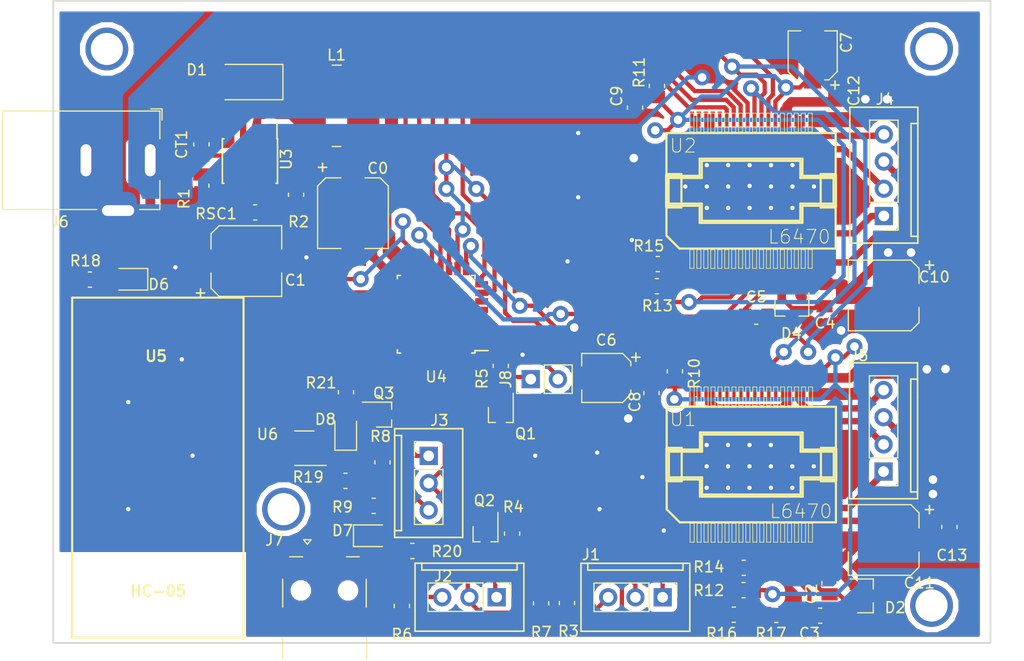
<source format=kicad_pcb>
(kicad_pcb (version 20171130) (host pcbnew 5.0.0-rc2-dev-unknown-b813eac~63~ubuntu16.04.1)

  (general
    (thickness 1.6)
    (drawings 10)
    (tracks 1114)
    (zones 0)
    (modules 61)
    (nets 104)
  )

  (page A4)
  (layers
    (0 F.Cu signal)
    (31 B.Cu signal)
    (32 B.Adhes user)
    (33 F.Adhes user hide)
    (34 B.Paste user)
    (35 F.Paste user)
    (36 B.SilkS user hide)
    (37 F.SilkS user)
    (38 B.Mask user)
    (39 F.Mask user hide)
    (40 Dwgs.User user)
    (41 Cmts.User user)
    (42 Eco1.User user hide)
    (43 Eco2.User user)
    (44 Edge.Cuts user)
    (45 Margin user)
    (46 B.CrtYd user)
    (47 F.CrtYd user)
    (48 B.Fab user)
    (49 F.Fab user)
  )

  (setup
    (last_trace_width 0.4)
    (trace_clearance 0.2)
    (zone_clearance 0.508)
    (zone_45_only yes)
    (trace_min 0.2)
    (segment_width 0.2)
    (edge_width 0.15)
    (via_size 0.8)
    (via_drill 0.4)
    (via_min_size 0.4)
    (via_min_drill 0.3)
    (user_via 4 3)
    (uvia_size 0.3)
    (uvia_drill 0.1)
    (uvias_allowed no)
    (uvia_min_size 0.2)
    (uvia_min_drill 0.1)
    (pcb_text_width 0.3)
    (pcb_text_size 1.5 1.5)
    (mod_edge_width 0.15)
    (mod_text_size 1 1)
    (mod_text_width 0.15)
    (pad_size 1.55 0.6)
    (pad_drill 0)
    (pad_to_mask_clearance 0.2)
    (aux_axis_origin 0 0)
    (visible_elements FFFFFF7F)
    (pcbplotparams
      (layerselection 0x01030_ffffffff)
      (usegerberextensions false)
      (usegerberattributes false)
      (usegerberadvancedattributes false)
      (creategerberjobfile false)
      (excludeedgelayer true)
      (linewidth 0.100000)
      (plotframeref false)
      (viasonmask false)
      (mode 1)
      (useauxorigin false)
      (hpglpennumber 1)
      (hpglpenspeed 20)
      (hpglpendiameter 15)
      (psnegative false)
      (psa4output false)
      (plotreference true)
      (plotvalue true)
      (plotinvisibletext false)
      (padsonsilk false)
      (subtractmaskfromsilk false)
      (outputformat 1)
      (mirror false)
      (drillshape 0)
      (scaleselection 1)
      (outputdirectory gerber/))
  )

  (net 0 "")
  (net 1 +3V3)
  (net 2 GND)
  (net 3 +BATT)
  (net 4 "Net-(C2-Pad2)")
  (net 5 "Net-(C3-Pad2)")
  (net 6 "Net-(C3-Pad1)")
  (net 7 "Net-(C4-Pad2)")
  (net 8 "Net-(C5-Pad2)")
  (net 9 "Net-(C5-Pad1)")
  (net 10 "Net-(CT1-Pad1)")
  (net 11 "Net-(D1-Pad1)")
  (net 12 "Net-(J1-Pad3)")
  (net 13 POS_X)
  (net 14 "Net-(J1-Pad1)")
  (net 15 "Net-(J2-Pad3)")
  (net 16 POS_Y)
  (net 17 "Net-(J2-Pad1)")
  (net 18 "Net-(J3-Pad1)")
  (net 19 NEEDLE)
  (net 20 "Net-(J3-Pad3)")
  (net 21 POS_X_EN)
  (net 22 POS_Y_EN)
  (net 23 NEEDLE_EN)
  (net 24 "Net-(R1-Pad1)")
  (net 25 /BOOT0)
  (net 26 "Net-(R12-Pad2)")
  (net 27 "Net-(R13-Pad2)")
  (net 28 "Net-(R14-Pad1)")
  (net 29 "Net-(R15-Pad1)")
  (net 30 "Net-(R16-Pad2)")
  (net 31 "Net-(RSC1-Pad1)")
  (net 32 /MOT1_2A)
  (net 33 "Net-(U1-Pad32)")
  (net 34 /FLAGn1)
  (net 35 /BUSYn1)
  (net 36 /MOSI)
  (net 37 /SPICLK)
  (net 38 /MISO)
  (net 39 /MOT1_2B)
  (net 40 /MOT1_1B)
  (net 41 "Net-(U1-Pad11)")
  (net 42 "Net-(U1-Pad10)")
  (net 43 /MOT1_1A)
  (net 44 /MOT2_1A)
  (net 45 "Net-(U2-Pad8)")
  (net 46 "Net-(U2-Pad10)")
  (net 47 "Net-(U2-Pad11)")
  (net 48 /MOT2_1B)
  (net 49 /MOT2_2B)
  (net 50 /BUSYn2)
  (net 51 /FLAGn2)
  (net 52 "Net-(U2-Pad32)")
  (net 53 /MOT2_2A)
  (net 54 "Net-(U4-Pad15)")
  (net 55 "Net-(U4-Pad18)")
  (net 56 /BT_RX)
  (net 57 /BT_TX)
  (net 58 "Net-(D6-Pad2)")
  (net 59 "Net-(U5-Pad14)")
  (net 60 "Net-(U5-Pad15)")
  (net 61 "Net-(U5-Pad16)")
  (net 62 "Net-(U5-Pad17)")
  (net 63 "Net-(U5-Pad18)")
  (net 64 "Net-(U5-Pad19)")
  (net 65 "Net-(U5-Pad20)")
  (net 66 "Net-(U5-Pad3)")
  (net 67 "Net-(U5-Pad4)")
  (net 68 "Net-(U5-Pad5)")
  (net 69 "Net-(U5-Pad6)")
  (net 70 "Net-(U5-Pad7)")
  (net 71 "Net-(U5-Pad8)")
  (net 72 "Net-(U5-Pad9)")
  (net 73 "Net-(U5-Pad10)")
  (net 74 "Net-(U5-Pad11)")
  (net 75 "Net-(U5-Pad23)")
  (net 76 "Net-(U5-Pad25)")
  (net 77 "Net-(U5-Pad26)")
  (net 78 "Net-(U5-Pad27)")
  (net 79 "Net-(U5-Pad28)")
  (net 80 "Net-(U5-Pad29)")
  (net 81 "Net-(U5-Pad30)")
  (net 82 "Net-(U5-Pad31)")
  (net 83 "Net-(U5-Pad32)")
  (net 84 "Net-(U5-Pad33)")
  (net 85 "Net-(U5-Pad34)")
  (net 86 "Net-(J7-Pad1)")
  (net 87 "Net-(J7-Pad4)")
  (net 88 "Net-(D7-Pad2)")
  (net 89 "Net-(D8-Pad2)")
  (net 90 "Net-(R20-Pad1)")
  (net 91 "Net-(R21-Pad1)")
  (net 92 "Net-(U6-Pad3)")
  (net 93 "Net-(U6-Pad6)")
  (net 94 "Net-(U6-Pad5)")
  (net 95 "Net-(U4-Pad6)")
  (net 96 /VDD_U1)
  (net 97 /VDD_U2)
  (net 98 /LED_BT)
  (net 99 /USB_N)
  (net 100 /USB_P)
  (net 101 /CSn)
  (net 102 /DAISY1TO2)
  (net 103 "Net-(U4-Pad3)")

  (net_class Default "This is the default net class."
    (clearance 0.2)
    (trace_width 0.4)
    (via_dia 0.8)
    (via_drill 0.4)
    (uvia_dia 0.3)
    (uvia_drill 0.1)
    (add_net +3V3)
    (add_net /BOOT0)
    (add_net /BT_RX)
    (add_net /BT_TX)
    (add_net /BUSYn1)
    (add_net /BUSYn2)
    (add_net /CSn)
    (add_net /DAISY1TO2)
    (add_net /FLAGn1)
    (add_net /FLAGn2)
    (add_net /LED_BT)
    (add_net /MISO)
    (add_net /MOSI)
    (add_net /SPICLK)
    (add_net /USB_N)
    (add_net /USB_P)
    (add_net /VDD_U1)
    (add_net /VDD_U2)
    (add_net GND)
    (add_net NEEDLE)
    (add_net NEEDLE_EN)
    (add_net "Net-(C2-Pad2)")
    (add_net "Net-(C3-Pad1)")
    (add_net "Net-(C3-Pad2)")
    (add_net "Net-(C4-Pad2)")
    (add_net "Net-(C5-Pad1)")
    (add_net "Net-(C5-Pad2)")
    (add_net "Net-(CT1-Pad1)")
    (add_net "Net-(D1-Pad1)")
    (add_net "Net-(D6-Pad2)")
    (add_net "Net-(D7-Pad2)")
    (add_net "Net-(D8-Pad2)")
    (add_net "Net-(J1-Pad1)")
    (add_net "Net-(J1-Pad3)")
    (add_net "Net-(J2-Pad1)")
    (add_net "Net-(J2-Pad3)")
    (add_net "Net-(J3-Pad1)")
    (add_net "Net-(J3-Pad3)")
    (add_net "Net-(J7-Pad1)")
    (add_net "Net-(J7-Pad4)")
    (add_net "Net-(R1-Pad1)")
    (add_net "Net-(R12-Pad2)")
    (add_net "Net-(R13-Pad2)")
    (add_net "Net-(R14-Pad1)")
    (add_net "Net-(R15-Pad1)")
    (add_net "Net-(R16-Pad2)")
    (add_net "Net-(R20-Pad1)")
    (add_net "Net-(R21-Pad1)")
    (add_net "Net-(RSC1-Pad1)")
    (add_net "Net-(U1-Pad10)")
    (add_net "Net-(U1-Pad11)")
    (add_net "Net-(U1-Pad32)")
    (add_net "Net-(U2-Pad10)")
    (add_net "Net-(U2-Pad11)")
    (add_net "Net-(U2-Pad32)")
    (add_net "Net-(U2-Pad8)")
    (add_net "Net-(U4-Pad15)")
    (add_net "Net-(U4-Pad18)")
    (add_net "Net-(U4-Pad3)")
    (add_net "Net-(U4-Pad6)")
    (add_net "Net-(U5-Pad10)")
    (add_net "Net-(U5-Pad11)")
    (add_net "Net-(U5-Pad14)")
    (add_net "Net-(U5-Pad15)")
    (add_net "Net-(U5-Pad16)")
    (add_net "Net-(U5-Pad17)")
    (add_net "Net-(U5-Pad18)")
    (add_net "Net-(U5-Pad19)")
    (add_net "Net-(U5-Pad20)")
    (add_net "Net-(U5-Pad23)")
    (add_net "Net-(U5-Pad25)")
    (add_net "Net-(U5-Pad26)")
    (add_net "Net-(U5-Pad27)")
    (add_net "Net-(U5-Pad28)")
    (add_net "Net-(U5-Pad29)")
    (add_net "Net-(U5-Pad3)")
    (add_net "Net-(U5-Pad30)")
    (add_net "Net-(U5-Pad31)")
    (add_net "Net-(U5-Pad32)")
    (add_net "Net-(U5-Pad33)")
    (add_net "Net-(U5-Pad34)")
    (add_net "Net-(U5-Pad4)")
    (add_net "Net-(U5-Pad5)")
    (add_net "Net-(U5-Pad6)")
    (add_net "Net-(U5-Pad7)")
    (add_net "Net-(U5-Pad8)")
    (add_net "Net-(U5-Pad9)")
    (add_net "Net-(U6-Pad3)")
    (add_net "Net-(U6-Pad5)")
    (add_net "Net-(U6-Pad6)")
    (add_net POS_X)
    (add_net POS_X_EN)
    (add_net POS_Y)
    (add_net POS_Y_EN)
  )

  (net_class "power drivers" ""
    (clearance 0.2)
    (trace_width 0.9)
    (via_dia 0.8)
    (via_drill 0.4)
    (uvia_dia 0.3)
    (uvia_drill 0.1)
    (add_net +BATT)
  )

  (net_class "power motors" ""
    (clearance 0.1)
    (trace_width 0.6)
    (via_dia 0.8)
    (via_drill 0.4)
    (uvia_dia 0.3)
    (uvia_drill 0.1)
    (add_net /MOT1_1A)
    (add_net /MOT1_1B)
    (add_net /MOT1_2A)
    (add_net /MOT1_2B)
    (add_net /MOT2_1A)
    (add_net /MOT2_1B)
    (add_net /MOT2_2A)
    (add_net /MOT2_2B)
  )

  (module OE_lib:connector_NSK254_1x04_angle (layer F.Cu) (tedit 59512AC2) (tstamp 5AB132F2)
    (at 196.51726 110.4872 180)
    (descr NSK245_1x04)
    (tags "Through hole NSK 1x04 2.54mm single row")
    (path /5AD04D17)
    (fp_text reference J5 (at 2.26726 10.8372 180) (layer F.SilkS)
      (effects (font (size 1 1) (thickness 0.15)))
    )
    (fp_text value CONN_MOT1 (at 2.06726 3.5372 270) (layer F.Fab)
      (effects (font (size 1 1) (thickness 0.15)))
    )
    (fp_text user %R (at 3.31726 2.8872 270) (layer F.Fab)
      (effects (font (size 1 1) (thickness 0.15)))
    )
    (fp_line (start -1.33 -1.33) (end 0 -1.33) (layer F.SilkS) (width 0.12))
    (fp_line (start -1.33 0) (end -1.33 -1.33) (layer F.SilkS) (width 0.12))
    (fp_line (start 1.33 1.27) (end -1.33 1.27) (layer F.SilkS) (width 0.12))
    (fp_line (start 1.32588 8.95096) (end 1.33 1.27) (layer F.SilkS) (width 0.12))
    (fp_line (start -1.33 8.95) (end 1.33 8.95) (layer F.SilkS) (width 0.12))
    (fp_line (start -1.33 1.27) (end -1.33096 8.95096) (layer F.SilkS) (width 0.12))
    (fp_line (start 1.27 -1.27) (end -1.27 -1.27) (layer F.Fab) (width 0.1))
    (fp_line (start 1.27 8.89) (end 1.27 -1.27) (layer F.Fab) (width 0.1))
    (fp_line (start -1.27 8.89) (end 1.27 8.89) (layer F.Fab) (width 0.1))
    (fp_line (start -1.27 -1.27) (end -1.2954 8.89) (layer F.Fab) (width 0.1))
    (fp_line (start -3.175 6.985) (end -3.175 -1.905) (layer F.SilkS) (width 0.15))
    (fp_line (start 3.175 -1.905) (end 3.175 9.525) (layer F.SilkS) (width 0.15))
    (fp_line (start 3.175 -2.54) (end 3.175 -1.905) (layer F.SilkS) (width 0.15))
    (fp_line (start -3.175 -2.54) (end 3.175 -2.54) (layer F.SilkS) (width 0.15))
    (fp_line (start -3.175 -1.905) (end -3.175 -2.54) (layer F.SilkS) (width 0.15))
    (fp_line (start 3.175 10.16) (end 3.175 9.525) (layer F.SilkS) (width 0.15))
    (fp_line (start -3.175 10.16) (end 3.175 10.16) (layer F.SilkS) (width 0.15))
    (fp_line (start -3.175 6.985) (end -3.175 10.16) (layer F.SilkS) (width 0.15))
    (fp_line (start -2.54 -1.905) (end -2.54 8.636) (layer F.SilkS) (width 0.15))
    (fp_line (start -3.175 -1.905) (end -2.54 -1.905) (layer F.SilkS) (width 0.15))
    (fp_line (start -2.54 8.636) (end -3.175 8.636) (layer F.SilkS) (width 0.15))
    (fp_line (start -1.778 -1.524) (end -5.461 -1.524) (layer F.CrtYd) (width 0.05))
    (fp_line (start -13.081 0) (end -13.081 7.62) (layer F.CrtYd) (width 0.05))
    (fp_line (start -5.461 9.017) (end -1.778 9.017) (layer F.CrtYd) (width 0.05))
    (fp_line (start -5.461 9.017) (end -5.461 -1.524) (layer F.CrtYd) (width 0.05))
    (fp_line (start -12.827 -0.254) (end -5.461 -0.254) (layer F.CrtYd) (width 0.05))
    (fp_line (start -12.827 7.874) (end -5.461 7.874) (layer F.CrtYd) (width 0.05))
    (fp_line (start -1.778 -1.524) (end -1.778 9.017) (layer F.CrtYd) (width 0.05))
    (fp_line (start -1.778 -0.762) (end -2.159 -0.762) (layer F.CrtYd) (width 0.05))
    (fp_line (start -2.159 -0.762) (end -2.159 0.508) (layer F.CrtYd) (width 0.05))
    (fp_line (start -2.159 0.508) (end -1.778 0.508) (layer F.CrtYd) (width 0.05))
    (fp_line (start -2.159 3.175) (end -1.778 3.175) (layer F.CrtYd) (width 0.05))
    (fp_line (start -1.778 1.905) (end -2.159 1.905) (layer F.CrtYd) (width 0.05))
    (fp_line (start -2.159 1.905) (end -2.159 3.175) (layer F.CrtYd) (width 0.05))
    (fp_line (start -2.159 5.715) (end -1.778 5.715) (layer F.CrtYd) (width 0.05))
    (fp_line (start -2.159 4.445) (end -2.159 5.715) (layer F.CrtYd) (width 0.05))
    (fp_line (start -1.778 4.445) (end -2.159 4.445) (layer F.CrtYd) (width 0.05))
    (fp_arc (start -12.827 0) (end -12.827 -0.254) (angle -90) (layer F.CrtYd) (width 0.05))
    (fp_arc (start -12.827 7.62) (end -13.081 7.62) (angle -90) (layer F.CrtYd) (width 0.05))
    (fp_line (start 0 -0.254) (end -12.065 -0.254) (layer F.CrtYd) (width 0.15))
    (fp_line (start -12.065 -0.254) (end -12.192 -0.127) (layer F.CrtYd) (width 0.15))
    (fp_line (start -12.192 -0.127) (end -12.192 0.127) (layer F.CrtYd) (width 0.15))
    (fp_line (start -12.192 0.127) (end -12.065 0.254) (layer F.CrtYd) (width 0.15))
    (fp_line (start -12.065 0.254) (end 0 0.254) (layer F.CrtYd) (width 0.15))
    (fp_line (start -12.192 2.667) (end -12.065 2.794) (layer F.CrtYd) (width 0.15))
    (fp_line (start 0 2.286) (end -12.065 2.286) (layer F.CrtYd) (width 0.15))
    (fp_line (start -12.192 2.413) (end -12.192 2.667) (layer F.CrtYd) (width 0.15))
    (fp_line (start -12.065 2.794) (end 0 2.794) (layer F.CrtYd) (width 0.15))
    (fp_line (start -12.065 2.286) (end -12.192 2.413) (layer F.CrtYd) (width 0.15))
    (fp_line (start -12.192 4.953) (end -12.192 5.207) (layer F.CrtYd) (width 0.15))
    (fp_line (start -12.065 4.826) (end -12.192 4.953) (layer F.CrtYd) (width 0.15))
    (fp_line (start -12.192 5.207) (end -12.065 5.334) (layer F.CrtYd) (width 0.15))
    (fp_line (start 0 4.826) (end -12.065 4.826) (layer F.CrtYd) (width 0.15))
    (fp_line (start -12.065 5.334) (end 0 5.334) (layer F.CrtYd) (width 0.15))
    (fp_line (start 0 7.366) (end -12.065 7.366) (layer F.CrtYd) (width 0.15))
    (fp_line (start -12.065 7.366) (end -12.192 7.493) (layer F.CrtYd) (width 0.15))
    (fp_line (start -2.159 6.985) (end -2.159 8.255) (layer F.CrtYd) (width 0.05))
    (fp_line (start -2.159 8.255) (end -1.778 8.255) (layer F.CrtYd) (width 0.05))
    (fp_line (start -12.192 7.747) (end -12.065 7.874) (layer F.CrtYd) (width 0.15))
    (fp_line (start -12.192 7.493) (end -12.192 7.747) (layer F.CrtYd) (width 0.15))
    (fp_line (start -12.065 7.874) (end 0 7.874) (layer F.CrtYd) (width 0.15))
    (fp_line (start -1.778 6.985) (end -2.159 6.985) (layer F.CrtYd) (width 0.05))
    (pad 3 thru_hole oval (at 0 5.08 180) (size 1.7 1.7) (drill 1) (layers *.Cu *.Mask)
      (net 40 /MOT1_1B))
    (pad 2 thru_hole oval (at 0 2.54 180) (size 1.7 1.7) (drill 1) (layers *.Cu *.Mask)
      (net 32 /MOT1_2A))
    (pad 1 thru_hole rect (at 0 0 180) (size 1.7 1.7) (drill 1) (layers *.Cu *.Mask)
      (net 43 /MOT1_1A))
    (pad 4 thru_hole oval (at 0 7.62 180) (size 1.7 1.7) (drill 1) (layers *.Cu *.Mask)
      (net 39 /MOT1_2B))
    (model ${KISYS3DMOD}/Pin_Headers.3dshapes/Pin_Header_Straight_1x03_Pitch2.54mm.wrl
      (offset (xyz 0 -2.539999961853027 0))
      (scale (xyz 1 1 1))
      (rotate (xyz 0 0 90))
    )
  )

  (module Capacitor_SMD:C_0805_2012Metric_Pad1.15x1.50mm_HandSolder (layer F.Cu) (tedit 5AB7BEF8) (tstamp 5AD36C5F)
    (at 184.6315 96.012)
    (descr "Capacitor SMD 0805 (2012 Metric), square (rectangular) end terminal, IPC_7351 nominal with elongated pad for handsoldering. (Body size source: http://www.tortai-tech.com/upload/download/2011102023233369053.pdf), generated with kicad-footprint-generator")
    (tags "capacitor handsolder")
    (path /5AA112E6)
    (attr smd)
    (fp_text reference C5 (at 0 -1.85) (layer F.SilkS)
      (effects (font (size 1 1) (thickness 0.15)))
    )
    (fp_text value 10n (at 0.175 1.3784) (layer F.Fab)
      (effects (font (size 0.5 0.5) (thickness 0.125)))
    )
    (fp_text user %R (at -0.125 0.05842) (layer F.Fab)
      (effects (font (size 0.5 0.5) (thickness 0.08)))
    )
    (fp_line (start 1.86 1) (end -1.86 1) (layer F.CrtYd) (width 0.05))
    (fp_line (start 1.86 -1) (end 1.86 1) (layer F.CrtYd) (width 0.05))
    (fp_line (start -1.86 -1) (end 1.86 -1) (layer F.CrtYd) (width 0.05))
    (fp_line (start -1.86 1) (end -1.86 -1) (layer F.CrtYd) (width 0.05))
    (fp_line (start -0.15 0.71) (end 0.15 0.71) (layer F.SilkS) (width 0.12))
    (fp_line (start -0.15 -0.71) (end 0.15 -0.71) (layer F.SilkS) (width 0.12))
    (fp_line (start 1 0.6) (end -1 0.6) (layer F.Fab) (width 0.1))
    (fp_line (start 1 -0.6) (end 1 0.6) (layer F.Fab) (width 0.1))
    (fp_line (start -1 -0.6) (end 1 -0.6) (layer F.Fab) (width 0.1))
    (fp_line (start -1 0.6) (end -1 -0.6) (layer F.Fab) (width 0.1))
    (pad 2 smd rect (at 1.0425 0) (size 1.145 1.5) (layers F.Cu F.Paste F.Mask)
      (net 8 "Net-(C5-Pad2)"))
    (pad 1 smd rect (at -1.0425 0) (size 1.145 1.5) (layers F.Cu F.Paste F.Mask)
      (net 9 "Net-(C5-Pad1)"))
    (model ${KISYS3DMOD}/Capacitor_SMD.3dshapes/C_0805_2012Metric.wrl
      (at (xyz 0 0 0))
      (scale (xyz 1 1 1))
      (rotate (xyz 0 0 0))
    )
  )

  (module Resistor_SMD:R_0805_2012Metric_Pad1.15x1.50mm_HandSolder (layer F.Cu) (tedit 59FE48B8) (tstamp 5AD30E39)
    (at 175.3478 93.1672)
    (descr "Resistor SMD 0805 (2012 Metric), square (rectangular) end terminal, IPC_7351 nominal with elongated pad for handsoldering. (Body size source: http://www.tortai-tech.com/upload/download/2011102023233369053.pdf), generated with kicad-footprint-generator")
    (tags "resistor handsolder")
    (path /5AA112CC)
    (attr smd)
    (fp_text reference R13 (at 0.0522 1.8328 180) (layer F.SilkS)
      (effects (font (size 1 1) (thickness 0.15)))
    )
    (fp_text value 10k (at -3.3478 0.0328) (layer F.Fab)
      (effects (font (size 1 1) (thickness 0.15)))
    )
    (fp_line (start -1 0.6) (end -1 -0.6) (layer F.Fab) (width 0.1))
    (fp_line (start -1 -0.6) (end 1 -0.6) (layer F.Fab) (width 0.1))
    (fp_line (start 1 -0.6) (end 1 0.6) (layer F.Fab) (width 0.1))
    (fp_line (start 1 0.6) (end -1 0.6) (layer F.Fab) (width 0.1))
    (fp_line (start -0.15 -0.71) (end 0.15 -0.71) (layer F.SilkS) (width 0.12))
    (fp_line (start -0.15 0.71) (end 0.15 0.71) (layer F.SilkS) (width 0.12))
    (fp_line (start -1.86 1) (end -1.86 -1) (layer F.CrtYd) (width 0.05))
    (fp_line (start -1.86 -1) (end 1.86 -1) (layer F.CrtYd) (width 0.05))
    (fp_line (start 1.86 -1) (end 1.86 1) (layer F.CrtYd) (width 0.05))
    (fp_line (start 1.86 1) (end -1.86 1) (layer F.CrtYd) (width 0.05))
    (fp_text user %R (at 0 0) (layer F.Fab)
      (effects (font (size 0.5 0.5) (thickness 0.08)))
    )
    (pad 1 smd rect (at -1.0425 0) (size 1.145 1.5) (layers F.Cu F.Paste F.Mask)
      (net 97 /VDD_U2))
    (pad 2 smd rect (at 1.0425 0) (size 1.145 1.5) (layers F.Cu F.Paste F.Mask)
      (net 27 "Net-(R13-Pad2)"))
    (model ${KISYS3DMOD}/Resistor_SMD.3dshapes/R_0805_2012Metric.wrl
      (at (xyz 0 0 0))
      (scale (xyz 1 1 1))
      (rotate (xyz 0 0 0))
    )
  )

  (module OE_lib:POWERSO36 (layer F.Cu) (tedit 5AAAD641) (tstamp 5AA8E7E2)
    (at 184.17286 109.8296)
    (descr "36 LEADS POWER SMALL OUTLINE PACKAGE")
    (tags "36 LEADS POWER SMALL OUTLINE PACKAGE")
    (path /5A9F0D24)
    (attr smd)
    (fp_text reference U1 (at -6.37286 -4.2296) (layer F.SilkS)
      (effects (font (size 1.27 1.27) (thickness 0.0889)))
    )
    (fp_text value L6470 (at 4.62714 4.3704) (layer F.SilkS)
      (effects (font (size 1.27 1.27) (thickness 0.0889)))
    )
    (fp_line (start -5.715 7.24916) (end -5.334 7.24916) (layer F.SilkS) (width 0.06604))
    (fp_line (start -5.334 7.24916) (end -5.334 5.4991) (layer F.SilkS) (width 0.06604))
    (fp_line (start -5.715 5.4991) (end -5.334 5.4991) (layer F.SilkS) (width 0.06604))
    (fp_line (start -5.715 7.24916) (end -5.715 5.4991) (layer F.SilkS) (width 0.06604))
    (fp_line (start -5.06476 7.24916) (end -4.68376 7.24916) (layer F.SilkS) (width 0.06604))
    (fp_line (start -4.68376 7.24916) (end -4.68376 5.4991) (layer F.SilkS) (width 0.06604))
    (fp_line (start -5.06476 5.4991) (end -4.68376 5.4991) (layer F.SilkS) (width 0.06604))
    (fp_line (start -5.06476 7.24916) (end -5.06476 5.4991) (layer F.SilkS) (width 0.06604))
    (fp_line (start -4.41452 7.24916) (end -4.03352 7.24916) (layer F.SilkS) (width 0.06604))
    (fp_line (start -4.03352 7.24916) (end -4.03352 5.4991) (layer F.SilkS) (width 0.06604))
    (fp_line (start -4.41452 5.4991) (end -4.03352 5.4991) (layer F.SilkS) (width 0.06604))
    (fp_line (start -4.41452 7.24916) (end -4.41452 5.4991) (layer F.SilkS) (width 0.06604))
    (fp_line (start -3.76428 7.24916) (end -3.38328 7.24916) (layer F.SilkS) (width 0.06604))
    (fp_line (start -3.38328 7.24916) (end -3.38328 5.4991) (layer F.SilkS) (width 0.06604))
    (fp_line (start -3.76428 5.4991) (end -3.38328 5.4991) (layer F.SilkS) (width 0.06604))
    (fp_line (start -3.76428 7.24916) (end -3.76428 5.4991) (layer F.SilkS) (width 0.06604))
    (fp_line (start -3.11404 7.24916) (end -2.73304 7.24916) (layer F.SilkS) (width 0.06604))
    (fp_line (start -2.73304 7.24916) (end -2.73304 5.4991) (layer F.SilkS) (width 0.06604))
    (fp_line (start -3.11404 5.4991) (end -2.73304 5.4991) (layer F.SilkS) (width 0.06604))
    (fp_line (start -3.11404 7.24916) (end -3.11404 5.4991) (layer F.SilkS) (width 0.06604))
    (fp_line (start -2.4638 7.24916) (end -2.0828 7.24916) (layer F.SilkS) (width 0.06604))
    (fp_line (start -2.0828 7.24916) (end -2.0828 5.4991) (layer F.SilkS) (width 0.06604))
    (fp_line (start -2.4638 5.4991) (end -2.0828 5.4991) (layer F.SilkS) (width 0.06604))
    (fp_line (start -2.4638 7.24916) (end -2.4638 5.4991) (layer F.SilkS) (width 0.06604))
    (fp_line (start -1.81356 7.24916) (end -1.43256 7.24916) (layer F.SilkS) (width 0.06604))
    (fp_line (start -1.43256 7.24916) (end -1.43256 5.4991) (layer F.SilkS) (width 0.06604))
    (fp_line (start -1.81356 5.4991) (end -1.43256 5.4991) (layer F.SilkS) (width 0.06604))
    (fp_line (start -1.81356 7.24916) (end -1.81356 5.4991) (layer F.SilkS) (width 0.06604))
    (fp_line (start -1.16332 7.24916) (end -0.78486 7.24916) (layer F.SilkS) (width 0.06604))
    (fp_line (start -0.78486 7.24916) (end -0.78486 5.4991) (layer F.SilkS) (width 0.06604))
    (fp_line (start -1.16332 5.4991) (end -0.78486 5.4991) (layer F.SilkS) (width 0.06604))
    (fp_line (start -1.16332 7.24916) (end -1.16332 5.4991) (layer F.SilkS) (width 0.06604))
    (fp_line (start -0.51308 7.24916) (end -0.13462 7.24916) (layer F.SilkS) (width 0.06604))
    (fp_line (start -0.13462 7.24916) (end -0.13462 5.4991) (layer F.SilkS) (width 0.06604))
    (fp_line (start -0.51308 5.4991) (end -0.13462 5.4991) (layer F.SilkS) (width 0.06604))
    (fp_line (start -0.51308 7.24916) (end -0.51308 5.4991) (layer F.SilkS) (width 0.06604))
    (fp_line (start 0.13462 7.24916) (end 0.51308 7.24916) (layer F.SilkS) (width 0.06604))
    (fp_line (start 0.51308 7.24916) (end 0.51308 5.4991) (layer F.SilkS) (width 0.06604))
    (fp_line (start 0.13462 5.4991) (end 0.51308 5.4991) (layer F.SilkS) (width 0.06604))
    (fp_line (start 0.13462 7.24916) (end 0.13462 5.4991) (layer F.SilkS) (width 0.06604))
    (fp_line (start 0.78486 7.24916) (end 1.16332 7.24916) (layer F.SilkS) (width 0.06604))
    (fp_line (start 1.16332 7.24916) (end 1.16332 5.4991) (layer F.SilkS) (width 0.06604))
    (fp_line (start 0.78486 5.4991) (end 1.16332 5.4991) (layer F.SilkS) (width 0.06604))
    (fp_line (start 0.78486 7.24916) (end 0.78486 5.4991) (layer F.SilkS) (width 0.06604))
    (fp_line (start 1.43256 7.24916) (end 1.81356 7.24916) (layer F.SilkS) (width 0.06604))
    (fp_line (start 1.81356 7.24916) (end 1.81356 5.4991) (layer F.SilkS) (width 0.06604))
    (fp_line (start 1.43256 5.4991) (end 1.81356 5.4991) (layer F.SilkS) (width 0.06604))
    (fp_line (start 1.43256 7.24916) (end 1.43256 5.4991) (layer F.SilkS) (width 0.06604))
    (fp_line (start 2.0828 7.24916) (end 2.4638 7.24916) (layer F.SilkS) (width 0.06604))
    (fp_line (start 2.4638 7.24916) (end 2.4638 5.4991) (layer F.SilkS) (width 0.06604))
    (fp_line (start 2.0828 5.4991) (end 2.4638 5.4991) (layer F.SilkS) (width 0.06604))
    (fp_line (start 2.0828 7.24916) (end 2.0828 5.4991) (layer F.SilkS) (width 0.06604))
    (fp_line (start 2.73304 7.24916) (end 3.11404 7.24916) (layer F.SilkS) (width 0.06604))
    (fp_line (start 3.11404 7.24916) (end 3.11404 5.4991) (layer F.SilkS) (width 0.06604))
    (fp_line (start 2.73304 5.4991) (end 3.11404 5.4991) (layer F.SilkS) (width 0.06604))
    (fp_line (start 2.73304 7.24916) (end 2.73304 5.4991) (layer F.SilkS) (width 0.06604))
    (fp_line (start 3.38328 7.24916) (end 3.76428 7.24916) (layer F.SilkS) (width 0.06604))
    (fp_line (start 3.76428 7.24916) (end 3.76428 5.4991) (layer F.SilkS) (width 0.06604))
    (fp_line (start 3.38328 5.4991) (end 3.76428 5.4991) (layer F.SilkS) (width 0.06604))
    (fp_line (start 3.38328 7.24916) (end 3.38328 5.4991) (layer F.SilkS) (width 0.06604))
    (fp_line (start 4.03352 7.24916) (end 4.41452 7.24916) (layer F.SilkS) (width 0.06604))
    (fp_line (start 4.41452 7.24916) (end 4.41452 5.4991) (layer F.SilkS) (width 0.06604))
    (fp_line (start 4.03352 5.4991) (end 4.41452 5.4991) (layer F.SilkS) (width 0.06604))
    (fp_line (start 4.03352 7.24916) (end 4.03352 5.4991) (layer F.SilkS) (width 0.06604))
    (fp_line (start 4.68376 7.24916) (end 5.06476 7.24916) (layer F.SilkS) (width 0.06604))
    (fp_line (start 5.06476 7.24916) (end 5.06476 5.4991) (layer F.SilkS) (width 0.06604))
    (fp_line (start 4.68376 5.4991) (end 5.06476 5.4991) (layer F.SilkS) (width 0.06604))
    (fp_line (start 4.68376 7.24916) (end 4.68376 5.4991) (layer F.SilkS) (width 0.06604))
    (fp_line (start 5.334 7.24916) (end 5.715 7.24916) (layer F.SilkS) (width 0.06604))
    (fp_line (start 5.715 7.24916) (end 5.715 5.4991) (layer F.SilkS) (width 0.06604))
    (fp_line (start 5.334 5.4991) (end 5.715 5.4991) (layer F.SilkS) (width 0.06604))
    (fp_line (start 5.334 7.24916) (end 5.334 5.4991) (layer F.SilkS) (width 0.06604))
    (fp_line (start 5.334 -5.4991) (end 5.715 -5.4991) (layer F.SilkS) (width 0.06604))
    (fp_line (start 5.715 -5.4991) (end 5.715 -7.24916) (layer F.SilkS) (width 0.06604))
    (fp_line (start 5.334 -7.24916) (end 5.715 -7.24916) (layer F.SilkS) (width 0.06604))
    (fp_line (start 5.334 -5.4991) (end 5.334 -7.24916) (layer F.SilkS) (width 0.06604))
    (fp_line (start 4.68376 -5.4991) (end 5.06476 -5.4991) (layer F.SilkS) (width 0.06604))
    (fp_line (start 5.06476 -5.4991) (end 5.06476 -7.24916) (layer F.SilkS) (width 0.06604))
    (fp_line (start 4.68376 -7.24916) (end 5.06476 -7.24916) (layer F.SilkS) (width 0.06604))
    (fp_line (start 4.68376 -5.4991) (end 4.68376 -7.24916) (layer F.SilkS) (width 0.06604))
    (fp_line (start 4.03352 -5.4991) (end 4.41452 -5.4991) (layer F.SilkS) (width 0.06604))
    (fp_line (start 4.41452 -5.4991) (end 4.41452 -7.24916) (layer F.SilkS) (width 0.06604))
    (fp_line (start 4.03352 -7.24916) (end 4.41452 -7.24916) (layer F.SilkS) (width 0.06604))
    (fp_line (start 4.03352 -5.4991) (end 4.03352 -7.24916) (layer F.SilkS) (width 0.06604))
    (fp_line (start 3.38328 -5.4991) (end 3.76428 -5.4991) (layer F.SilkS) (width 0.06604))
    (fp_line (start 3.76428 -5.4991) (end 3.76428 -7.24916) (layer F.SilkS) (width 0.06604))
    (fp_line (start 3.38328 -7.24916) (end 3.76428 -7.24916) (layer F.SilkS) (width 0.06604))
    (fp_line (start 3.38328 -5.4991) (end 3.38328 -7.24916) (layer F.SilkS) (width 0.06604))
    (fp_line (start 2.73304 -5.4991) (end 3.11404 -5.4991) (layer F.SilkS) (width 0.06604))
    (fp_line (start 3.11404 -5.4991) (end 3.11404 -7.24916) (layer F.SilkS) (width 0.06604))
    (fp_line (start 2.73304 -7.24916) (end 3.11404 -7.24916) (layer F.SilkS) (width 0.06604))
    (fp_line (start 2.73304 -5.4991) (end 2.73304 -7.24916) (layer F.SilkS) (width 0.06604))
    (fp_line (start 2.0828 -5.4991) (end 2.4638 -5.4991) (layer F.SilkS) (width 0.06604))
    (fp_line (start 2.4638 -5.4991) (end 2.4638 -7.24916) (layer F.SilkS) (width 0.06604))
    (fp_line (start 2.0828 -7.24916) (end 2.4638 -7.24916) (layer F.SilkS) (width 0.06604))
    (fp_line (start 2.0828 -5.4991) (end 2.0828 -7.24916) (layer F.SilkS) (width 0.06604))
    (fp_line (start 1.43256 -5.4991) (end 1.81356 -5.4991) (layer F.SilkS) (width 0.06604))
    (fp_line (start 1.81356 -5.4991) (end 1.81356 -7.24916) (layer F.SilkS) (width 0.06604))
    (fp_line (start 1.43256 -7.24916) (end 1.81356 -7.24916) (layer F.SilkS) (width 0.06604))
    (fp_line (start 1.43256 -5.4991) (end 1.43256 -7.24916) (layer F.SilkS) (width 0.06604))
    (fp_line (start 0.78486 -5.4991) (end 1.16332 -5.4991) (layer F.SilkS) (width 0.06604))
    (fp_line (start 1.16332 -5.4991) (end 1.16332 -7.24916) (layer F.SilkS) (width 0.06604))
    (fp_line (start 0.78486 -7.24916) (end 1.16332 -7.24916) (layer F.SilkS) (width 0.06604))
    (fp_line (start 0.78486 -5.4991) (end 0.78486 -7.24916) (layer F.SilkS) (width 0.06604))
    (fp_line (start 0.13462 -5.4991) (end 0.51308 -5.4991) (layer F.SilkS) (width 0.06604))
    (fp_line (start 0.51308 -5.4991) (end 0.51308 -7.24916) (layer F.SilkS) (width 0.06604))
    (fp_line (start 0.13462 -7.24916) (end 0.51308 -7.24916) (layer F.SilkS) (width 0.06604))
    (fp_line (start 0.13462 -5.4991) (end 0.13462 -7.24916) (layer F.SilkS) (width 0.06604))
    (fp_line (start -0.51308 -5.4991) (end -0.13462 -5.4991) (layer F.SilkS) (width 0.06604))
    (fp_line (start -0.13462 -5.4991) (end -0.13462 -7.24916) (layer F.SilkS) (width 0.06604))
    (fp_line (start -0.51308 -7.24916) (end -0.13462 -7.24916) (layer F.SilkS) (width 0.06604))
    (fp_line (start -0.51308 -5.4991) (end -0.51308 -7.24916) (layer F.SilkS) (width 0.06604))
    (fp_line (start -1.16332 -5.4991) (end -0.78486 -5.4991) (layer F.SilkS) (width 0.06604))
    (fp_line (start -0.78486 -5.4991) (end -0.78486 -7.24916) (layer F.SilkS) (width 0.06604))
    (fp_line (start -1.16332 -7.24916) (end -0.78486 -7.24916) (layer F.SilkS) (width 0.06604))
    (fp_line (start -1.16332 -5.4991) (end -1.16332 -7.24916) (layer F.SilkS) (width 0.06604))
    (fp_line (start -1.81356 -5.4991) (end -1.43256 -5.4991) (layer F.SilkS) (width 0.06604))
    (fp_line (start -1.43256 -5.4991) (end -1.43256 -7.24916) (layer F.SilkS) (width 0.06604))
    (fp_line (start -1.81356 -7.24916) (end -1.43256 -7.24916) (layer F.SilkS) (width 0.06604))
    (fp_line (start -1.81356 -5.4991) (end -1.81356 -7.24916) (layer F.SilkS) (width 0.06604))
    (fp_line (start -2.4638 -5.4991) (end -2.0828 -5.4991) (layer F.SilkS) (width 0.06604))
    (fp_line (start -2.0828 -5.4991) (end -2.0828 -7.24916) (layer F.SilkS) (width 0.06604))
    (fp_line (start -2.4638 -7.24916) (end -2.0828 -7.24916) (layer F.SilkS) (width 0.06604))
    (fp_line (start -2.4638 -5.4991) (end -2.4638 -7.24916) (layer F.SilkS) (width 0.06604))
    (fp_line (start -3.11404 -5.4991) (end -2.73304 -5.4991) (layer F.SilkS) (width 0.06604))
    (fp_line (start -2.73304 -5.4991) (end -2.73304 -7.24916) (layer F.SilkS) (width 0.06604))
    (fp_line (start -3.11404 -7.24916) (end -2.73304 -7.24916) (layer F.SilkS) (width 0.06604))
    (fp_line (start -3.11404 -5.4991) (end -3.11404 -7.24916) (layer F.SilkS) (width 0.06604))
    (fp_line (start -3.76428 -5.4991) (end -3.38328 -5.4991) (layer F.SilkS) (width 0.06604))
    (fp_line (start -3.38328 -5.4991) (end -3.38328 -7.24916) (layer F.SilkS) (width 0.06604))
    (fp_line (start -3.76428 -7.24916) (end -3.38328 -7.24916) (layer F.SilkS) (width 0.06604))
    (fp_line (start -3.76428 -5.4991) (end -3.76428 -7.24916) (layer F.SilkS) (width 0.06604))
    (fp_line (start -4.41452 -5.4991) (end -4.03352 -5.4991) (layer F.SilkS) (width 0.06604))
    (fp_line (start -4.03352 -5.4991) (end -4.03352 -7.24916) (layer F.SilkS) (width 0.06604))
    (fp_line (start -4.41452 -7.24916) (end -4.03352 -7.24916) (layer F.SilkS) (width 0.06604))
    (fp_line (start -4.41452 -5.4991) (end -4.41452 -7.24916) (layer F.SilkS) (width 0.06604))
    (fp_line (start -5.06476 -5.4991) (end -4.68376 -5.4991) (layer F.SilkS) (width 0.06604))
    (fp_line (start -4.68376 -5.4991) (end -4.68376 -7.24916) (layer F.SilkS) (width 0.06604))
    (fp_line (start -5.06476 -7.24916) (end -4.68376 -7.24916) (layer F.SilkS) (width 0.06604))
    (fp_line (start -5.06476 -5.4991) (end -5.06476 -7.24916) (layer F.SilkS) (width 0.06604))
    (fp_line (start -5.715 -5.4991) (end -5.334 -5.4991) (layer F.SilkS) (width 0.06604))
    (fp_line (start -5.334 -5.4991) (end -5.334 -7.24916) (layer F.SilkS) (width 0.06604))
    (fp_line (start -5.715 -7.24916) (end -5.334 -7.24916) (layer F.SilkS) (width 0.06604))
    (fp_line (start -5.715 -5.4991) (end -5.715 -7.24916) (layer F.SilkS) (width 0.06604))
    (fp_line (start -7.99846 1.4986) (end -6.49986 1.4986) (layer F.SilkS) (width 0.06604))
    (fp_line (start -6.49986 1.4986) (end -6.49986 -1.4986) (layer F.SilkS) (width 0.06604))
    (fp_line (start -7.99846 -1.4986) (end -6.49986 -1.4986) (layer F.SilkS) (width 0.06604))
    (fp_line (start -7.99846 1.4986) (end -7.99846 -1.4986) (layer F.SilkS) (width 0.06604))
    (fp_line (start 6.49986 1.4986) (end 7.99846 1.4986) (layer F.SilkS) (width 0.06604))
    (fp_line (start 7.99846 1.4986) (end 7.99846 -1.4986) (layer F.SilkS) (width 0.06604))
    (fp_line (start 6.49986 -1.4986) (end 7.99846 -1.4986) (layer F.SilkS) (width 0.06604))
    (fp_line (start 6.49986 1.4986) (end 6.49986 -1.4986) (layer F.SilkS) (width 0.06604))
    (fp_line (start -6.49986 5.3975) (end -6.68782 5.3975) (layer F.SilkS) (width 0.2032))
    (fp_line (start -6.68782 5.3975) (end -7.8994 4.18846) (layer F.SilkS) (width 0.2032))
    (fp_line (start -7.8994 4.18846) (end -7.8994 4.00812) (layer F.SilkS) (width 0.2032))
    (fp_line (start -7.8994 4.00812) (end -7.8994 1.55956) (layer F.SilkS) (width 0.2032))
    (fp_line (start -7.8994 1.55956) (end -6.49986 1.55956) (layer F.SilkS) (width 0.2032))
    (fp_line (start -6.49986 1.55956) (end -6.49986 -1.55956) (layer F.SilkS) (width 0.2032))
    (fp_line (start -6.49986 -1.55956) (end -7.8994 -1.55956) (layer F.SilkS) (width 0.2032))
    (fp_line (start -7.8994 -1.55956) (end -7.8994 -5.3975) (layer F.SilkS) (width 0.2032))
    (fp_line (start -7.8994 -5.3975) (end 7.8994 -5.3975) (layer F.SilkS) (width 0.2032))
    (fp_line (start 7.8994 -5.3975) (end 7.8994 -1.55956) (layer F.SilkS) (width 0.2032))
    (fp_line (start 7.8994 1.55956) (end 7.8994 5.3975) (layer F.SilkS) (width 0.2032))
    (fp_line (start 7.8994 5.3975) (end -6.49986 5.3975) (layer F.SilkS) (width 0.2032))
    (fp_line (start 7.8994 -1.55956) (end 6.49986 -1.55956) (layer F.SilkS) (width 0.2032))
    (fp_line (start 6.49986 -1.55956) (end 6.49986 1.55956) (layer F.SilkS) (width 0.2032))
    (fp_line (start 6.49986 1.55956) (end 7.8994 1.55956) (layer F.SilkS) (width 0.2032))
    (fp_line (start -4.89966 1.39954) (end -7.8994 1.39954) (layer F.SilkS) (width 0.2032))
    (fp_line (start -7.8994 1.39954) (end -7.8994 -1.39954) (layer F.SilkS) (width 0.2032))
    (fp_line (start -7.8994 -1.39954) (end -4.79806 -1.39954) (layer F.SilkS) (width 0.2032))
    (fp_line (start -4.79806 -1.39954) (end -4.79806 -2.99974) (layer F.SilkS) (width 0.2032))
    (fp_line (start -4.79806 -2.99974) (end 4.79806 -2.99974) (layer F.SilkS) (width 0.2032))
    (fp_line (start 4.79806 -2.99974) (end 4.79806 -1.39954) (layer F.SilkS) (width 0.2032))
    (fp_line (start 4.79806 -1.39954) (end 7.8994 -1.39954) (layer F.SilkS) (width 0.2032))
    (fp_line (start 7.8994 -1.39954) (end 7.8994 1.39954) (layer F.SilkS) (width 0.2032))
    (fp_line (start 7.8994 1.39954) (end 4.79806 1.39954) (layer F.SilkS) (width 0.2032))
    (fp_line (start 4.79806 1.39954) (end 4.79806 2.99974) (layer F.SilkS) (width 0.2032))
    (fp_line (start 4.79806 2.99974) (end -4.79806 2.99974) (layer F.SilkS) (width 0.2032))
    (fp_line (start -4.79806 2.99974) (end -4.79806 1.39954) (layer F.SilkS) (width 0.2032))
    (fp_line (start -4.79806 1.39954) (end -4.89966 1.39954) (layer F.SilkS) (width 0.2032))
    (fp_line (start -7.69874 -1.19888) (end -4.59994 -1.19888) (layer F.SilkS) (width 0.2032))
    (fp_line (start -4.59994 -1.19888) (end -4.59994 -2.79908) (layer F.SilkS) (width 0.2032))
    (fp_line (start -4.59994 -2.79908) (end 4.59994 -2.79908) (layer F.SilkS) (width 0.2032))
    (fp_line (start 4.59994 -2.79908) (end 4.59994 -1.19888) (layer F.SilkS) (width 0.2032))
    (fp_line (start 4.59994 -1.19888) (end 7.69874 -1.19888) (layer F.SilkS) (width 0.2032))
    (fp_line (start 7.69874 -1.19888) (end 7.69874 1.19888) (layer F.SilkS) (width 0.2032))
    (fp_line (start 7.69874 1.19888) (end 4.59994 1.19888) (layer F.SilkS) (width 0.2032))
    (fp_line (start 4.59994 1.19888) (end 4.59994 2.79908) (layer F.SilkS) (width 0.2032))
    (fp_line (start 4.59994 2.79908) (end -4.59994 2.79908) (layer F.SilkS) (width 0.2032))
    (fp_line (start -4.59994 2.79908) (end -4.59994 1.19888) (layer F.SilkS) (width 0.2032))
    (fp_line (start -4.59994 1.19888) (end -7.69874 1.19888) (layer F.SilkS) (width 0.2032))
    (fp_line (start -7.69874 1.19888) (end -7.69874 -1.19888) (layer F.SilkS) (width 0.2032))
    (pad 1 smd rect (at -5.5245 6.69798) (size 0.39878 1.39954) (layers F.Cu F.Paste F.Mask)
      (net 2 GND))
    (pad 2 smd rect (at -4.87426 6.69798) (size 0.39878 1.39954) (layers F.Cu F.Paste F.Mask)
      (net 43 /MOT1_1A))
    (pad 3 smd rect (at -4.22402 6.69798) (size 0.39878 1.39954) (layers F.Cu F.Paste F.Mask)
      (net 43 /MOT1_1A))
    (pad 4 smd rect (at -3.57378 6.69798) (size 0.39878 1.39954) (layers F.Cu F.Paste F.Mask)
      (net 3 +BATT))
    (pad 5 smd rect (at -2.92354 6.69798) (size 0.39878 1.39954) (layers F.Cu F.Paste F.Mask)
      (net 3 +BATT))
    (pad 6 smd rect (at -2.2733 6.69798) (size 0.39878 1.39954) (layers F.Cu F.Paste F.Mask)
      (net 28 "Net-(R14-Pad1)"))
    (pad 7 smd rect (at -1.62306 6.69798) (size 0.39878 1.39954) (layers F.Cu F.Paste F.Mask)
      (net 26 "Net-(R12-Pad2)"))
    (pad 8 smd rect (at -0.97282 6.69798) (size 0.39878 1.39954) (layers F.Cu F.Paste F.Mask)
      (net 30 "Net-(R16-Pad2)"))
    (pad 9 smd rect (at -0.32258 6.69798) (size 0.39878 1.39954) (layers F.Cu F.Paste F.Mask)
      (net 96 /VDD_U1))
    (pad 10 smd rect (at 0.32258 6.69798) (size 0.39878 1.39954) (layers F.Cu F.Paste F.Mask)
      (net 42 "Net-(U1-Pad10)"))
    (pad 11 smd rect (at 0.97282 6.69798) (size 0.39878 1.39954) (layers F.Cu F.Paste F.Mask)
      (net 41 "Net-(U1-Pad11)"))
    (pad 12 smd rect (at 1.62306 6.69798) (size 0.39878 1.39954) (layers F.Cu F.Paste F.Mask)
      (net 2 GND))
    (pad 13 smd rect (at 2.2733 6.69798) (size 0.39878 1.39954) (layers F.Cu F.Paste F.Mask)
      (net 6 "Net-(C3-Pad1)"))
    (pad 14 smd rect (at 2.92354 6.69798) (size 0.39878 1.39954) (layers F.Cu F.Paste F.Mask)
      (net 4 "Net-(C2-Pad2)"))
    (pad 15 smd rect (at 3.57378 6.69798) (size 0.39878 1.39954) (layers F.Cu F.Paste F.Mask)
      (net 3 +BATT))
    (pad 16 smd rect (at 4.22402 6.69798) (size 0.39878 1.39954) (layers F.Cu F.Paste F.Mask)
      (net 3 +BATT))
    (pad 17 smd rect (at 4.87426 6.69798) (size 0.39878 1.39954) (layers F.Cu F.Paste F.Mask)
      (net 40 /MOT1_1B))
    (pad 18 smd rect (at 5.5245 6.69798) (size 0.39878 1.39954) (layers F.Cu F.Paste F.Mask)
      (net 40 /MOT1_1B))
    (pad 19 smd rect (at 5.5245 -6.69798) (size 0.39878 1.39954) (layers F.Cu F.Paste F.Mask)
      (net 2 GND))
    (pad 20 smd rect (at 4.87426 -6.69798) (size 0.39878 1.39954) (layers F.Cu F.Paste F.Mask)
      (net 39 /MOT1_2B))
    (pad 21 smd rect (at 4.22402 -6.69798) (size 0.39878 1.39954) (layers F.Cu F.Paste F.Mask)
      (net 39 /MOT1_2B))
    (pad 22 smd rect (at 3.57378 -6.69798) (size 0.39878 1.39954) (layers F.Cu F.Paste F.Mask)
      (net 3 +BATT))
    (pad 23 smd rect (at 2.92354 -6.69798) (size 0.39878 1.39954) (layers F.Cu F.Paste F.Mask)
      (net 3 +BATT))
    (pad 24 smd rect (at 2.2733 -6.69798) (size 0.39878 1.39954) (layers F.Cu F.Paste F.Mask)
      (net 96 /VDD_U1))
    (pad 25 smd rect (at 1.62306 -6.69798) (size 0.39878 1.39954) (layers F.Cu F.Paste F.Mask)
      (net 102 /DAISY1TO2))
    (pad 26 smd rect (at 0.97282 -6.69798) (size 0.39878 1.39954) (layers F.Cu F.Paste F.Mask)
      (net 37 /SPICLK))
    (pad 27 smd rect (at 0.32258 -6.69798) (size 0.39878 1.39954) (layers F.Cu F.Paste F.Mask)
      (net 36 /MOSI))
    (pad 28 smd rect (at -0.32258 -6.69798) (size 0.39878 1.39954) (layers F.Cu F.Paste F.Mask)
      (net 2 GND))
    (pad 29 smd rect (at -0.97282 -6.69798) (size 0.39878 1.39954) (layers F.Cu F.Paste F.Mask)
      (net 35 /BUSYn1))
    (pad 30 smd rect (at -1.62306 -6.69798) (size 0.39878 1.39954) (layers F.Cu F.Paste F.Mask)
      (net 101 /CSn))
    (pad 31 smd rect (at -2.2733 -6.69798) (size 0.39878 1.39954) (layers F.Cu F.Paste F.Mask)
      (net 34 /FLAGn1))
    (pad 32 smd rect (at -2.92354 -6.69798) (size 0.39878 1.39954) (layers F.Cu F.Paste F.Mask)
      (net 33 "Net-(U1-Pad32)"))
    (pad 33 smd rect (at -3.57378 -6.69798) (size 0.39878 1.39954) (layers F.Cu F.Paste F.Mask)
      (net 3 +BATT))
    (pad 34 smd rect (at -4.22402 -6.69798) (size 0.39878 1.39954) (layers F.Cu F.Paste F.Mask)
      (net 3 +BATT))
    (pad 35 smd rect (at -4.87426 -6.69798) (size 0.39878 1.39954) (layers F.Cu F.Paste F.Mask)
      (net 32 /MOT1_2A))
    (pad 36 smd rect (at -5.5245 -6.69798) (size 0.39878 1.39954) (layers F.Cu F.Paste F.Mask)
      (net 32 /MOT1_2A))
    (pad GND smd rect (at 0 0) (size 9.79932 6.1976) (layers F.Cu F.Paste F.Mask)
      (net 2 GND) (zone_connect 2))
    (pad GND smd rect (at -6.44906 0) (size 3.0988 2.89814) (layers F.Cu F.Paste F.Mask)
      (net 2 GND) (zone_connect 2))
    (pad GND smd rect (at 6.44906 0) (size 3.0988 2.89814) (layers F.Cu F.Paste F.Mask)
      (net 2 GND) (zone_connect 2))
  )

  (module OE_lib:POWERSO36 (layer F.Cu) (tedit 5AB7C24A) (tstamp 5ADF58E4)
    (at 184.14746 84.2518)
    (descr "36 LEADS POWER SMALL OUTLINE PACKAGE")
    (tags "36 LEADS POWER SMALL OUTLINE PACKAGE")
    (path /5AA11281)
    (attr smd)
    (fp_text reference U2 (at -6.34746 -4.2018 180) (layer F.SilkS)
      (effects (font (size 1.27 1.27) (thickness 0.0889)))
    )
    (fp_text value L6470 (at 4.50254 4.2982 180) (layer F.SilkS)
      (effects (font (size 1.27 1.27) (thickness 0.0889)))
    )
    (fp_line (start -5.715 7.24916) (end -5.334 7.24916) (layer F.SilkS) (width 0.06604))
    (fp_line (start -5.334 7.24916) (end -5.334 5.4991) (layer F.SilkS) (width 0.06604))
    (fp_line (start -5.715 5.4991) (end -5.334 5.4991) (layer F.SilkS) (width 0.06604))
    (fp_line (start -5.715 7.24916) (end -5.715 5.4991) (layer F.SilkS) (width 0.06604))
    (fp_line (start -5.06476 7.24916) (end -4.68376 7.24916) (layer F.SilkS) (width 0.06604))
    (fp_line (start -4.68376 7.24916) (end -4.68376 5.4991) (layer F.SilkS) (width 0.06604))
    (fp_line (start -5.06476 5.4991) (end -4.68376 5.4991) (layer F.SilkS) (width 0.06604))
    (fp_line (start -5.06476 7.24916) (end -5.06476 5.4991) (layer F.SilkS) (width 0.06604))
    (fp_line (start -4.41452 7.24916) (end -4.03352 7.24916) (layer F.SilkS) (width 0.06604))
    (fp_line (start -4.03352 7.24916) (end -4.03352 5.4991) (layer F.SilkS) (width 0.06604))
    (fp_line (start -4.41452 5.4991) (end -4.03352 5.4991) (layer F.SilkS) (width 0.06604))
    (fp_line (start -4.41452 7.24916) (end -4.41452 5.4991) (layer F.SilkS) (width 0.06604))
    (fp_line (start -3.76428 7.24916) (end -3.38328 7.24916) (layer F.SilkS) (width 0.06604))
    (fp_line (start -3.38328 7.24916) (end -3.38328 5.4991) (layer F.SilkS) (width 0.06604))
    (fp_line (start -3.76428 5.4991) (end -3.38328 5.4991) (layer F.SilkS) (width 0.06604))
    (fp_line (start -3.76428 7.24916) (end -3.76428 5.4991) (layer F.SilkS) (width 0.06604))
    (fp_line (start -3.11404 7.24916) (end -2.73304 7.24916) (layer F.SilkS) (width 0.06604))
    (fp_line (start -2.73304 7.24916) (end -2.73304 5.4991) (layer F.SilkS) (width 0.06604))
    (fp_line (start -3.11404 5.4991) (end -2.73304 5.4991) (layer F.SilkS) (width 0.06604))
    (fp_line (start -3.11404 7.24916) (end -3.11404 5.4991) (layer F.SilkS) (width 0.06604))
    (fp_line (start -2.4638 7.24916) (end -2.0828 7.24916) (layer F.SilkS) (width 0.06604))
    (fp_line (start -2.0828 7.24916) (end -2.0828 5.4991) (layer F.SilkS) (width 0.06604))
    (fp_line (start -2.4638 5.4991) (end -2.0828 5.4991) (layer F.SilkS) (width 0.06604))
    (fp_line (start -2.4638 7.24916) (end -2.4638 5.4991) (layer F.SilkS) (width 0.06604))
    (fp_line (start -1.81356 7.24916) (end -1.43256 7.24916) (layer F.SilkS) (width 0.06604))
    (fp_line (start -1.43256 7.24916) (end -1.43256 5.4991) (layer F.SilkS) (width 0.06604))
    (fp_line (start -1.81356 5.4991) (end -1.43256 5.4991) (layer F.SilkS) (width 0.06604))
    (fp_line (start -1.81356 7.24916) (end -1.81356 5.4991) (layer F.SilkS) (width 0.06604))
    (fp_line (start -1.16332 7.24916) (end -0.78486 7.24916) (layer F.SilkS) (width 0.06604))
    (fp_line (start -0.78486 7.24916) (end -0.78486 5.4991) (layer F.SilkS) (width 0.06604))
    (fp_line (start -1.16332 5.4991) (end -0.78486 5.4991) (layer F.SilkS) (width 0.06604))
    (fp_line (start -1.16332 7.24916) (end -1.16332 5.4991) (layer F.SilkS) (width 0.06604))
    (fp_line (start -0.51308 7.24916) (end -0.13462 7.24916) (layer F.SilkS) (width 0.06604))
    (fp_line (start -0.13462 7.24916) (end -0.13462 5.4991) (layer F.SilkS) (width 0.06604))
    (fp_line (start -0.51308 5.4991) (end -0.13462 5.4991) (layer F.SilkS) (width 0.06604))
    (fp_line (start -0.51308 7.24916) (end -0.51308 5.4991) (layer F.SilkS) (width 0.06604))
    (fp_line (start 0.13462 7.24916) (end 0.51308 7.24916) (layer F.SilkS) (width 0.06604))
    (fp_line (start 0.51308 7.24916) (end 0.51308 5.4991) (layer F.SilkS) (width 0.06604))
    (fp_line (start 0.13462 5.4991) (end 0.51308 5.4991) (layer F.SilkS) (width 0.06604))
    (fp_line (start 0.13462 7.24916) (end 0.13462 5.4991) (layer F.SilkS) (width 0.06604))
    (fp_line (start 0.78486 7.24916) (end 1.16332 7.24916) (layer F.SilkS) (width 0.06604))
    (fp_line (start 1.16332 7.24916) (end 1.16332 5.4991) (layer F.SilkS) (width 0.06604))
    (fp_line (start 0.78486 5.4991) (end 1.16332 5.4991) (layer F.SilkS) (width 0.06604))
    (fp_line (start 0.78486 7.24916) (end 0.78486 5.4991) (layer F.SilkS) (width 0.06604))
    (fp_line (start 1.43256 7.24916) (end 1.81356 7.24916) (layer F.SilkS) (width 0.06604))
    (fp_line (start 1.81356 7.24916) (end 1.81356 5.4991) (layer F.SilkS) (width 0.06604))
    (fp_line (start 1.43256 5.4991) (end 1.81356 5.4991) (layer F.SilkS) (width 0.06604))
    (fp_line (start 1.43256 7.24916) (end 1.43256 5.4991) (layer F.SilkS) (width 0.06604))
    (fp_line (start 2.0828 7.24916) (end 2.4638 7.24916) (layer F.SilkS) (width 0.06604))
    (fp_line (start 2.4638 7.24916) (end 2.4638 5.4991) (layer F.SilkS) (width 0.06604))
    (fp_line (start 2.0828 5.4991) (end 2.4638 5.4991) (layer F.SilkS) (width 0.06604))
    (fp_line (start 2.0828 7.24916) (end 2.0828 5.4991) (layer F.SilkS) (width 0.06604))
    (fp_line (start 2.73304 7.24916) (end 3.11404 7.24916) (layer F.SilkS) (width 0.06604))
    (fp_line (start 3.11404 7.24916) (end 3.11404 5.4991) (layer F.SilkS) (width 0.06604))
    (fp_line (start 2.73304 5.4991) (end 3.11404 5.4991) (layer F.SilkS) (width 0.06604))
    (fp_line (start 2.73304 7.24916) (end 2.73304 5.4991) (layer F.SilkS) (width 0.06604))
    (fp_line (start 3.38328 7.24916) (end 3.76428 7.24916) (layer F.SilkS) (width 0.06604))
    (fp_line (start 3.76428 7.24916) (end 3.76428 5.4991) (layer F.SilkS) (width 0.06604))
    (fp_line (start 3.38328 5.4991) (end 3.76428 5.4991) (layer F.SilkS) (width 0.06604))
    (fp_line (start 3.38328 7.24916) (end 3.38328 5.4991) (layer F.SilkS) (width 0.06604))
    (fp_line (start 4.03352 7.24916) (end 4.41452 7.24916) (layer F.SilkS) (width 0.06604))
    (fp_line (start 4.41452 7.24916) (end 4.41452 5.4991) (layer F.SilkS) (width 0.06604))
    (fp_line (start 4.03352 5.4991) (end 4.41452 5.4991) (layer F.SilkS) (width 0.06604))
    (fp_line (start 4.03352 7.24916) (end 4.03352 5.4991) (layer F.SilkS) (width 0.06604))
    (fp_line (start 4.68376 7.24916) (end 5.06476 7.24916) (layer F.SilkS) (width 0.06604))
    (fp_line (start 5.06476 7.24916) (end 5.06476 5.4991) (layer F.SilkS) (width 0.06604))
    (fp_line (start 4.68376 5.4991) (end 5.06476 5.4991) (layer F.SilkS) (width 0.06604))
    (fp_line (start 4.68376 7.24916) (end 4.68376 5.4991) (layer F.SilkS) (width 0.06604))
    (fp_line (start 5.334 7.24916) (end 5.715 7.24916) (layer F.SilkS) (width 0.06604))
    (fp_line (start 5.715 7.24916) (end 5.715 5.4991) (layer F.SilkS) (width 0.06604))
    (fp_line (start 5.334 5.4991) (end 5.715 5.4991) (layer F.SilkS) (width 0.06604))
    (fp_line (start 5.334 7.24916) (end 5.334 5.4991) (layer F.SilkS) (width 0.06604))
    (fp_line (start 5.334 -5.4991) (end 5.715 -5.4991) (layer F.SilkS) (width 0.06604))
    (fp_line (start 5.715 -5.4991) (end 5.715 -7.24916) (layer F.SilkS) (width 0.06604))
    (fp_line (start 5.334 -7.24916) (end 5.715 -7.24916) (layer F.SilkS) (width 0.06604))
    (fp_line (start 5.334 -5.4991) (end 5.334 -7.24916) (layer F.SilkS) (width 0.06604))
    (fp_line (start 4.68376 -5.4991) (end 5.06476 -5.4991) (layer F.SilkS) (width 0.06604))
    (fp_line (start 5.06476 -5.4991) (end 5.06476 -7.24916) (layer F.SilkS) (width 0.06604))
    (fp_line (start 4.68376 -7.24916) (end 5.06476 -7.24916) (layer F.SilkS) (width 0.06604))
    (fp_line (start 4.68376 -5.4991) (end 4.68376 -7.24916) (layer F.SilkS) (width 0.06604))
    (fp_line (start 4.03352 -5.4991) (end 4.41452 -5.4991) (layer F.SilkS) (width 0.06604))
    (fp_line (start 4.41452 -5.4991) (end 4.41452 -7.24916) (layer F.SilkS) (width 0.06604))
    (fp_line (start 4.03352 -7.24916) (end 4.41452 -7.24916) (layer F.SilkS) (width 0.06604))
    (fp_line (start 4.03352 -5.4991) (end 4.03352 -7.24916) (layer F.SilkS) (width 0.06604))
    (fp_line (start 3.38328 -5.4991) (end 3.76428 -5.4991) (layer F.SilkS) (width 0.06604))
    (fp_line (start 3.76428 -5.4991) (end 3.76428 -7.24916) (layer F.SilkS) (width 0.06604))
    (fp_line (start 3.38328 -7.24916) (end 3.76428 -7.24916) (layer F.SilkS) (width 0.06604))
    (fp_line (start 3.38328 -5.4991) (end 3.38328 -7.24916) (layer F.SilkS) (width 0.06604))
    (fp_line (start 2.73304 -5.4991) (end 3.11404 -5.4991) (layer F.SilkS) (width 0.06604))
    (fp_line (start 3.11404 -5.4991) (end 3.11404 -7.24916) (layer F.SilkS) (width 0.06604))
    (fp_line (start 2.73304 -7.24916) (end 3.11404 -7.24916) (layer F.SilkS) (width 0.06604))
    (fp_line (start 2.73304 -5.4991) (end 2.73304 -7.24916) (layer F.SilkS) (width 0.06604))
    (fp_line (start 2.0828 -5.4991) (end 2.4638 -5.4991) (layer F.SilkS) (width 0.06604))
    (fp_line (start 2.4638 -5.4991) (end 2.4638 -7.24916) (layer F.SilkS) (width 0.06604))
    (fp_line (start 2.0828 -7.24916) (end 2.4638 -7.24916) (layer F.SilkS) (width 0.06604))
    (fp_line (start 2.0828 -5.4991) (end 2.0828 -7.24916) (layer F.SilkS) (width 0.06604))
    (fp_line (start 1.43256 -5.4991) (end 1.81356 -5.4991) (layer F.SilkS) (width 0.06604))
    (fp_line (start 1.81356 -5.4991) (end 1.81356 -7.24916) (layer F.SilkS) (width 0.06604))
    (fp_line (start 1.43256 -7.24916) (end 1.81356 -7.24916) (layer F.SilkS) (width 0.06604))
    (fp_line (start 1.43256 -5.4991) (end 1.43256 -7.24916) (layer F.SilkS) (width 0.06604))
    (fp_line (start 0.78486 -5.4991) (end 1.16332 -5.4991) (layer F.SilkS) (width 0.06604))
    (fp_line (start 1.16332 -5.4991) (end 1.16332 -7.24916) (layer F.SilkS) (width 0.06604))
    (fp_line (start 0.78486 -7.24916) (end 1.16332 -7.24916) (layer F.SilkS) (width 0.06604))
    (fp_line (start 0.78486 -5.4991) (end 0.78486 -7.24916) (layer F.SilkS) (width 0.06604))
    (fp_line (start 0.13462 -5.4991) (end 0.51308 -5.4991) (layer F.SilkS) (width 0.06604))
    (fp_line (start 0.51308 -5.4991) (end 0.51308 -7.24916) (layer F.SilkS) (width 0.06604))
    (fp_line (start 0.13462 -7.24916) (end 0.51308 -7.24916) (layer F.SilkS) (width 0.06604))
    (fp_line (start 0.13462 -5.4991) (end 0.13462 -7.24916) (layer F.SilkS) (width 0.06604))
    (fp_line (start -0.51308 -5.4991) (end -0.13462 -5.4991) (layer F.SilkS) (width 0.06604))
    (fp_line (start -0.13462 -5.4991) (end -0.13462 -7.24916) (layer F.SilkS) (width 0.06604))
    (fp_line (start -0.51308 -7.24916) (end -0.13462 -7.24916) (layer F.SilkS) (width 0.06604))
    (fp_line (start -0.51308 -5.4991) (end -0.51308 -7.24916) (layer F.SilkS) (width 0.06604))
    (fp_line (start -1.16332 -5.4991) (end -0.78486 -5.4991) (layer F.SilkS) (width 0.06604))
    (fp_line (start -0.78486 -5.4991) (end -0.78486 -7.24916) (layer F.SilkS) (width 0.06604))
    (fp_line (start -1.16332 -7.24916) (end -0.78486 -7.24916) (layer F.SilkS) (width 0.06604))
    (fp_line (start -1.16332 -5.4991) (end -1.16332 -7.24916) (layer F.SilkS) (width 0.06604))
    (fp_line (start -1.81356 -5.4991) (end -1.43256 -5.4991) (layer F.SilkS) (width 0.06604))
    (fp_line (start -1.43256 -5.4991) (end -1.43256 -7.24916) (layer F.SilkS) (width 0.06604))
    (fp_line (start -1.81356 -7.24916) (end -1.43256 -7.24916) (layer F.SilkS) (width 0.06604))
    (fp_line (start -1.81356 -5.4991) (end -1.81356 -7.24916) (layer F.SilkS) (width 0.06604))
    (fp_line (start -2.4638 -5.4991) (end -2.0828 -5.4991) (layer F.SilkS) (width 0.06604))
    (fp_line (start -2.0828 -5.4991) (end -2.0828 -7.24916) (layer F.SilkS) (width 0.06604))
    (fp_line (start -2.4638 -7.24916) (end -2.0828 -7.24916) (layer F.SilkS) (width 0.06604))
    (fp_line (start -2.4638 -5.4991) (end -2.4638 -7.24916) (layer F.SilkS) (width 0.06604))
    (fp_line (start -3.11404 -5.4991) (end -2.73304 -5.4991) (layer F.SilkS) (width 0.06604))
    (fp_line (start -2.73304 -5.4991) (end -2.73304 -7.24916) (layer F.SilkS) (width 0.06604))
    (fp_line (start -3.11404 -7.24916) (end -2.73304 -7.24916) (layer F.SilkS) (width 0.06604))
    (fp_line (start -3.11404 -5.4991) (end -3.11404 -7.24916) (layer F.SilkS) (width 0.06604))
    (fp_line (start -3.76428 -5.4991) (end -3.38328 -5.4991) (layer F.SilkS) (width 0.06604))
    (fp_line (start -3.38328 -5.4991) (end -3.38328 -7.24916) (layer F.SilkS) (width 0.06604))
    (fp_line (start -3.76428 -7.24916) (end -3.38328 -7.24916) (layer F.SilkS) (width 0.06604))
    (fp_line (start -3.76428 -5.4991) (end -3.76428 -7.24916) (layer F.SilkS) (width 0.06604))
    (fp_line (start -4.41452 -5.4991) (end -4.03352 -5.4991) (layer F.SilkS) (width 0.06604))
    (fp_line (start -4.03352 -5.4991) (end -4.03352 -7.24916) (layer F.SilkS) (width 0.06604))
    (fp_line (start -4.41452 -7.24916) (end -4.03352 -7.24916) (layer F.SilkS) (width 0.06604))
    (fp_line (start -4.41452 -5.4991) (end -4.41452 -7.24916) (layer F.SilkS) (width 0.06604))
    (fp_line (start -5.06476 -5.4991) (end -4.68376 -5.4991) (layer F.SilkS) (width 0.06604))
    (fp_line (start -4.68376 -5.4991) (end -4.68376 -7.24916) (layer F.SilkS) (width 0.06604))
    (fp_line (start -5.06476 -7.24916) (end -4.68376 -7.24916) (layer F.SilkS) (width 0.06604))
    (fp_line (start -5.06476 -5.4991) (end -5.06476 -7.24916) (layer F.SilkS) (width 0.06604))
    (fp_line (start -5.715 -5.4991) (end -5.334 -5.4991) (layer F.SilkS) (width 0.06604))
    (fp_line (start -5.334 -5.4991) (end -5.334 -7.24916) (layer F.SilkS) (width 0.06604))
    (fp_line (start -5.715 -7.24916) (end -5.334 -7.24916) (layer F.SilkS) (width 0.06604))
    (fp_line (start -5.715 -5.4991) (end -5.715 -7.24916) (layer F.SilkS) (width 0.06604))
    (fp_line (start -7.99846 1.4986) (end -6.49986 1.4986) (layer F.SilkS) (width 0.06604))
    (fp_line (start -6.49986 1.4986) (end -6.49986 -1.4986) (layer F.SilkS) (width 0.06604))
    (fp_line (start -7.99846 -1.4986) (end -6.49986 -1.4986) (layer F.SilkS) (width 0.06604))
    (fp_line (start -7.99846 1.4986) (end -7.99846 -1.4986) (layer F.SilkS) (width 0.06604))
    (fp_line (start 6.49986 1.4986) (end 7.99846 1.4986) (layer F.SilkS) (width 0.06604))
    (fp_line (start 7.99846 1.4986) (end 7.99846 -1.4986) (layer F.SilkS) (width 0.06604))
    (fp_line (start 6.49986 -1.4986) (end 7.99846 -1.4986) (layer F.SilkS) (width 0.06604))
    (fp_line (start 6.49986 1.4986) (end 6.49986 -1.4986) (layer F.SilkS) (width 0.06604))
    (fp_line (start -6.49986 5.3975) (end -6.68782 5.3975) (layer F.SilkS) (width 0.2032))
    (fp_line (start -6.68782 5.3975) (end -7.8994 4.18846) (layer F.SilkS) (width 0.2032))
    (fp_line (start -7.8994 4.18846) (end -7.8994 4.00812) (layer F.SilkS) (width 0.2032))
    (fp_line (start -7.8994 4.00812) (end -7.8994 1.55956) (layer F.SilkS) (width 0.2032))
    (fp_line (start -7.8994 1.55956) (end -6.49986 1.55956) (layer F.SilkS) (width 0.2032))
    (fp_line (start -6.49986 1.55956) (end -6.49986 -1.55956) (layer F.SilkS) (width 0.2032))
    (fp_line (start -6.49986 -1.55956) (end -7.8994 -1.55956) (layer F.SilkS) (width 0.2032))
    (fp_line (start -7.8994 -1.55956) (end -7.8994 -5.3975) (layer F.SilkS) (width 0.2032))
    (fp_line (start -7.8994 -5.3975) (end 7.8994 -5.3975) (layer F.SilkS) (width 0.2032))
    (fp_line (start 7.8994 -5.3975) (end 7.8994 -1.55956) (layer F.SilkS) (width 0.2032))
    (fp_line (start 7.8994 1.55956) (end 7.8994 5.3975) (layer F.SilkS) (width 0.2032))
    (fp_line (start 7.8994 5.3975) (end -6.49986 5.3975) (layer F.SilkS) (width 0.2032))
    (fp_line (start 7.8994 -1.55956) (end 6.49986 -1.55956) (layer F.SilkS) (width 0.2032))
    (fp_line (start 6.49986 -1.55956) (end 6.49986 1.55956) (layer F.SilkS) (width 0.2032))
    (fp_line (start 6.49986 1.55956) (end 7.8994 1.55956) (layer F.SilkS) (width 0.2032))
    (fp_line (start -4.89966 1.39954) (end -7.8994 1.39954) (layer F.SilkS) (width 0.2032))
    (fp_line (start -7.8994 1.39954) (end -7.8994 -1.39954) (layer F.SilkS) (width 0.2032))
    (fp_line (start -7.8994 -1.39954) (end -4.79806 -1.39954) (layer F.SilkS) (width 0.2032))
    (fp_line (start -4.79806 -1.39954) (end -4.79806 -2.99974) (layer F.SilkS) (width 0.2032))
    (fp_line (start -4.79806 -2.99974) (end 4.79806 -2.99974) (layer F.SilkS) (width 0.2032))
    (fp_line (start 4.79806 -2.99974) (end 4.79806 -1.39954) (layer F.SilkS) (width 0.2032))
    (fp_line (start 4.79806 -1.39954) (end 7.8994 -1.39954) (layer F.SilkS) (width 0.2032))
    (fp_line (start 7.8994 -1.39954) (end 7.8994 1.39954) (layer F.SilkS) (width 0.2032))
    (fp_line (start 7.8994 1.39954) (end 4.79806 1.39954) (layer F.SilkS) (width 0.2032))
    (fp_line (start 4.79806 1.39954) (end 4.79806 2.99974) (layer F.SilkS) (width 0.2032))
    (fp_line (start 4.79806 2.99974) (end -4.79806 2.99974) (layer F.SilkS) (width 0.2032))
    (fp_line (start -4.79806 2.99974) (end -4.79806 1.39954) (layer F.SilkS) (width 0.2032))
    (fp_line (start -4.79806 1.39954) (end -4.89966 1.39954) (layer F.SilkS) (width 0.2032))
    (fp_line (start -7.69874 -1.19888) (end -4.59994 -1.19888) (layer F.SilkS) (width 0.2032))
    (fp_line (start -4.59994 -1.19888) (end -4.59994 -2.79908) (layer F.SilkS) (width 0.2032))
    (fp_line (start -4.59994 -2.79908) (end 4.59994 -2.79908) (layer F.SilkS) (width 0.2032))
    (fp_line (start 4.59994 -2.79908) (end 4.59994 -1.19888) (layer F.SilkS) (width 0.2032))
    (fp_line (start 4.59994 -1.19888) (end 7.69874 -1.19888) (layer F.SilkS) (width 0.2032))
    (fp_line (start 7.69874 -1.19888) (end 7.69874 1.19888) (layer F.SilkS) (width 0.2032))
    (fp_line (start 7.69874 1.19888) (end 4.59994 1.19888) (layer F.SilkS) (width 0.2032))
    (fp_line (start 4.59994 1.19888) (end 4.59994 2.79908) (layer F.SilkS) (width 0.2032))
    (fp_line (start 4.59994 2.79908) (end -4.59994 2.79908) (layer F.SilkS) (width 0.2032))
    (fp_line (start -4.59994 2.79908) (end -4.59994 1.19888) (layer F.SilkS) (width 0.2032))
    (fp_line (start -4.59994 1.19888) (end -7.69874 1.19888) (layer F.SilkS) (width 0.2032))
    (fp_line (start -7.69874 1.19888) (end -7.69874 -1.19888) (layer F.SilkS) (width 0.2032))
    (pad 1 smd rect (at -5.5245 6.69798) (size 0.39878 1.39954) (layers F.Cu F.Paste F.Mask)
      (net 2 GND))
    (pad 2 smd rect (at -4.87426 6.69798) (size 0.39878 1.39954) (layers F.Cu F.Paste F.Mask)
      (net 44 /MOT2_1A))
    (pad 3 smd rect (at -4.22402 6.69798) (size 0.39878 1.39954) (layers F.Cu F.Paste F.Mask)
      (net 44 /MOT2_1A))
    (pad 4 smd rect (at -3.57378 6.69798) (size 0.39878 1.39954) (layers F.Cu F.Paste F.Mask)
      (net 3 +BATT))
    (pad 5 smd rect (at -2.92354 6.69798) (size 0.39878 1.39954) (layers F.Cu F.Paste F.Mask)
      (net 3 +BATT))
    (pad 6 smd rect (at -2.2733 6.69798) (size 0.39878 1.39954) (layers F.Cu F.Paste F.Mask)
      (net 29 "Net-(R15-Pad1)"))
    (pad 7 smd rect (at -1.62306 6.69798) (size 0.39878 1.39954) (layers F.Cu F.Paste F.Mask)
      (net 27 "Net-(R13-Pad2)"))
    (pad 8 smd rect (at -0.97282 6.69798) (size 0.39878 1.39954) (layers F.Cu F.Paste F.Mask)
      (net 45 "Net-(U2-Pad8)"))
    (pad 9 smd rect (at -0.32258 6.69798) (size 0.39878 1.39954) (layers F.Cu F.Paste F.Mask)
      (net 97 /VDD_U2))
    (pad 10 smd rect (at 0.32258 6.69798) (size 0.39878 1.39954) (layers F.Cu F.Paste F.Mask)
      (net 46 "Net-(U2-Pad10)"))
    (pad 11 smd rect (at 0.97282 6.69798) (size 0.39878 1.39954) (layers F.Cu F.Paste F.Mask)
      (net 47 "Net-(U2-Pad11)"))
    (pad 12 smd rect (at 1.62306 6.69798) (size 0.39878 1.39954) (layers F.Cu F.Paste F.Mask)
      (net 2 GND))
    (pad 13 smd rect (at 2.2733 6.69798) (size 0.39878 1.39954) (layers F.Cu F.Paste F.Mask)
      (net 9 "Net-(C5-Pad1)"))
    (pad 14 smd rect (at 2.92354 6.69798) (size 0.39878 1.39954) (layers F.Cu F.Paste F.Mask)
      (net 7 "Net-(C4-Pad2)"))
    (pad 15 smd rect (at 3.57378 6.69798) (size 0.39878 1.39954) (layers F.Cu F.Paste F.Mask)
      (net 3 +BATT))
    (pad 16 smd rect (at 4.22402 6.69798) (size 0.39878 1.39954) (layers F.Cu F.Paste F.Mask)
      (net 3 +BATT))
    (pad 17 smd rect (at 4.87426 6.69798) (size 0.39878 1.39954) (layers F.Cu F.Paste F.Mask)
      (net 48 /MOT2_1B))
    (pad 18 smd rect (at 5.5245 6.69798) (size 0.39878 1.39954) (layers F.Cu F.Paste F.Mask)
      (net 48 /MOT2_1B))
    (pad 19 smd rect (at 5.5245 -6.69798) (size 0.39878 1.39954) (layers F.Cu F.Paste F.Mask)
      (net 2 GND))
    (pad 20 smd rect (at 4.87426 -6.69798) (size 0.39878 1.39954) (layers F.Cu F.Paste F.Mask)
      (net 49 /MOT2_2B))
    (pad 21 smd rect (at 4.22402 -6.69798) (size 0.39878 1.39954) (layers F.Cu F.Paste F.Mask)
      (net 49 /MOT2_2B))
    (pad 22 smd rect (at 3.57378 -6.69798) (size 0.39878 1.39954) (layers F.Cu F.Paste F.Mask)
      (net 3 +BATT))
    (pad 23 smd rect (at 2.92354 -6.69798) (size 0.39878 1.39954) (layers F.Cu F.Paste F.Mask)
      (net 3 +BATT))
    (pad 24 smd rect (at 2.2733 -6.69798) (size 0.39878 1.39954) (layers F.Cu F.Paste F.Mask)
      (net 97 /VDD_U2))
    (pad 25 smd rect (at 1.62306 -6.69798) (size 0.39878 1.39954) (layers F.Cu F.Paste F.Mask)
      (net 38 /MISO))
    (pad 26 smd rect (at 0.97282 -6.69798) (size 0.39878 1.39954) (layers F.Cu F.Paste F.Mask)
      (net 37 /SPICLK))
    (pad 27 smd rect (at 0.32258 -6.69798) (size 0.39878 1.39954) (layers F.Cu F.Paste F.Mask)
      (net 102 /DAISY1TO2))
    (pad 28 smd rect (at -0.32258 -6.69798) (size 0.39878 1.39954) (layers F.Cu F.Paste F.Mask)
      (net 2 GND))
    (pad 29 smd rect (at -0.97282 -6.69798) (size 0.39878 1.39954) (layers F.Cu F.Paste F.Mask)
      (net 50 /BUSYn2))
    (pad 30 smd rect (at -1.62306 -6.69798) (size 0.39878 1.39954) (layers F.Cu F.Paste F.Mask)
      (net 101 /CSn))
    (pad 31 smd rect (at -2.2733 -6.69798) (size 0.39878 1.39954) (layers F.Cu F.Paste F.Mask)
      (net 51 /FLAGn2))
    (pad 32 smd rect (at -2.92354 -6.69798) (size 0.39878 1.39954) (layers F.Cu F.Paste F.Mask)
      (net 52 "Net-(U2-Pad32)"))
    (pad 33 smd rect (at -3.57378 -6.69798) (size 0.39878 1.39954) (layers F.Cu F.Paste F.Mask)
      (net 3 +BATT))
    (pad 34 smd rect (at -4.22402 -6.69798) (size 0.39878 1.39954) (layers F.Cu F.Paste F.Mask)
      (net 3 +BATT))
    (pad 35 smd rect (at -4.87426 -6.69798) (size 0.39878 1.39954) (layers F.Cu F.Paste F.Mask)
      (net 53 /MOT2_2A))
    (pad 36 smd rect (at -5.5245 -6.69798) (size 0.39878 1.39954) (layers F.Cu F.Paste F.Mask)
      (net 53 /MOT2_2A))
    (pad GND smd rect (at 0 0) (size 9.79932 6.1976) (layers F.Cu F.Paste F.Mask)
      (net 2 GND) (zone_connect 2))
    (pad GND smd rect (at -6.44906 0) (size 3.0988 2.89814) (layers F.Cu F.Paste F.Mask)
      (net 2 GND) (zone_connect 2))
    (pad GND smd rect (at 6.44906 0) (size 3.0988 2.89814) (layers F.Cu F.Paste F.Mask)
      (net 2 GND) (zone_connect 2))
  )

  (module Resistor_SMD:R_0805_2012Metric_Pad1.15x1.50mm_HandSolder (layer F.Cu) (tedit 59FE48B8) (tstamp 5AD31454)
    (at 175.4367 91.0971 180)
    (descr "Resistor SMD 0805 (2012 Metric), square (rectangular) end terminal, IPC_7351 nominal with elongated pad for handsoldering. (Body size source: http://www.tortai-tech.com/upload/download/2011102023233369053.pdf), generated with kicad-footprint-generator")
    (tags "resistor handsolder")
    (path /5AA112B0)
    (attr smd)
    (fp_text reference R15 (at 0.8367 1.6971) (layer F.SilkS)
      (effects (font (size 1 1) (thickness 0.15)))
    )
    (fp_text value 10k (at 3.4367 0.0971 180) (layer F.Fab)
      (effects (font (size 1 1) (thickness 0.15)))
    )
    (fp_text user %R (at 0 0 180) (layer F.Fab)
      (effects (font (size 0.5 0.5) (thickness 0.08)))
    )
    (fp_line (start 1.86 1) (end -1.86 1) (layer F.CrtYd) (width 0.05))
    (fp_line (start 1.86 -1) (end 1.86 1) (layer F.CrtYd) (width 0.05))
    (fp_line (start -1.86 -1) (end 1.86 -1) (layer F.CrtYd) (width 0.05))
    (fp_line (start -1.86 1) (end -1.86 -1) (layer F.CrtYd) (width 0.05))
    (fp_line (start -0.15 0.71) (end 0.15 0.71) (layer F.SilkS) (width 0.12))
    (fp_line (start -0.15 -0.71) (end 0.15 -0.71) (layer F.SilkS) (width 0.12))
    (fp_line (start 1 0.6) (end -1 0.6) (layer F.Fab) (width 0.1))
    (fp_line (start 1 -0.6) (end 1 0.6) (layer F.Fab) (width 0.1))
    (fp_line (start -1 -0.6) (end 1 -0.6) (layer F.Fab) (width 0.1))
    (fp_line (start -1 0.6) (end -1 -0.6) (layer F.Fab) (width 0.1))
    (pad 2 smd rect (at 1.0425 0 180) (size 1.145 1.5) (layers F.Cu F.Paste F.Mask)
      (net 97 /VDD_U2))
    (pad 1 smd rect (at -1.0425 0 180) (size 1.145 1.5) (layers F.Cu F.Paste F.Mask)
      (net 29 "Net-(R15-Pad1)"))
    (model ${KISYS3DMOD}/Resistor_SMD.3dshapes/R_0805_2012Metric.wrl
      (at (xyz 0 0 0))
      (scale (xyz 1 1 1))
      (rotate (xyz 0 0 0))
    )
  )

  (module OE_lib:HC-05 (layer F.Cu) (tedit 5AB7BCE7) (tstamp 5AA58402)
    (at 128.76262 108.98582 180)
    (tags "HC-05, bluetooth")
    (path /5AA867D0)
    (fp_text reference U5 (at 0.16262 9.28582 180) (layer F.SilkS)
      (effects (font (size 1 1) (thickness 0.2)))
    )
    (fp_text value HC-05 (at -0.03738 -12.66418 180) (layer F.SilkS)
      (effects (font (size 1 1) (thickness 0.2)))
    )
    (fp_line (start 7 -16.25) (end 7 -7.5) (layer Dwgs.User) (width 0.2))
    (fp_line (start -7 -7.5) (end -7 -16.25) (layer Dwgs.User) (width 0.2))
    (fp_line (start 7 13.25) (end 6.25 13.25) (layer Dwgs.User) (width 0.2))
    (fp_line (start 7 13.25) (end 7 12.5) (layer Dwgs.User) (width 0.2))
    (fp_line (start -7 13.25) (end -6.25 13.25) (layer Dwgs.User) (width 0.2))
    (fp_line (start -7 13.25) (end -7 12.5) (layer Dwgs.User) (width 0.2))
    (fp_line (start 7 -16.25) (end -7 -16.25) (layer Dwgs.User) (width 0.2))
    (fp_text user "NOT VERIFIED YET" (at 0 -20.25 180) (layer F.SilkS) hide
      (effects (font (size 1.5 1.5) (thickness 0.2)))
    )
    (fp_line (start -8 14.75) (end -8 -17) (layer F.SilkS) (width 0.2))
    (fp_line (start -8 -17) (end 8 -17) (layer F.SilkS) (width 0.2))
    (fp_line (start 8 -17) (end 8 14.75) (layer F.SilkS) (width 0.2))
    (fp_line (start 8 14.75) (end -8 14.75) (layer F.SilkS) (width 0.2))
    (pad 14 smd rect (at -5.25 13.25 180) (size 1 1.8) (layers F.Cu F.Paste F.Mask)
      (net 59 "Net-(U5-Pad14)"))
    (pad 15 smd rect (at -3.75 13.25 180) (size 1 1.8) (layers F.Cu F.Paste F.Mask)
      (net 60 "Net-(U5-Pad15)"))
    (pad 16 smd rect (at -2.25 13.25 180) (size 1 1.8) (layers F.Cu F.Paste F.Mask)
      (net 61 "Net-(U5-Pad16)"))
    (pad 17 smd rect (at -0.75 13.25 180) (size 1 1.8) (layers F.Cu F.Paste F.Mask)
      (net 62 "Net-(U5-Pad17)"))
    (pad 18 smd rect (at 0.75 13.25 180) (size 1 1.8) (layers F.Cu F.Paste F.Mask)
      (net 63 "Net-(U5-Pad18)"))
    (pad 19 smd rect (at 2.25 13.25 180) (size 1 1.8) (layers F.Cu F.Paste F.Mask)
      (net 64 "Net-(U5-Pad19)"))
    (pad 20 smd rect (at 3.75 13.25 180) (size 1 1.8) (layers F.Cu F.Paste F.Mask)
      (net 65 "Net-(U5-Pad20)"))
    (pad 21 smd rect (at 5.25 13.25 180) (size 1 1.8) (layers F.Cu F.Paste F.Mask)
      (net 2 GND))
    (pad 1 smd rect (at -6.5 -6.5 270) (size 1 2) (layers F.Cu F.Paste F.Mask)
      (net 57 /BT_TX))
    (pad 2 smd rect (at -6.5 -5 270) (size 1 2) (layers F.Cu F.Paste F.Mask)
      (net 56 /BT_RX))
    (pad 3 smd rect (at -6.5 -3.5 270) (size 1 2) (layers F.Cu F.Paste F.Mask)
      (net 66 "Net-(U5-Pad3)"))
    (pad 4 smd rect (at -6.5 -2 270) (size 1 2) (layers F.Cu F.Paste F.Mask)
      (net 67 "Net-(U5-Pad4)"))
    (pad 5 smd rect (at -6.5 -0.5 270) (size 1 2) (layers F.Cu F.Paste F.Mask)
      (net 68 "Net-(U5-Pad5)"))
    (pad 6 smd rect (at -6.5 1 270) (size 1 2) (layers F.Cu F.Paste F.Mask)
      (net 69 "Net-(U5-Pad6)"))
    (pad 7 smd rect (at -6.5 2.5 270) (size 1 2) (layers F.Cu F.Paste F.Mask)
      (net 70 "Net-(U5-Pad7)"))
    (pad 8 smd rect (at -6.5 4 270) (size 1 2) (layers F.Cu F.Paste F.Mask)
      (net 71 "Net-(U5-Pad8)"))
    (pad 9 smd rect (at -6.5 5.5 270) (size 1 2) (layers F.Cu F.Paste F.Mask)
      (net 72 "Net-(U5-Pad9)"))
    (pad 10 smd rect (at -6.5 7 270) (size 1 2) (layers F.Cu F.Paste F.Mask)
      (net 73 "Net-(U5-Pad10)"))
    (pad 11 smd rect (at -6.5 8.5 270) (size 1 2) (layers F.Cu F.Paste F.Mask)
      (net 74 "Net-(U5-Pad11)"))
    (pad 12 smd rect (at -6.5 10 270) (size 1 2) (layers F.Cu F.Paste F.Mask)
      (net 1 +3V3))
    (pad 13 smd rect (at -6.5 11.5 270) (size 1 2) (layers F.Cu F.Paste F.Mask)
      (net 2 GND))
    (pad 22 smd rect (at 6.5 11.5 180) (size 2 1) (layers F.Cu F.Paste F.Mask)
      (net 2 GND))
    (pad 23 smd rect (at 6.5 10 180) (size 2 1) (layers F.Cu F.Paste F.Mask)
      (net 75 "Net-(U5-Pad23)"))
    (pad 24 smd rect (at 6.5 8.5 180) (size 2 1) (layers F.Cu F.Paste F.Mask)
      (net 98 /LED_BT))
    (pad 25 smd rect (at 6.5 7 180) (size 2 1) (layers F.Cu F.Paste F.Mask)
      (net 76 "Net-(U5-Pad25)"))
    (pad 26 smd rect (at 6.5 5.5 180) (size 2 1) (layers F.Cu F.Paste F.Mask)
      (net 77 "Net-(U5-Pad26)"))
    (pad 27 smd rect (at 6.5 4 180) (size 2 1) (layers F.Cu F.Paste F.Mask)
      (net 78 "Net-(U5-Pad27)"))
    (pad 28 smd rect (at 6.5 2.5 180) (size 2 1) (layers F.Cu F.Paste F.Mask)
      (net 79 "Net-(U5-Pad28)"))
    (pad 29 smd rect (at 6.5 1 180) (size 2 1) (layers F.Cu F.Paste F.Mask)
      (net 80 "Net-(U5-Pad29)"))
    (pad 30 smd rect (at 6.5 -0.5 180) (size 2 1) (layers F.Cu F.Paste F.Mask)
      (net 81 "Net-(U5-Pad30)"))
    (pad 31 smd rect (at 6.5 -2 180) (size 2 1) (layers F.Cu F.Paste F.Mask)
      (net 82 "Net-(U5-Pad31)"))
    (pad 32 smd rect (at 6.5 -3.5 180) (size 2 1) (layers F.Cu F.Paste F.Mask)
      (net 83 "Net-(U5-Pad32)"))
    (pad 33 smd rect (at 6.5 -5 180) (size 2 1) (layers F.Cu F.Paste F.Mask)
      (net 84 "Net-(U5-Pad33)"))
    (pad 34 smd rect (at 6.5 -6.5 180) (size 2 1) (layers F.Cu F.Paste F.Mask)
      (net 85 "Net-(U5-Pad34)"))
  )

  (module LED_SMD:LED_0805_2012Metric_Pad0.97x1.50mm_HandSolder (layer F.Cu) (tedit 5AB7BDF9) (tstamp 5AAB15DB)
    (at 148.7272 116.4844)
    (descr "LED SMD 0805 (2012 Metric), square (rectangular) end terminal, IPC_7351 nominal, (Body size source: http://www.tortai-tech.com/upload/download/2011102023233369053.pdf), generated with kicad-footprint-generator")
    (tags "LED handsolder")
    (path /5AC3A739)
    (attr smd)
    (fp_text reference D7 (at -2.7272 -0.4844 180) (layer F.SilkS)
      (effects (font (size 1 1) (thickness 0.15)))
    )
    (fp_text value "RED 1.95V" (at -3.7272 0.5156) (layer F.Fab)
      (effects (font (size 0.5 0.5) (thickness 0.125)))
    )
    (fp_text user %R (at 0 0) (layer F.Fab)
      (effects (font (size 0.5 0.5) (thickness 0.08)))
    )
    (fp_line (start 1.69 1) (end -1.69 1) (layer F.CrtYd) (width 0.05))
    (fp_line (start 1.69 -1) (end 1.69 1) (layer F.CrtYd) (width 0.05))
    (fp_line (start -1.69 -1) (end 1.69 -1) (layer F.CrtYd) (width 0.05))
    (fp_line (start -1.69 1) (end -1.69 -1) (layer F.CrtYd) (width 0.05))
    (fp_line (start -1.7 1.01) (end 1 1.01) (layer F.SilkS) (width 0.12))
    (fp_line (start -1.7 -1.01) (end -1.7 1.01) (layer F.SilkS) (width 0.12))
    (fp_line (start 1 -1.01) (end -1.7 -1.01) (layer F.SilkS) (width 0.12))
    (fp_line (start 1 0.6) (end 1 -0.6) (layer F.Fab) (width 0.1))
    (fp_line (start -1 0.6) (end 1 0.6) (layer F.Fab) (width 0.1))
    (fp_line (start -1 -0.3) (end -1 0.6) (layer F.Fab) (width 0.1))
    (fp_line (start -0.7 -0.6) (end -1 -0.3) (layer F.Fab) (width 0.1))
    (fp_line (start 1 -0.6) (end -0.7 -0.6) (layer F.Fab) (width 0.1))
    (pad 2 smd rect (at 0.955 0) (size 0.97 1.5) (layers F.Cu F.Paste F.Mask)
      (net 88 "Net-(D7-Pad2)"))
    (pad 1 smd rect (at -0.955 0) (size 0.97 1.5) (layers F.Cu F.Paste F.Mask)
      (net 2 GND))
    (model ${KISYS3DMOD}/LED_SMD.3dshapes/LED_0805_2012Metric.wrl
      (at (xyz 0 0 0))
      (scale (xyz 1 1 1))
      (rotate (xyz 0 0 0))
    )
  )

  (module Resistor_SMD:R_0805_2012Metric_Pad1.15x1.50mm_HandSolder (layer F.Cu) (tedit 5AC1C657) (tstamp 5AB8CCFA)
    (at 137.8574 86.2711 180)
    (descr "Resistor SMD 0805 (2012 Metric), square (rectangular) end terminal, IPC_7351 nominal with elongated pad for handsoldering. (Body size source: http://www.tortai-tech.com/upload/download/2011102023233369053.pdf), generated with kicad-footprint-generator")
    (tags "resistor handsolder")
    (path /5AA22644)
    (attr smd)
    (fp_text reference RSC1 (at 3.6574 -0.1289 180) (layer F.SilkS)
      (effects (font (size 1 1) (thickness 0.15)))
    )
    (fp_text value 0.75 (at -2.3426 0.0711 270) (layer F.Fab)
      (effects (font (size 0.5 0.5) (thickness 0.125)))
    )
    (fp_line (start -1 0.6) (end -1 -0.6) (layer F.Fab) (width 0.1))
    (fp_line (start -1 -0.6) (end 1 -0.6) (layer F.Fab) (width 0.1))
    (fp_line (start 1 -0.6) (end 1 0.6) (layer F.Fab) (width 0.1))
    (fp_line (start 1 0.6) (end -1 0.6) (layer F.Fab) (width 0.1))
    (fp_line (start -0.15 -0.71) (end 0.15 -0.71) (layer F.SilkS) (width 0.12))
    (fp_line (start -0.15 0.71) (end 0.15 0.71) (layer F.SilkS) (width 0.12))
    (fp_line (start -1.86 1) (end -1.86 -1) (layer F.CrtYd) (width 0.05))
    (fp_line (start -1.86 -1) (end 1.86 -1) (layer F.CrtYd) (width 0.05))
    (fp_line (start 1.86 -1) (end 1.86 1) (layer F.CrtYd) (width 0.05))
    (fp_line (start 1.86 1) (end -1.86 1) (layer F.CrtYd) (width 0.05))
    (fp_text user %R (at 0 0 180) (layer F.Fab)
      (effects (font (size 0.5 0.5) (thickness 0.08)))
    )
    (pad 1 smd rect (at -1.0425 0 180) (size 1.145 1.5) (layers F.Cu F.Paste F.Mask)
      (net 31 "Net-(RSC1-Pad1)"))
    (pad 2 smd rect (at 1.0425 0 180) (size 1.145 1.5) (layers F.Cu F.Paste F.Mask)
      (net 3 +BATT))
    (model ${KISYS3DMOD}/Resistor_SMD.3dshapes/R_0805_2012Metric.wrl
      (at (xyz 0 0 0))
      (scale (xyz 1 1 1))
      (rotate (xyz 0 0 0))
    )
  )

  (module Package_SO:SOIC-8_3.9x4.9mm_P1.27mm (layer F.Cu) (tedit 5AB7BC98) (tstamp 5AB8CEED)
    (at 137.36066 81.4756 270)
    (descr "8-Lead Plastic Small Outline (SN) - Narrow, 3.90 mm Body [SOIC] (see Microchip Packaging Specification 00000049BS.pdf)")
    (tags "SOIC 1.27")
    (path /5AA2236B)
    (attr smd)
    (fp_text reference U3 (at -0.1756 -3.38934 270) (layer F.SilkS)
      (effects (font (size 1 1) (thickness 0.15)))
    )
    (fp_text value MC34063AD (at -4.0756 -0.03934) (layer F.Fab)
      (effects (font (size 0.5 0.5) (thickness 0.125)))
    )
    (fp_text user %R (at 0 0 270) (layer F.Fab)
      (effects (font (size 1 1) (thickness 0.15)))
    )
    (fp_line (start -0.95 -2.45) (end 1.95 -2.45) (layer F.Fab) (width 0.1))
    (fp_line (start 1.95 -2.45) (end 1.95 2.45) (layer F.Fab) (width 0.1))
    (fp_line (start 1.95 2.45) (end -1.95 2.45) (layer F.Fab) (width 0.1))
    (fp_line (start -1.95 2.45) (end -1.95 -1.45) (layer F.Fab) (width 0.1))
    (fp_line (start -1.95 -1.45) (end -0.95 -2.45) (layer F.Fab) (width 0.1))
    (fp_line (start -3.73 -2.7) (end -3.73 2.7) (layer F.CrtYd) (width 0.05))
    (fp_line (start 3.73 -2.7) (end 3.73 2.7) (layer F.CrtYd) (width 0.05))
    (fp_line (start -3.73 -2.7) (end 3.73 -2.7) (layer F.CrtYd) (width 0.05))
    (fp_line (start -3.73 2.7) (end 3.73 2.7) (layer F.CrtYd) (width 0.05))
    (fp_line (start -2.075 -2.575) (end -2.075 -2.525) (layer F.SilkS) (width 0.15))
    (fp_line (start 2.075 -2.575) (end 2.075 -2.43) (layer F.SilkS) (width 0.15))
    (fp_line (start 2.075 2.575) (end 2.075 2.43) (layer F.SilkS) (width 0.15))
    (fp_line (start -2.075 2.575) (end -2.075 2.43) (layer F.SilkS) (width 0.15))
    (fp_line (start -2.075 -2.575) (end 2.075 -2.575) (layer F.SilkS) (width 0.15))
    (fp_line (start -2.075 2.575) (end 2.075 2.575) (layer F.SilkS) (width 0.15))
    (fp_line (start -2.075 -2.525) (end -3.475 -2.525) (layer F.SilkS) (width 0.15))
    (pad 1 smd rect (at -2.7 -1.905 270) (size 1.55 0.6) (layers F.Cu F.Paste F.Mask)
      (net 31 "Net-(RSC1-Pad1)"))
    (pad 2 smd rect (at -2.7 -0.635 270) (size 1.55 0.6) (layers F.Cu F.Paste F.Mask)
      (net 11 "Net-(D1-Pad1)") (zone_connect 2))
    (pad 3 smd rect (at -2.7 0.635 270) (size 1.55 0.6) (layers F.Cu F.Paste F.Mask)
      (net 10 "Net-(CT1-Pad1)"))
    (pad 4 smd rect (at -2.7 1.905 270) (size 1.55 0.6) (layers F.Cu F.Paste F.Mask)
      (net 2 GND))
    (pad 5 smd rect (at 2.7 1.905 270) (size 1.55 0.6) (layers F.Cu F.Paste F.Mask)
      (net 24 "Net-(R1-Pad1)"))
    (pad 6 smd rect (at 2.7 0.635 270) (size 1.55 0.6) (layers F.Cu F.Paste F.Mask)
      (net 3 +BATT))
    (pad 7 smd rect (at 2.7 -0.635 270) (size 1.55 0.6) (layers F.Cu F.Paste F.Mask)
      (net 31 "Net-(RSC1-Pad1)"))
    (pad 8 smd rect (at 2.7 -1.905 270) (size 1.55 0.6) (layers F.Cu F.Paste F.Mask)
      (net 31 "Net-(RSC1-Pad1)"))
    (model ${KISYS3DMOD}/Package_SO.3dshapes/SOIC-8_3.9x4.9mm_P1.27mm.wrl
      (at (xyz 0 0 0))
      (scale (xyz 1 1 1))
      (rotate (xyz 0 0 0))
    )
  )

  (module Connector_BarrelJack:BarrelJack_Horizontal (layer F.Cu) (tedit 5A1DBF6A) (tstamp 5AB1054A)
    (at 128.05 81.4)
    (descr "DC Barrel Jack")
    (tags "Power Jack")
    (path /5AA624CA)
    (fp_text reference J6 (at -8.45 5.75) (layer F.SilkS)
      (effects (font (size 1 1) (thickness 0.15)))
    )
    (fp_text value CONN_BATT_12V (at -6.2 -5.5) (layer F.Fab)
      (effects (font (size 1 1) (thickness 0.15)))
    )
    (fp_text user %R (at -11.95 -3.1) (layer F.Fab)
      (effects (font (size 1 1) (thickness 0.15)))
    )
    (fp_line (start -0.003213 -4.505425) (end 0.8 -3.75) (layer F.Fab) (width 0.1))
    (fp_line (start 1.1 -3.75) (end 1.1 -4.8) (layer F.SilkS) (width 0.12))
    (fp_line (start 0.05 -4.8) (end 1.1 -4.8) (layer F.SilkS) (width 0.12))
    (fp_line (start 1 -4.5) (end 1 -4.75) (layer F.CrtYd) (width 0.05))
    (fp_line (start 1 -4.75) (end -14 -4.75) (layer F.CrtYd) (width 0.05))
    (fp_line (start 1 -4.5) (end 1 -2) (layer F.CrtYd) (width 0.05))
    (fp_line (start 1 -2) (end 2 -2) (layer F.CrtYd) (width 0.05))
    (fp_line (start 2 -2) (end 2 2) (layer F.CrtYd) (width 0.05))
    (fp_line (start 2 2) (end 1 2) (layer F.CrtYd) (width 0.05))
    (fp_line (start 1 2) (end 1 4.75) (layer F.CrtYd) (width 0.05))
    (fp_line (start 1 4.75) (end -1 4.75) (layer F.CrtYd) (width 0.05))
    (fp_line (start -1 4.75) (end -1 6.75) (layer F.CrtYd) (width 0.05))
    (fp_line (start -1 6.75) (end -5 6.75) (layer F.CrtYd) (width 0.05))
    (fp_line (start -5 6.75) (end -5 4.75) (layer F.CrtYd) (width 0.05))
    (fp_line (start -5 4.75) (end -14 4.75) (layer F.CrtYd) (width 0.05))
    (fp_line (start -14 4.75) (end -14 -4.75) (layer F.CrtYd) (width 0.05))
    (fp_line (start -5 4.6) (end -13.8 4.6) (layer F.SilkS) (width 0.12))
    (fp_line (start -13.8 4.6) (end -13.8 -4.6) (layer F.SilkS) (width 0.12))
    (fp_line (start 0.9 1.9) (end 0.9 4.6) (layer F.SilkS) (width 0.12))
    (fp_line (start 0.9 4.6) (end -1 4.6) (layer F.SilkS) (width 0.12))
    (fp_line (start -13.8 -4.6) (end 0.9 -4.6) (layer F.SilkS) (width 0.12))
    (fp_line (start 0.9 -4.6) (end 0.9 -2) (layer F.SilkS) (width 0.12))
    (fp_line (start -10.2 -4.5) (end -10.2 4.5) (layer F.Fab) (width 0.1))
    (fp_line (start -13.7 -4.5) (end -13.7 4.5) (layer F.Fab) (width 0.1))
    (fp_line (start -13.7 4.5) (end 0.8 4.5) (layer F.Fab) (width 0.1))
    (fp_line (start 0.8 4.5) (end 0.8 -3.75) (layer F.Fab) (width 0.1))
    (fp_line (start 0 -4.5) (end -13.7 -4.5) (layer F.Fab) (width 0.1))
    (pad 1 thru_hole rect (at 0 0) (size 3.5 3.5) (drill oval 1 3) (layers *.Cu *.Mask)
      (net 3 +BATT))
    (pad 2 thru_hole roundrect (at -6 0) (size 3 3.5) (drill oval 1 3) (layers *.Cu *.Mask)(roundrect_rratio 0.25)
      (net 2 GND))
    (pad 3 thru_hole roundrect (at -3 4.7) (size 3.5 3.5) (drill oval 3 1) (layers *.Cu *.Mask)(roundrect_rratio 0.25)
      (net 2 GND))
    (model ${KISYS3DMOD}/Connector_BarrelJack.3dshapes/BarrelJack_Horizontal.wrl
      (at (xyz 0 0 0))
      (scale (xyz 1 1 1))
      (rotate (xyz 0 0 0))
    )
  )

  (module Resistor_SMD:R_0805_2012Metric_Pad1.15x1.50mm_HandSolder (layer F.Cu) (tedit 5AC406E8) (tstamp 5AC40655)
    (at 186.5006 123.8758)
    (descr "Resistor SMD 0805 (2012 Metric), square (rectangular) end terminal, IPC_7351 nominal with elongated pad for handsoldering. (Body size source: http://www.tortai-tech.com/upload/download/2011102023233369053.pdf), generated with kicad-footprint-generator")
    (tags "resistor handsolder")
    (path /5AA0619A)
    (attr smd)
    (fp_text reference R17 (at -0.5006 1.7242) (layer F.SilkS)
      (effects (font (size 1 1) (thickness 0.15)))
    )
    (fp_text value 1k (at 1.4994 1.5242) (layer F.Fab)
      (effects (font (size 0.5 0.5) (thickness 0.125)))
    )
    (fp_line (start -1 0.6) (end -1 -0.6) (layer F.Fab) (width 0.1))
    (fp_line (start -1 -0.6) (end 1 -0.6) (layer F.Fab) (width 0.1))
    (fp_line (start 1 -0.6) (end 1 0.6) (layer F.Fab) (width 0.1))
    (fp_line (start 1 0.6) (end -1 0.6) (layer F.Fab) (width 0.1))
    (fp_line (start -0.15 -0.71) (end 0.15 -0.71) (layer F.SilkS) (width 0.12))
    (fp_line (start -0.15 0.71) (end 0.15 0.71) (layer F.SilkS) (width 0.12))
    (fp_line (start -1.86 1) (end -1.86 -1) (layer F.CrtYd) (width 0.05))
    (fp_line (start -1.86 -1) (end 1.86 -1) (layer F.CrtYd) (width 0.05))
    (fp_line (start 1.86 -1) (end 1.86 1) (layer F.CrtYd) (width 0.05))
    (fp_line (start 1.86 1) (end -1.86 1) (layer F.CrtYd) (width 0.05))
    (fp_text user %R (at 0 0) (layer F.Fab)
      (effects (font (size 0.5 0.5) (thickness 0.08)))
    )
    (pad 1 smd rect (at -1.0425 0) (size 1.145 1.5) (layers F.Cu F.Paste F.Mask)
      (net 30 "Net-(R16-Pad2)"))
    (pad 2 smd rect (at 1.0425 0) (size 1.145 1.5) (layers F.Cu F.Paste F.Mask)
      (net 2 GND))
    (model ${KISYS3DMOD}/Resistor_SMD.3dshapes/R_0805_2012Metric.wrl
      (at (xyz 0 0 0))
      (scale (xyz 1 1 1))
      (rotate (xyz 0 0 0))
    )
  )

  (module Package_QFP:LQFP-32_7x7mm_P0.8mm (layer F.Cu) (tedit 5AB7BC66) (tstamp 5AB8CF24)
    (at 154.74594 95.78398 180)
    (descr "LQFP32: plastic low profile quad flat package; 32 leads; body 7 x 7 x 1.4 mm (see NXP sot358-1_po.pdf and sot358-1_fr.pdf)")
    (tags "QFP 0.8")
    (path /5ABACE5A)
    (attr smd)
    (fp_text reference U4 (at 0 -5.85 180) (layer F.SilkS)
      (effects (font (size 1 1) (thickness 0.15)))
    )
    (fp_text value STM32F042K6Tx (at 0.09594 1.88398 180) (layer F.Fab)
      (effects (font (size 0.5 0.5) (thickness 0.125)))
    )
    (fp_text user %R (at 0 0 180) (layer F.Fab)
      (effects (font (size 1 1) (thickness 0.15)))
    )
    (fp_line (start -2.5 -3.5) (end 3.5 -3.5) (layer F.Fab) (width 0.15))
    (fp_line (start 3.5 -3.5) (end 3.5 3.5) (layer F.Fab) (width 0.15))
    (fp_line (start 3.5 3.5) (end -3.5 3.5) (layer F.Fab) (width 0.15))
    (fp_line (start -3.5 3.5) (end -3.5 -2.5) (layer F.Fab) (width 0.15))
    (fp_line (start -3.5 -2.5) (end -2.5 -3.5) (layer F.Fab) (width 0.15))
    (fp_line (start -5.1 -5.1) (end -5.1 5.1) (layer F.CrtYd) (width 0.05))
    (fp_line (start 5.1 -5.1) (end 5.1 5.1) (layer F.CrtYd) (width 0.05))
    (fp_line (start -5.1 -5.1) (end 5.1 -5.1) (layer F.CrtYd) (width 0.05))
    (fp_line (start -5.1 5.1) (end 5.1 5.1) (layer F.CrtYd) (width 0.05))
    (fp_line (start -3.625 -3.625) (end -3.625 -3.4) (layer F.SilkS) (width 0.15))
    (fp_line (start 3.625 -3.625) (end 3.625 -3.325) (layer F.SilkS) (width 0.15))
    (fp_line (start 3.625 3.625) (end 3.625 3.325) (layer F.SilkS) (width 0.15))
    (fp_line (start -3.625 3.625) (end -3.625 3.325) (layer F.SilkS) (width 0.15))
    (fp_line (start -3.625 -3.625) (end -3.325 -3.625) (layer F.SilkS) (width 0.15))
    (fp_line (start -3.625 3.625) (end -3.325 3.625) (layer F.SilkS) (width 0.15))
    (fp_line (start 3.625 3.625) (end 3.325 3.625) (layer F.SilkS) (width 0.15))
    (fp_line (start 3.625 -3.625) (end 3.325 -3.625) (layer F.SilkS) (width 0.15))
    (fp_line (start -3.625 -3.4) (end -4.85 -3.4) (layer F.SilkS) (width 0.15))
    (pad 1 smd rect (at -4.25 -2.8 180) (size 1.2 0.6) (layers F.Cu F.Paste F.Mask)
      (net 1 +3V3))
    (pad 2 smd rect (at -4.25 -2 180) (size 1.2 0.6) (layers F.Cu F.Paste F.Mask)
      (net 34 /FLAGn1))
    (pad 3 smd rect (at -4.25 -1.2 180) (size 1.2 0.6) (layers F.Cu F.Paste F.Mask)
      (net 103 "Net-(U4-Pad3)"))
    (pad 4 smd rect (at -4.25 -0.4 180) (size 1.2 0.6) (layers F.Cu F.Paste F.Mask)
      (net 1 +3V3))
    (pad 5 smd rect (at -4.25 0.4 180) (size 1.2 0.6) (layers F.Cu F.Paste F.Mask)
      (net 1 +3V3))
    (pad 6 smd rect (at -4.25 1.2 180) (size 1.2 0.6) (layers F.Cu F.Paste F.Mask)
      (net 95 "Net-(U4-Pad6)"))
    (pad 7 smd rect (at -4.25 2 180) (size 1.2 0.6) (layers F.Cu F.Paste F.Mask)
      (net 51 /FLAGn2))
    (pad 8 smd rect (at -4.25 2.8 180) (size 1.2 0.6) (layers F.Cu F.Paste F.Mask)
      (net 50 /BUSYn2))
    (pad 9 smd rect (at -2.8 4.25 270) (size 1.2 0.6) (layers F.Cu F.Paste F.Mask)
      (net 35 /BUSYn1))
    (pad 10 smd rect (at -2 4.25 270) (size 1.2 0.6) (layers F.Cu F.Paste F.Mask)
      (net 101 /CSn))
    (pad 11 smd rect (at -1.2 4.25 270) (size 1.2 0.6) (layers F.Cu F.Paste F.Mask)
      (net 37 /SPICLK))
    (pad 12 smd rect (at -0.4 4.25 270) (size 1.2 0.6) (layers F.Cu F.Paste F.Mask)
      (net 38 /MISO))
    (pad 13 smd rect (at 0.4 4.25 270) (size 1.2 0.6) (layers F.Cu F.Paste F.Mask)
      (net 36 /MOSI))
    (pad 14 smd rect (at 1.2 4.25 270) (size 1.2 0.6) (layers F.Cu F.Paste F.Mask)
      (net 98 /LED_BT))
    (pad 15 smd rect (at 2 4.25 270) (size 1.2 0.6) (layers F.Cu F.Paste F.Mask)
      (net 54 "Net-(U4-Pad15)"))
    (pad 16 smd rect (at 2.8 4.25 270) (size 1.2 0.6) (layers F.Cu F.Paste F.Mask)
      (net 2 GND))
    (pad 17 smd rect (at 4.25 2.8 180) (size 1.2 0.6) (layers F.Cu F.Paste F.Mask)
      (net 1 +3V3))
    (pad 18 smd rect (at 4.25 2 180) (size 1.2 0.6) (layers F.Cu F.Paste F.Mask)
      (net 55 "Net-(U4-Pad18)"))
    (pad 19 smd rect (at 4.25 1.2 180) (size 1.2 0.6) (layers F.Cu F.Paste F.Mask)
      (net 56 /BT_RX))
    (pad 20 smd rect (at 4.25 0.4 180) (size 1.2 0.6) (layers F.Cu F.Paste F.Mask)
      (net 57 /BT_TX))
    (pad 21 smd rect (at 4.25 -0.4 180) (size 1.2 0.6) (layers F.Cu F.Paste F.Mask)
      (net 99 /USB_N))
    (pad 22 smd rect (at 4.25 -1.2 180) (size 1.2 0.6) (layers F.Cu F.Paste F.Mask)
      (net 100 /USB_P))
    (pad 23 smd rect (at 4.25 -2 180) (size 1.2 0.6) (layers F.Cu F.Paste F.Mask)
      (net 91 "Net-(R21-Pad1)"))
    (pad 24 smd rect (at 4.25 -2.8 180) (size 1.2 0.6) (layers F.Cu F.Paste F.Mask)
      (net 23 NEEDLE_EN))
    (pad 25 smd rect (at 2.8 -4.25 270) (size 1.2 0.6) (layers F.Cu F.Paste F.Mask)
      (net 19 NEEDLE))
    (pad 26 smd rect (at 2 -4.25 270) (size 1.2 0.6) (layers F.Cu F.Paste F.Mask)
      (net 90 "Net-(R20-Pad1)"))
    (pad 27 smd rect (at 1.2 -4.25 270) (size 1.2 0.6) (layers F.Cu F.Paste F.Mask)
      (net 16 POS_Y))
    (pad 28 smd rect (at 0.4 -4.25 270) (size 1.2 0.6) (layers F.Cu F.Paste F.Mask)
      (net 22 POS_Y_EN))
    (pad 29 smd rect (at -0.4 -4.25 270) (size 1.2 0.6) (layers F.Cu F.Paste F.Mask)
      (net 13 POS_X))
    (pad 30 smd rect (at -1.2 -4.25 270) (size 1.2 0.6) (layers F.Cu F.Paste F.Mask)
      (net 21 POS_X_EN))
    (pad 31 smd rect (at -2 -4.25 270) (size 1.2 0.6) (layers F.Cu F.Paste F.Mask)
      (net 25 /BOOT0))
    (pad 32 smd rect (at -2.8 -4.25 270) (size 1.2 0.6) (layers F.Cu F.Paste F.Mask)
      (net 2 GND))
    (model ${KISYS3DMOD}/Package_QFP.3dshapes/LQFP-32_7x7mm_P0.8mm.wrl
      (at (xyz 0 0 0))
      (scale (xyz 1 1 1))
      (rotate (xyz 0 0 0))
    )
  )

  (module Resistor_SMD:R_0805_2012Metric_Pad1.15x1.50mm_HandSolder (layer F.Cu) (tedit 5AD27A59) (tstamp 5ADF1B4F)
    (at 160.782 100.6105 90)
    (descr "Resistor SMD 0805 (2012 Metric), square (rectangular) end terminal, IPC_7351 nominal with elongated pad for handsoldering. (Body size source: http://www.tortai-tech.com/upload/download/2011102023233369053.pdf), generated with kicad-footprint-generator")
    (tags "resistor handsolder")
    (path /5AC9EBBF)
    (attr smd)
    (fp_text reference R5 (at -1.2 -1.75 90) (layer F.SilkS)
      (effects (font (size 1 1) (thickness 0.15)))
    )
    (fp_text value 10k (at 0 1.85 90) (layer F.Fab)
      (effects (font (size 1 1) (thickness 0.15)))
    )
    (fp_text user %R (at 0 0 90) (layer F.Fab)
      (effects (font (size 0.5 0.5) (thickness 0.08)))
    )
    (fp_line (start 1.86 1) (end -1.86 1) (layer F.CrtYd) (width 0.05))
    (fp_line (start 1.86 -1) (end 1.86 1) (layer F.CrtYd) (width 0.05))
    (fp_line (start -1.86 -1) (end 1.86 -1) (layer F.CrtYd) (width 0.05))
    (fp_line (start -1.86 1) (end -1.86 -1) (layer F.CrtYd) (width 0.05))
    (fp_line (start -0.15 0.71) (end 0.15 0.71) (layer F.SilkS) (width 0.12))
    (fp_line (start -0.15 -0.71) (end 0.15 -0.71) (layer F.SilkS) (width 0.12))
    (fp_line (start 1 0.6) (end -1 0.6) (layer F.Fab) (width 0.1))
    (fp_line (start 1 -0.6) (end 1 0.6) (layer F.Fab) (width 0.1))
    (fp_line (start -1 -0.6) (end 1 -0.6) (layer F.Fab) (width 0.1))
    (fp_line (start -1 0.6) (end -1 -0.6) (layer F.Fab) (width 0.1))
    (pad 2 smd rect (at 1.0425 0 90) (size 1.145 1.5) (layers F.Cu F.Paste F.Mask)
      (net 2 GND))
    (pad 1 smd rect (at -1.0425 0 90) (size 1.145 1.5) (layers F.Cu F.Paste F.Mask)
      (net 25 /BOOT0))
    (model ${KISYS3DMOD}/Resistor_SMD.3dshapes/R_0805_2012Metric.wrl
      (at (xyz 0 0 0))
      (scale (xyz 1 1 1))
      (rotate (xyz 0 0 0))
    )
  )

  (module Inductor_SMD:L_Wuerth_WE-PD2-Typ-L (layer F.Cu) (tedit 5AAAE06E) (tstamp 5AA342CC)
    (at 145.4423 76.3143)
    (descr "Choke, Drossel, WE-PD2, Typ L, Wuerth, SMD,")
    (tags "Choke Drossel WE-PD2 TypL Wuerth SMD ")
    (path /5AA4F545)
    (attr smd)
    (fp_text reference L1 (at 0 -4.75) (layer F.SilkS)
      (effects (font (size 1 1) (thickness 0.15)))
    )
    (fp_text value 400u (at 3.1577 -4.9143) (layer F.Fab)
      (effects (font (size 1 1) (thickness 0.15)))
    )
    (fp_text user %R (at 0 0) (layer F.Fab)
      (effects (font (size 1 1) (thickness 0.15)))
    )
    (fp_line (start -4.25 -4) (end 4.25 -4) (layer F.CrtYd) (width 0.05))
    (fp_line (start 4.25 -4) (end 4.25 4) (layer F.CrtYd) (width 0.05))
    (fp_line (start 4.25 4) (end -4.25 4) (layer F.CrtYd) (width 0.05))
    (fp_line (start -4.25 4) (end -4.25 -4) (layer F.CrtYd) (width 0.05))
    (fp_line (start -3.1 3.5) (end 3.1 3.5) (layer F.Fab) (width 0.1))
    (fp_line (start 3.1 -3.5) (end -3.1 -3.5) (layer F.Fab) (width 0.1))
    (fp_line (start -0.4 3.8) (end 0.4 3.8) (layer F.SilkS) (width 0.12))
    (fp_line (start -0.4 -3.8) (end 0.45 -3.8) (layer F.SilkS) (width 0.12))
    (fp_arc (start -3.9 0) (end 3.1 -3.5) (angle 53) (layer F.Fab) (width 0.1))
    (fp_arc (start 3.9 0) (end -3.1 3.5) (angle 53) (layer F.Fab) (width 0.1))
    (pad 1 smd rect (at -2.5 0) (size 3 7.5) (layers F.Cu F.Paste F.Mask)
      (net 11 "Net-(D1-Pad1)") (zone_connect 2))
    (pad 2 smd rect (at 2.5 0) (size 3 7.5) (layers F.Cu F.Paste F.Mask)
      (net 1 +3V3))
    (model ${KISYS3DMOD}/Inductor_SMD.3dshapes/L_Wuerth_WE-PD2-Typ-L.wrl
      (at (xyz 0 0 0))
      (scale (xyz 1 1 1))
      (rotate (xyz 0 0 0))
    )
  )

  (module Capacitor_SMD:C_0805_2012Metric_Pad1.15x1.50mm_HandSolder (layer F.Cu) (tedit 5AB7BF41) (tstamp 5AB12E66)
    (at 191.4779 120.9156 270)
    (descr "Capacitor SMD 0805 (2012 Metric), square (rectangular) end terminal, IPC_7351 nominal with elongated pad for handsoldering. (Body size source: http://www.tortai-tech.com/upload/download/2011102023233369053.pdf), generated with kicad-footprint-generator")
    (tags "capacitor handsolder")
    (path /5A9FE9C0)
    (attr smd)
    (fp_text reference C2 (at 0.9844 1.6779 270) (layer F.SilkS)
      (effects (font (size 1 1) (thickness 0.15)))
    )
    (fp_text value 220n (at -0.9156 1.3779 270) (layer F.Fab)
      (effects (font (size 0.5 0.5) (thickness 0.125)))
    )
    (fp_line (start -1 0.6) (end -1 -0.6) (layer F.Fab) (width 0.1))
    (fp_line (start -1 -0.6) (end 1 -0.6) (layer F.Fab) (width 0.1))
    (fp_line (start 1 -0.6) (end 1 0.6) (layer F.Fab) (width 0.1))
    (fp_line (start 1 0.6) (end -1 0.6) (layer F.Fab) (width 0.1))
    (fp_line (start -0.15 -0.71) (end 0.15 -0.71) (layer F.SilkS) (width 0.12))
    (fp_line (start -0.15 0.71) (end 0.15 0.71) (layer F.SilkS) (width 0.12))
    (fp_line (start -1.86 1) (end -1.86 -1) (layer F.CrtYd) (width 0.05))
    (fp_line (start -1.86 -1) (end 1.86 -1) (layer F.CrtYd) (width 0.05))
    (fp_line (start 1.86 -1) (end 1.86 1) (layer F.CrtYd) (width 0.05))
    (fp_line (start 1.86 1) (end -1.86 1) (layer F.CrtYd) (width 0.05))
    (fp_text user %R (at 0 0 270) (layer F.Fab)
      (effects (font (size 0.5 0.5) (thickness 0.08)))
    )
    (pad 1 smd rect (at -1.0425 0 270) (size 1.145 1.5) (layers F.Cu F.Paste F.Mask)
      (net 3 +BATT))
    (pad 2 smd rect (at 1.0425 0 270) (size 1.145 1.5) (layers F.Cu F.Paste F.Mask)
      (net 4 "Net-(C2-Pad2)"))
    (model ${KISYS3DMOD}/Capacitor_SMD.3dshapes/C_0805_2012Metric.wrl
      (at (xyz 0 0 0))
      (scale (xyz 1 1 1))
      (rotate (xyz 0 0 0))
    )
  )

  (module Capacitor_SMD:C_0805_2012Metric_Pad1.15x1.50mm_HandSolder (layer F.Cu) (tedit 5AB7BF51) (tstamp 5AB1347B)
    (at 190.6005 123.952)
    (descr "Capacitor SMD 0805 (2012 Metric), square (rectangular) end terminal, IPC_7351 nominal with elongated pad for handsoldering. (Body size source: http://www.tortai-tech.com/upload/download/2011102023233369053.pdf), generated with kicad-footprint-generator")
    (tags "capacitor handsolder")
    (path /5A9FEC2C)
    (attr smd)
    (fp_text reference C3 (at -1.0005 1.648 180) (layer F.SilkS)
      (effects (font (size 1 1) (thickness 0.15)))
    )
    (fp_text value 10n (at 0.7995 1.448) (layer F.Fab)
      (effects (font (size 0.5 0.5) (thickness 0.125)))
    )
    (fp_text user %R (at 0 0) (layer F.Fab)
      (effects (font (size 0.5 0.5) (thickness 0.08)))
    )
    (fp_line (start 1.86 1) (end -1.86 1) (layer F.CrtYd) (width 0.05))
    (fp_line (start 1.86 -1) (end 1.86 1) (layer F.CrtYd) (width 0.05))
    (fp_line (start -1.86 -1) (end 1.86 -1) (layer F.CrtYd) (width 0.05))
    (fp_line (start -1.86 1) (end -1.86 -1) (layer F.CrtYd) (width 0.05))
    (fp_line (start -0.15 0.71) (end 0.15 0.71) (layer F.SilkS) (width 0.12))
    (fp_line (start -0.15 -0.71) (end 0.15 -0.71) (layer F.SilkS) (width 0.12))
    (fp_line (start 1 0.6) (end -1 0.6) (layer F.Fab) (width 0.1))
    (fp_line (start 1 -0.6) (end 1 0.6) (layer F.Fab) (width 0.1))
    (fp_line (start -1 -0.6) (end 1 -0.6) (layer F.Fab) (width 0.1))
    (fp_line (start -1 0.6) (end -1 -0.6) (layer F.Fab) (width 0.1))
    (pad 2 smd rect (at 1.0425 0) (size 1.145 1.5) (layers F.Cu F.Paste F.Mask)
      (net 5 "Net-(C3-Pad2)"))
    (pad 1 smd rect (at -1.0425 0) (size 1.145 1.5) (layers F.Cu F.Paste F.Mask)
      (net 6 "Net-(C3-Pad1)"))
    (model ${KISYS3DMOD}/Capacitor_SMD.3dshapes/C_0805_2012Metric.wrl
      (at (xyz 0 0 0))
      (scale (xyz 1 1 1))
      (rotate (xyz 0 0 0))
    )
  )

  (module Capacitor_SMD:C_0805_2012Metric_Pad1.15x1.50mm_HandSolder (layer F.Cu) (tedit 5AB7BEA6) (tstamp 5ADF29B7)
    (at 191.008 94 270)
    (descr "Capacitor SMD 0805 (2012 Metric), square (rectangular) end terminal, IPC_7351 nominal with elongated pad for handsoldering. (Body size source: http://www.tortai-tech.com/upload/download/2011102023233369053.pdf), generated with kicad-footprint-generator")
    (tags "capacitor handsolder")
    (path /5AA112E0)
    (attr smd)
    (fp_text reference C4 (at 2.6 -0.05) (layer F.SilkS)
      (effects (font (size 1 1) (thickness 0.15)))
    )
    (fp_text value 220n (at 3.6 -0.1) (layer F.Fab)
      (effects (font (size 0.5 0.5) (thickness 0.125)))
    )
    (fp_line (start -1 0.6) (end -1 -0.6) (layer F.Fab) (width 0.1))
    (fp_line (start -1 -0.6) (end 1 -0.6) (layer F.Fab) (width 0.1))
    (fp_line (start 1 -0.6) (end 1 0.6) (layer F.Fab) (width 0.1))
    (fp_line (start 1 0.6) (end -1 0.6) (layer F.Fab) (width 0.1))
    (fp_line (start -0.15 -0.71) (end 0.15 -0.71) (layer F.SilkS) (width 0.12))
    (fp_line (start -0.15 0.71) (end 0.15 0.71) (layer F.SilkS) (width 0.12))
    (fp_line (start -1.86 1) (end -1.86 -1) (layer F.CrtYd) (width 0.05))
    (fp_line (start -1.86 -1) (end 1.86 -1) (layer F.CrtYd) (width 0.05))
    (fp_line (start 1.86 -1) (end 1.86 1) (layer F.CrtYd) (width 0.05))
    (fp_line (start 1.86 1) (end -1.86 1) (layer F.CrtYd) (width 0.05))
    (fp_text user %R (at 0 0 270) (layer F.Fab)
      (effects (font (size 0.5 0.5) (thickness 0.08)))
    )
    (pad 1 smd rect (at -1.0425 0 270) (size 1.145 1.5) (layers F.Cu F.Paste F.Mask)
      (net 3 +BATT))
    (pad 2 smd rect (at 1.0425 0 270) (size 1.145 1.5) (layers F.Cu F.Paste F.Mask)
      (net 7 "Net-(C4-Pad2)"))
    (model ${KISYS3DMOD}/Capacitor_SMD.3dshapes/C_0805_2012Metric.wrl
      (at (xyz 0 0 0))
      (scale (xyz 1 1 1))
      (rotate (xyz 0 0 0))
    )
  )

  (module Diode_SMD:D_SMA (layer F.Cu) (tedit 5AAAE074) (tstamp 5AB8CAC9)
    (at 137.0396 74.0918 180)
    (descr "Diode SMA (DO-214AC)")
    (tags "Diode SMA (DO-214AC)")
    (path /5AA4F825)
    (attr smd)
    (fp_text reference D1 (at 4.6396 1.1418 180) (layer F.SilkS)
      (effects (font (size 1 1) (thickness 0.15)))
    )
    (fp_text value B140-E3 (at 0 2.6 180) (layer F.Fab)
      (effects (font (size 1 1) (thickness 0.15)))
    )
    (fp_text user %R (at 4.6396 1.1418 180) (layer F.Fab)
      (effects (font (size 1 1) (thickness 0.15)))
    )
    (fp_line (start -3.4 -1.65) (end -3.4 1.65) (layer F.SilkS) (width 0.12))
    (fp_line (start 2.3 1.5) (end -2.3 1.5) (layer F.Fab) (width 0.1))
    (fp_line (start -2.3 1.5) (end -2.3 -1.5) (layer F.Fab) (width 0.1))
    (fp_line (start 2.3 -1.5) (end 2.3 1.5) (layer F.Fab) (width 0.1))
    (fp_line (start 2.3 -1.5) (end -2.3 -1.5) (layer F.Fab) (width 0.1))
    (fp_line (start -3.5 -1.75) (end 3.5 -1.75) (layer F.CrtYd) (width 0.05))
    (fp_line (start 3.5 -1.75) (end 3.5 1.75) (layer F.CrtYd) (width 0.05))
    (fp_line (start 3.5 1.75) (end -3.5 1.75) (layer F.CrtYd) (width 0.05))
    (fp_line (start -3.5 1.75) (end -3.5 -1.75) (layer F.CrtYd) (width 0.05))
    (fp_line (start -0.64944 0.00102) (end -1.55114 0.00102) (layer F.Fab) (width 0.1))
    (fp_line (start 0.50118 0.00102) (end 1.4994 0.00102) (layer F.Fab) (width 0.1))
    (fp_line (start -0.64944 -0.79908) (end -0.64944 0.80112) (layer F.Fab) (width 0.1))
    (fp_line (start 0.50118 0.75032) (end 0.50118 -0.79908) (layer F.Fab) (width 0.1))
    (fp_line (start -0.64944 0.00102) (end 0.50118 0.75032) (layer F.Fab) (width 0.1))
    (fp_line (start -0.64944 0.00102) (end 0.50118 -0.79908) (layer F.Fab) (width 0.1))
    (fp_line (start -3.4 1.65) (end 2 1.65) (layer F.SilkS) (width 0.12))
    (fp_line (start -3.4 -1.65) (end 2 -1.65) (layer F.SilkS) (width 0.12))
    (pad 1 smd rect (at -2 0 180) (size 2.5 1.8) (layers F.Cu F.Paste F.Mask)
      (net 11 "Net-(D1-Pad1)") (zone_connect 2))
    (pad 2 smd rect (at 2 0 180) (size 2.5 1.8) (layers F.Cu F.Paste F.Mask)
      (net 2 GND))
    (model ${KISYS3DMOD}/Diode_SMD.3dshapes/D_SMA.wrl
      (at (xyz 0 0 0))
      (scale (xyz 1 1 1))
      (rotate (xyz 0 0 0))
    )
  )

  (module OE_lib:connector_NSK254_1x03 (layer F.Cu) (tedit 5951267E) (tstamp 5AA8E6AC)
    (at 175.88992 122.23242 270)
    (descr NSK245_1x03)
    (tags "Through hole NSK 1x03 2.54mm single row")
    (path /5A9BA441)
    (fp_text reference J1 (at -3.98242 6.68992) (layer F.SilkS)
      (effects (font (size 1 1) (thickness 0.15)))
    )
    (fp_text value CONN_POSX (at 4.11758 2.73992) (layer F.Fab)
      (effects (font (size 1 1) (thickness 0.15)))
    )
    (fp_text user %R (at -3.98242 6.68992) (layer F.Fab)
      (effects (font (size 1 1) (thickness 0.15)))
    )
    (fp_line (start 1.8 -1.8) (end -1.8 -1.8) (layer F.CrtYd) (width 0.05))
    (fp_line (start 1.8 6.85) (end 1.8 -1.8) (layer F.CrtYd) (width 0.05))
    (fp_line (start -1.8 6.85) (end 1.8 6.85) (layer F.CrtYd) (width 0.05))
    (fp_line (start -1.8 -1.8) (end -1.8 6.85) (layer F.CrtYd) (width 0.05))
    (fp_line (start -1.33 -1.33) (end 0 -1.33) (layer F.SilkS) (width 0.12))
    (fp_line (start -1.33 0) (end -1.33 -1.33) (layer F.SilkS) (width 0.12))
    (fp_line (start 1.33 1.27) (end -1.33 1.27) (layer F.SilkS) (width 0.12))
    (fp_line (start 1.33 6.41) (end 1.33 1.27) (layer F.SilkS) (width 0.12))
    (fp_line (start -1.33 6.41) (end 1.33 6.41) (layer F.SilkS) (width 0.12))
    (fp_line (start -1.33 1.27) (end -1.33 6.41) (layer F.SilkS) (width 0.12))
    (fp_line (start 1.27 -1.27) (end -1.27 -1.27) (layer F.Fab) (width 0.1))
    (fp_line (start 1.27 6.35) (end 1.27 -1.27) (layer F.Fab) (width 0.1))
    (fp_line (start -1.27 6.35) (end 1.27 6.35) (layer F.Fab) (width 0.1))
    (fp_line (start -1.27 -1.27) (end -1.27 6.35) (layer F.Fab) (width 0.1))
    (fp_line (start -3.175 6.985) (end -3.175 -1.905) (layer F.SilkS) (width 0.15))
    (fp_line (start 3.175 -1.905) (end 3.175 6.985) (layer F.SilkS) (width 0.15))
    (fp_line (start 3.175 -2.54) (end 3.175 -1.905) (layer F.SilkS) (width 0.15))
    (fp_line (start -3.175 -2.54) (end 3.175 -2.54) (layer F.SilkS) (width 0.15))
    (fp_line (start -3.175 -1.905) (end -3.175 -2.54) (layer F.SilkS) (width 0.15))
    (fp_line (start 3.175 7.62) (end 3.175 6.985) (layer F.SilkS) (width 0.15))
    (fp_line (start -3.175 7.62) (end 3.175 7.62) (layer F.SilkS) (width 0.15))
    (fp_line (start -3.175 6.985) (end -3.175 7.62) (layer F.SilkS) (width 0.15))
    (fp_line (start -2.54 -1.905) (end -2.54 6.985) (layer F.SilkS) (width 0.15))
    (fp_line (start -3.175 -1.905) (end -2.54 -1.905) (layer F.SilkS) (width 0.15))
    (fp_line (start -2.54 6.985) (end -3.175 6.985) (layer F.SilkS) (width 0.15))
    (pad 3 thru_hole oval (at 0 5.08 270) (size 1.7 1.7) (drill 1) (layers *.Cu *.Mask)
      (net 12 "Net-(J1-Pad3)"))
    (pad 2 thru_hole oval (at 0 2.54 270) (size 1.7 1.7) (drill 1) (layers *.Cu *.Mask)
      (net 13 POS_X))
    (pad 1 thru_hole rect (at 0 0 270) (size 1.7 1.7) (drill 1) (layers *.Cu *.Mask)
      (net 14 "Net-(J1-Pad1)"))
    (model ${KISYS3DMOD}/Pin_Headers.3dshapes/Pin_Header_Straight_1x03_Pitch2.54mm.wrl
      (offset (xyz 0 -2.539999961853027 0))
      (scale (xyz 1 1 1))
      (rotate (xyz 0 0 90))
    )
  )

  (module OE_lib:connector_NSK254_1x03 (layer F.Cu) (tedit 5951267E) (tstamp 5AA587A6)
    (at 160.39338 122.2248 270)
    (descr NSK245_1x03)
    (tags "Through hole NSK 1x03 2.54mm single row")
    (path /5AB19B12)
    (fp_text reference J2 (at -1.9748 4.99338) (layer F.SilkS)
      (effects (font (size 1 1) (thickness 0.15)))
    )
    (fp_text value CONN_POSY (at 4.0252 2.49338) (layer F.Fab)
      (effects (font (size 1 1) (thickness 0.15)))
    )
    (fp_text user %R (at -1.9748 4.99338) (layer F.Fab)
      (effects (font (size 1 1) (thickness 0.15)))
    )
    (fp_line (start 1.8 -1.8) (end -1.8 -1.8) (layer F.CrtYd) (width 0.05))
    (fp_line (start 1.8 6.85) (end 1.8 -1.8) (layer F.CrtYd) (width 0.05))
    (fp_line (start -1.8 6.85) (end 1.8 6.85) (layer F.CrtYd) (width 0.05))
    (fp_line (start -1.8 -1.8) (end -1.8 6.85) (layer F.CrtYd) (width 0.05))
    (fp_line (start -1.33 -1.33) (end 0 -1.33) (layer F.SilkS) (width 0.12))
    (fp_line (start -1.33 0) (end -1.33 -1.33) (layer F.SilkS) (width 0.12))
    (fp_line (start 1.33 1.27) (end -1.33 1.27) (layer F.SilkS) (width 0.12))
    (fp_line (start 1.33 6.41) (end 1.33 1.27) (layer F.SilkS) (width 0.12))
    (fp_line (start -1.33 6.41) (end 1.33 6.41) (layer F.SilkS) (width 0.12))
    (fp_line (start -1.33 1.27) (end -1.33 6.41) (layer F.SilkS) (width 0.12))
    (fp_line (start 1.27 -1.27) (end -1.27 -1.27) (layer F.Fab) (width 0.1))
    (fp_line (start 1.27 6.35) (end 1.27 -1.27) (layer F.Fab) (width 0.1))
    (fp_line (start -1.27 6.35) (end 1.27 6.35) (layer F.Fab) (width 0.1))
    (fp_line (start -1.27 -1.27) (end -1.27 6.35) (layer F.Fab) (width 0.1))
    (fp_line (start -3.175 6.985) (end -3.175 -1.905) (layer F.SilkS) (width 0.15))
    (fp_line (start 3.175 -1.905) (end 3.175 6.985) (layer F.SilkS) (width 0.15))
    (fp_line (start 3.175 -2.54) (end 3.175 -1.905) (layer F.SilkS) (width 0.15))
    (fp_line (start -3.175 -2.54) (end 3.175 -2.54) (layer F.SilkS) (width 0.15))
    (fp_line (start -3.175 -1.905) (end -3.175 -2.54) (layer F.SilkS) (width 0.15))
    (fp_line (start 3.175 7.62) (end 3.175 6.985) (layer F.SilkS) (width 0.15))
    (fp_line (start -3.175 7.62) (end 3.175 7.62) (layer F.SilkS) (width 0.15))
    (fp_line (start -3.175 6.985) (end -3.175 7.62) (layer F.SilkS) (width 0.15))
    (fp_line (start -2.54 -1.905) (end -2.54 6.985) (layer F.SilkS) (width 0.15))
    (fp_line (start -3.175 -1.905) (end -2.54 -1.905) (layer F.SilkS) (width 0.15))
    (fp_line (start -2.54 6.985) (end -3.175 6.985) (layer F.SilkS) (width 0.15))
    (pad 3 thru_hole oval (at 0 5.08 270) (size 1.7 1.7) (drill 1) (layers *.Cu *.Mask)
      (net 15 "Net-(J2-Pad3)"))
    (pad 2 thru_hole oval (at 0 2.54 270) (size 1.7 1.7) (drill 1) (layers *.Cu *.Mask)
      (net 16 POS_Y))
    (pad 1 thru_hole rect (at 0 0 270) (size 1.7 1.7) (drill 1) (layers *.Cu *.Mask)
      (net 17 "Net-(J2-Pad1)"))
    (model ${KISYS3DMOD}/Pin_Headers.3dshapes/Pin_Header_Straight_1x03_Pitch2.54mm.wrl
      (offset (xyz 0 -2.539999961853027 0))
      (scale (xyz 1 1 1))
      (rotate (xyz 0 0 90))
    )
  )

  (module OE_lib:connector_NSK254_1x03 (layer F.Cu) (tedit 5951267E) (tstamp 5AA58740)
    (at 154.051 109.01934)
    (descr NSK245_1x03)
    (tags "Through hole NSK 1x03 2.54mm single row")
    (path /5AB2A00F)
    (fp_text reference J3 (at 0.999 -3.31934) (layer F.SilkS)
      (effects (font (size 1 1) (thickness 0.15)))
    )
    (fp_text value CONN_NEEDLE (at 2.649 1.68066 90) (layer F.Fab)
      (effects (font (size 1 1) (thickness 0.15)))
    )
    (fp_line (start -2.54 6.985) (end -3.175 6.985) (layer F.SilkS) (width 0.15))
    (fp_line (start -3.175 -1.905) (end -2.54 -1.905) (layer F.SilkS) (width 0.15))
    (fp_line (start -2.54 -1.905) (end -2.54 6.985) (layer F.SilkS) (width 0.15))
    (fp_line (start -3.175 6.985) (end -3.175 7.62) (layer F.SilkS) (width 0.15))
    (fp_line (start -3.175 7.62) (end 3.175 7.62) (layer F.SilkS) (width 0.15))
    (fp_line (start 3.175 7.62) (end 3.175 6.985) (layer F.SilkS) (width 0.15))
    (fp_line (start -3.175 -1.905) (end -3.175 -2.54) (layer F.SilkS) (width 0.15))
    (fp_line (start -3.175 -2.54) (end 3.175 -2.54) (layer F.SilkS) (width 0.15))
    (fp_line (start 3.175 -2.54) (end 3.175 -1.905) (layer F.SilkS) (width 0.15))
    (fp_line (start 3.175 -1.905) (end 3.175 6.985) (layer F.SilkS) (width 0.15))
    (fp_line (start -3.175 6.985) (end -3.175 -1.905) (layer F.SilkS) (width 0.15))
    (fp_line (start -1.27 -1.27) (end -1.27 6.35) (layer F.Fab) (width 0.1))
    (fp_line (start -1.27 6.35) (end 1.27 6.35) (layer F.Fab) (width 0.1))
    (fp_line (start 1.27 6.35) (end 1.27 -1.27) (layer F.Fab) (width 0.1))
    (fp_line (start 1.27 -1.27) (end -1.27 -1.27) (layer F.Fab) (width 0.1))
    (fp_line (start -1.33 1.27) (end -1.33 6.41) (layer F.SilkS) (width 0.12))
    (fp_line (start -1.33 6.41) (end 1.33 6.41) (layer F.SilkS) (width 0.12))
    (fp_line (start 1.33 6.41) (end 1.33 1.27) (layer F.SilkS) (width 0.12))
    (fp_line (start 1.33 1.27) (end -1.33 1.27) (layer F.SilkS) (width 0.12))
    (fp_line (start -1.33 0) (end -1.33 -1.33) (layer F.SilkS) (width 0.12))
    (fp_line (start -1.33 -1.33) (end 0 -1.33) (layer F.SilkS) (width 0.12))
    (fp_line (start -1.8 -1.8) (end -1.8 6.85) (layer F.CrtYd) (width 0.05))
    (fp_line (start -1.8 6.85) (end 1.8 6.85) (layer F.CrtYd) (width 0.05))
    (fp_line (start 1.8 6.85) (end 1.8 -1.8) (layer F.CrtYd) (width 0.05))
    (fp_line (start 1.8 -1.8) (end -1.8 -1.8) (layer F.CrtYd) (width 0.05))
    (fp_text user %R (at -0.051 -2.01934 180) (layer F.Fab)
      (effects (font (size 1 1) (thickness 0.15)))
    )
    (pad 1 thru_hole rect (at 0 0) (size 1.7 1.7) (drill 1) (layers *.Cu *.Mask)
      (net 18 "Net-(J3-Pad1)"))
    (pad 2 thru_hole oval (at 0 2.54) (size 1.7 1.7) (drill 1) (layers *.Cu *.Mask)
      (net 19 NEEDLE))
    (pad 3 thru_hole oval (at 0 5.08) (size 1.7 1.7) (drill 1) (layers *.Cu *.Mask)
      (net 20 "Net-(J3-Pad3)"))
    (model ${KISYS3DMOD}/Pin_Headers.3dshapes/Pin_Header_Straight_1x03_Pitch2.54mm.wrl
      (offset (xyz 0 -2.539999961853027 0))
      (scale (xyz 1 1 1))
      (rotate (xyz 0 0 90))
    )
  )

  (module Package_TO_SOT_SMD:SOT-323_SC-70_Handsoldering (layer F.Cu) (tedit 5AB7BFF2) (tstamp 5AA8E607)
    (at 160.7843 105.1652 270)
    (descr "SOT-323, SC-70 Handsoldering")
    (tags "SOT-323 SC-70 Handsoldering")
    (path /5A9BAB2E)
    (attr smd)
    (fp_text reference Q1 (at 1.7848 -2.3157) (layer F.SilkS)
      (effects (font (size 1 1) (thickness 0.15)))
    )
    (fp_text value Q_NMOS_GSD (at 0 2.05 270) (layer F.Fab) hide
      (effects (font (size 1 1) (thickness 0.15)))
    )
    (fp_text user %R (at 0 0) (layer F.Fab)
      (effects (font (size 0.5 0.5) (thickness 0.075)))
    )
    (fp_line (start 0.735 0.5) (end 0.735 1.16) (layer F.SilkS) (width 0.12))
    (fp_line (start 0.735 -1.17) (end 0.735 -0.5) (layer F.SilkS) (width 0.12))
    (fp_line (start 2.4 1.3) (end -2.4 1.3) (layer F.CrtYd) (width 0.05))
    (fp_line (start 2.4 -1.3) (end 2.4 1.3) (layer F.CrtYd) (width 0.05))
    (fp_line (start -2.4 -1.3) (end 2.4 -1.3) (layer F.CrtYd) (width 0.05))
    (fp_line (start -2.4 1.3) (end -2.4 -1.3) (layer F.CrtYd) (width 0.05))
    (fp_line (start 0.735 -1.16) (end -2 -1.16) (layer F.SilkS) (width 0.12))
    (fp_line (start -0.675 1.16) (end 0.735 1.16) (layer F.SilkS) (width 0.12))
    (fp_line (start 0.675 -1.1) (end -0.175 -1.1) (layer F.Fab) (width 0.1))
    (fp_line (start -0.675 -0.6) (end -0.675 1.1) (layer F.Fab) (width 0.1))
    (fp_line (start 0.675 -1.1) (end 0.675 1.1) (layer F.Fab) (width 0.1))
    (fp_line (start 0.675 1.1) (end -0.675 1.1) (layer F.Fab) (width 0.1))
    (fp_line (start -0.175 -1.1) (end -0.675 -0.6) (layer F.Fab) (width 0.1))
    (pad 1 smd rect (at -1.33 -0.65 180) (size 0.45 1.5) (layers F.Cu F.Paste F.Mask)
      (net 21 POS_X_EN))
    (pad 2 smd rect (at -1.33 0.65 180) (size 0.45 1.5) (layers F.Cu F.Paste F.Mask)
      (net 2 GND))
    (pad 3 smd rect (at 1.33 0 180) (size 0.45 1.5) (layers F.Cu F.Paste F.Mask)
      (net 14 "Net-(J1-Pad1)"))
    (model ${KISYS3DMOD}/Package_TO_SOT_SMD.3dshapes/SOT-323_SC-70.wrl
      (at (xyz 0 0 0))
      (scale (xyz 1 1 1))
      (rotate (xyz 0 0 0))
    )
  )

  (module Package_TO_SOT_SMD:SOT-323_SC-70_Handsoldering (layer F.Cu) (tedit 5AB7C001) (tstamp 5AA588C3)
    (at 159.35476 116.30818 270)
    (descr "SOT-323, SC-70 Handsoldering")
    (tags "SOT-323 SC-70 Handsoldering")
    (path /5AB19B2D)
    (attr smd)
    (fp_text reference Q2 (at -3.10818 0.10476) (layer F.SilkS)
      (effects (font (size 1 1) (thickness 0.15)))
    )
    (fp_text value Q_NMOS_GSD (at 0 2.05 270) (layer F.Fab) hide
      (effects (font (size 1 1) (thickness 0.15)))
    )
    (fp_line (start -0.175 -1.1) (end -0.675 -0.6) (layer F.Fab) (width 0.1))
    (fp_line (start 0.675 1.1) (end -0.675 1.1) (layer F.Fab) (width 0.1))
    (fp_line (start 0.675 -1.1) (end 0.675 1.1) (layer F.Fab) (width 0.1))
    (fp_line (start -0.675 -0.6) (end -0.675 1.1) (layer F.Fab) (width 0.1))
    (fp_line (start 0.675 -1.1) (end -0.175 -1.1) (layer F.Fab) (width 0.1))
    (fp_line (start -0.675 1.16) (end 0.735 1.16) (layer F.SilkS) (width 0.12))
    (fp_line (start 0.735 -1.16) (end -2 -1.16) (layer F.SilkS) (width 0.12))
    (fp_line (start -2.4 1.3) (end -2.4 -1.3) (layer F.CrtYd) (width 0.05))
    (fp_line (start -2.4 -1.3) (end 2.4 -1.3) (layer F.CrtYd) (width 0.05))
    (fp_line (start 2.4 -1.3) (end 2.4 1.3) (layer F.CrtYd) (width 0.05))
    (fp_line (start 2.4 1.3) (end -2.4 1.3) (layer F.CrtYd) (width 0.05))
    (fp_line (start 0.735 -1.17) (end 0.735 -0.5) (layer F.SilkS) (width 0.12))
    (fp_line (start 0.735 0.5) (end 0.735 1.16) (layer F.SilkS) (width 0.12))
    (fp_text user %R (at 0 0) (layer F.Fab)
      (effects (font (size 0.5 0.5) (thickness 0.075)))
    )
    (pad 3 smd rect (at 1.33 0 180) (size 0.45 1.5) (layers F.Cu F.Paste F.Mask)
      (net 17 "Net-(J2-Pad1)"))
    (pad 2 smd rect (at -1.33 0.65 180) (size 0.45 1.5) (layers F.Cu F.Paste F.Mask)
      (net 2 GND))
    (pad 1 smd rect (at -1.33 -0.65 180) (size 0.45 1.5) (layers F.Cu F.Paste F.Mask)
      (net 22 POS_Y_EN))
    (model ${KISYS3DMOD}/Package_TO_SOT_SMD.3dshapes/SOT-323_SC-70.wrl
      (at (xyz 0 0 0))
      (scale (xyz 1 1 1))
      (rotate (xyz 0 0 0))
    )
  )

  (module Package_TO_SOT_SMD:SOT-323_SC-70_Handsoldering (layer F.Cu) (tedit 5AB7BD27) (tstamp 5AAA30D6)
    (at 149.8565 105.16386)
    (descr "SOT-323, SC-70 Handsoldering")
    (tags "SOT-323 SC-70 Handsoldering")
    (path /5AB2A02A)
    (attr smd)
    (fp_text reference Q3 (at 0 -2) (layer F.SilkS)
      (effects (font (size 1 1) (thickness 0.15)))
    )
    (fp_text value Q_NMOS_GSD (at 0 2.05) (layer F.Fab) hide
      (effects (font (size 1 1) (thickness 0.15)))
    )
    (fp_text user %R (at 1.4935 -0.81386 -180) (layer F.Fab)
      (effects (font (size 0.5 0.5) (thickness 0.075)))
    )
    (fp_line (start 0.735 0.5) (end 0.735 1.16) (layer F.SilkS) (width 0.12))
    (fp_line (start 0.735 -1.17) (end 0.735 -0.5) (layer F.SilkS) (width 0.12))
    (fp_line (start 2.4 1.3) (end -2.4 1.3) (layer F.CrtYd) (width 0.05))
    (fp_line (start 2.4 -1.3) (end 2.4 1.3) (layer F.CrtYd) (width 0.05))
    (fp_line (start -2.4 -1.3) (end 2.4 -1.3) (layer F.CrtYd) (width 0.05))
    (fp_line (start -2.4 1.3) (end -2.4 -1.3) (layer F.CrtYd) (width 0.05))
    (fp_line (start 0.735 -1.16) (end -2 -1.16) (layer F.SilkS) (width 0.12))
    (fp_line (start -0.675 1.16) (end 0.735 1.16) (layer F.SilkS) (width 0.12))
    (fp_line (start 0.675 -1.1) (end -0.175 -1.1) (layer F.Fab) (width 0.1))
    (fp_line (start -0.675 -0.6) (end -0.675 1.1) (layer F.Fab) (width 0.1))
    (fp_line (start 0.675 -1.1) (end 0.675 1.1) (layer F.Fab) (width 0.1))
    (fp_line (start 0.675 1.1) (end -0.675 1.1) (layer F.Fab) (width 0.1))
    (fp_line (start -0.175 -1.1) (end -0.675 -0.6) (layer F.Fab) (width 0.1))
    (pad 1 smd rect (at -1.33 -0.65 270) (size 0.45 1.5) (layers F.Cu F.Paste F.Mask)
      (net 23 NEEDLE_EN))
    (pad 2 smd rect (at -1.33 0.65 270) (size 0.45 1.5) (layers F.Cu F.Paste F.Mask)
      (net 2 GND))
    (pad 3 smd rect (at 1.33 0 270) (size 0.45 1.5) (layers F.Cu F.Paste F.Mask)
      (net 18 "Net-(J3-Pad1)"))
    (model ${KISYS3DMOD}/Package_TO_SOT_SMD.3dshapes/SOT-323_SC-70.wrl
      (at (xyz 0 0 0))
      (scale (xyz 1 1 1))
      (rotate (xyz 0 0 0))
    )
  )

  (module Resistor_SMD:R_0805_2012Metric_Pad1.15x1.50mm_HandSolder (layer F.Cu) (tedit 5AA32581) (tstamp 5AA346D4)
    (at 132.8166 83.7703 270)
    (descr "Resistor SMD 0805 (2012 Metric), square (rectangular) end terminal, IPC_7351 nominal with elongated pad for handsoldering. (Body size source: http://www.tortai-tech.com/upload/download/2011102023233369053.pdf), generated with kicad-footprint-generator")
    (tags "resistor handsolder")
    (path /5AA6DAB9)
    (attr smd)
    (fp_text reference R1 (at 1.2297 1.6166 270) (layer F.SilkS)
      (effects (font (size 1 1) (thickness 0.15)))
    )
    (fp_text value 5k (at -1.1703 1.6166 270) (layer F.Fab)
      (effects (font (size 1 1) (thickness 0.15)))
    )
    (fp_line (start -1 0.6) (end -1 -0.6) (layer F.Fab) (width 0.1))
    (fp_line (start -1 -0.6) (end 1 -0.6) (layer F.Fab) (width 0.1))
    (fp_line (start 1 -0.6) (end 1 0.6) (layer F.Fab) (width 0.1))
    (fp_line (start 1 0.6) (end -1 0.6) (layer F.Fab) (width 0.1))
    (fp_line (start -0.15 -0.71) (end 0.15 -0.71) (layer F.SilkS) (width 0.12))
    (fp_line (start -0.15 0.71) (end 0.15 0.71) (layer F.SilkS) (width 0.12))
    (fp_line (start -1.86 1) (end -1.86 -1) (layer F.CrtYd) (width 0.05))
    (fp_line (start -1.86 -1) (end 1.86 -1) (layer F.CrtYd) (width 0.05))
    (fp_line (start 1.86 -1) (end 1.86 1) (layer F.CrtYd) (width 0.05))
    (fp_line (start 1.86 1) (end -1.86 1) (layer F.CrtYd) (width 0.05))
    (fp_text user %R (at 0 0 270) (layer F.Fab)
      (effects (font (size 0.5 0.5) (thickness 0.08)))
    )
    (pad 1 smd rect (at -1.0425 0 270) (size 1.145 1.5) (layers F.Cu F.Paste F.Mask)
      (net 24 "Net-(R1-Pad1)"))
    (pad 2 smd rect (at 1.0425 0 270) (size 1.145 1.5) (layers F.Cu F.Paste F.Mask)
      (net 2 GND))
    (model ${KISYS3DMOD}/Resistor_SMD.3dshapes/R_0805_2012Metric.wrl
      (at (xyz 0 0 0))
      (scale (xyz 1 1 1))
      (rotate (xyz 0 0 0))
    )
  )

  (module Resistor_SMD:R_0805_2012Metric_Pad1.15x1.50mm_HandSolder (layer F.Cu) (tedit 59FE48B8) (tstamp 5AB8CBEA)
    (at 141.6685 84.6212 90)
    (descr "Resistor SMD 0805 (2012 Metric), square (rectangular) end terminal, IPC_7351 nominal with elongated pad for handsoldering. (Body size source: http://www.tortai-tech.com/upload/download/2011102023233369053.pdf), generated with kicad-footprint-generator")
    (tags "resistor handsolder")
    (path /5AA6D9A5)
    (attr smd)
    (fp_text reference R2 (at -2.5288 0.2315 180) (layer F.SilkS)
      (effects (font (size 1 1) (thickness 0.15)))
    )
    (fp_text value 8.2k (at 0.1712 1.3315 90) (layer F.Fab)
      (effects (font (size 1 1) (thickness 0.15)))
    )
    (fp_text user %R (at 0 0 90) (layer F.Fab)
      (effects (font (size 0.5 0.5) (thickness 0.08)))
    )
    (fp_line (start 1.86 1) (end -1.86 1) (layer F.CrtYd) (width 0.05))
    (fp_line (start 1.86 -1) (end 1.86 1) (layer F.CrtYd) (width 0.05))
    (fp_line (start -1.86 -1) (end 1.86 -1) (layer F.CrtYd) (width 0.05))
    (fp_line (start -1.86 1) (end -1.86 -1) (layer F.CrtYd) (width 0.05))
    (fp_line (start -0.15 0.71) (end 0.15 0.71) (layer F.SilkS) (width 0.12))
    (fp_line (start -0.15 -0.71) (end 0.15 -0.71) (layer F.SilkS) (width 0.12))
    (fp_line (start 1 0.6) (end -1 0.6) (layer F.Fab) (width 0.1))
    (fp_line (start 1 -0.6) (end 1 0.6) (layer F.Fab) (width 0.1))
    (fp_line (start -1 -0.6) (end 1 -0.6) (layer F.Fab) (width 0.1))
    (fp_line (start -1 0.6) (end -1 -0.6) (layer F.Fab) (width 0.1))
    (pad 2 smd rect (at 1.0425 0 90) (size 1.145 1.5) (layers F.Cu F.Paste F.Mask)
      (net 24 "Net-(R1-Pad1)"))
    (pad 1 smd rect (at -1.0425 0 90) (size 1.145 1.5) (layers F.Cu F.Paste F.Mask)
      (net 1 +3V3))
    (model ${KISYS3DMOD}/Resistor_SMD.3dshapes/R_0805_2012Metric.wrl
      (at (xyz 0 0 0))
      (scale (xyz 1 1 1))
      (rotate (xyz 0 0 0))
    )
  )

  (module Resistor_SMD:R_0805_2012Metric_Pad1.15x1.50mm_HandSolder (layer F.Cu) (tedit 5AB7C076) (tstamp 5ACAFB11)
    (at 166.95928 122.772 270)
    (descr "Resistor SMD 0805 (2012 Metric), square (rectangular) end terminal, IPC_7351 nominal with elongated pad for handsoldering. (Body size source: http://www.tortai-tech.com/upload/download/2011102023233369053.pdf), generated with kicad-footprint-generator")
    (tags "resistor handsolder")
    (path /5A9BA551)
    (attr smd)
    (fp_text reference R3 (at 2.628 -0.14072) (layer F.SilkS)
      (effects (font (size 1 1) (thickness 0.15)))
    )
    (fp_text value 50 (at -2.172 -0.04072) (layer F.Fab)
      (effects (font (size 0.5 0.5) (thickness 0.125)))
    )
    (fp_text user %R (at 0 0 270) (layer F.Fab)
      (effects (font (size 0.5 0.5) (thickness 0.08)))
    )
    (fp_line (start 1.86 1) (end -1.86 1) (layer F.CrtYd) (width 0.05))
    (fp_line (start 1.86 -1) (end 1.86 1) (layer F.CrtYd) (width 0.05))
    (fp_line (start -1.86 -1) (end 1.86 -1) (layer F.CrtYd) (width 0.05))
    (fp_line (start -1.86 1) (end -1.86 -1) (layer F.CrtYd) (width 0.05))
    (fp_line (start -0.15 0.71) (end 0.15 0.71) (layer F.SilkS) (width 0.12))
    (fp_line (start -0.15 -0.71) (end 0.15 -0.71) (layer F.SilkS) (width 0.12))
    (fp_line (start 1 0.6) (end -1 0.6) (layer F.Fab) (width 0.1))
    (fp_line (start 1 -0.6) (end 1 0.6) (layer F.Fab) (width 0.1))
    (fp_line (start -1 -0.6) (end 1 -0.6) (layer F.Fab) (width 0.1))
    (fp_line (start -1 0.6) (end -1 -0.6) (layer F.Fab) (width 0.1))
    (pad 2 smd rect (at 1.0425 0 270) (size 1.145 1.5) (layers F.Cu F.Paste F.Mask)
      (net 12 "Net-(J1-Pad3)"))
    (pad 1 smd rect (at -1.0425 0 270) (size 1.145 1.5) (layers F.Cu F.Paste F.Mask)
      (net 1 +3V3))
    (model ${KISYS3DMOD}/Resistor_SMD.3dshapes/R_0805_2012Metric.wrl
      (at (xyz 0 0 0))
      (scale (xyz 1 1 1))
      (rotate (xyz 0 0 0))
    )
  )

  (module Resistor_SMD:R_0805_2012Metric_Pad1.15x1.50mm_HandSolder (layer F.Cu) (tedit 5AB7C05F) (tstamp 5AA8E669)
    (at 161.83864 116.28628 90)
    (descr "Resistor SMD 0805 (2012 Metric), square (rectangular) end terminal, IPC_7351 nominal with elongated pad for handsoldering. (Body size source: http://www.tortai-tech.com/upload/download/2011102023233369053.pdf), generated with kicad-footprint-generator")
    (tags "resistor handsolder")
    (path /5A9BA5EB)
    (attr smd)
    (fp_text reference R4 (at 2.48628 0.11136 180) (layer F.SilkS)
      (effects (font (size 1 1) (thickness 0.15)))
    )
    (fp_text value 5K (at 1.33628 1.41136 90) (layer F.Fab)
      (effects (font (size 0.5 0.5) (thickness 0.125)))
    )
    (fp_line (start -1 0.6) (end -1 -0.6) (layer F.Fab) (width 0.1))
    (fp_line (start -1 -0.6) (end 1 -0.6) (layer F.Fab) (width 0.1))
    (fp_line (start 1 -0.6) (end 1 0.6) (layer F.Fab) (width 0.1))
    (fp_line (start 1 0.6) (end -1 0.6) (layer F.Fab) (width 0.1))
    (fp_line (start -0.15 -0.71) (end 0.15 -0.71) (layer F.SilkS) (width 0.12))
    (fp_line (start -0.15 0.71) (end 0.15 0.71) (layer F.SilkS) (width 0.12))
    (fp_line (start -1.86 1) (end -1.86 -1) (layer F.CrtYd) (width 0.05))
    (fp_line (start -1.86 -1) (end 1.86 -1) (layer F.CrtYd) (width 0.05))
    (fp_line (start 1.86 -1) (end 1.86 1) (layer F.CrtYd) (width 0.05))
    (fp_line (start 1.86 1) (end -1.86 1) (layer F.CrtYd) (width 0.05))
    (fp_text user %R (at 0.03628 0.01136 90) (layer F.Fab)
      (effects (font (size 0.5 0.5) (thickness 0.08)))
    )
    (pad 1 smd rect (at -1.0425 0 90) (size 1.145 1.5) (layers F.Cu F.Paste F.Mask)
      (net 1 +3V3))
    (pad 2 smd rect (at 1.0425 0 90) (size 1.145 1.5) (layers F.Cu F.Paste F.Mask)
      (net 13 POS_X))
    (model ${KISYS3DMOD}/Resistor_SMD.3dshapes/R_0805_2012Metric.wrl
      (at (xyz 0 0 0))
      (scale (xyz 1 1 1))
      (rotate (xyz 0 0 0))
    )
  )

  (module Resistor_SMD:R_0805_2012Metric_Pad1.15x1.50mm_HandSolder (layer F.Cu) (tedit 5AB7C02D) (tstamp 5AA8EE95)
    (at 151.5491 123.04378 90)
    (descr "Resistor SMD 0805 (2012 Metric), square (rectangular) end terminal, IPC_7351 nominal with elongated pad for handsoldering. (Body size source: http://www.tortai-tech.com/upload/download/2011102023233369053.pdf), generated with kicad-footprint-generator")
    (tags "resistor handsolder")
    (path /5AB19B18)
    (attr smd)
    (fp_text reference R6 (at -2.65622 0.0009 180) (layer F.SilkS)
      (effects (font (size 1 1) (thickness 0.15)))
    )
    (fp_text value 50 (at 2.24378 0.0509 180) (layer F.Fab)
      (effects (font (size 0.5 0.5) (thickness 0.125)))
    )
    (fp_text user %R (at 0 0 90) (layer F.Fab)
      (effects (font (size 0.5 0.5) (thickness 0.08)))
    )
    (fp_line (start 1.86 1) (end -1.86 1) (layer F.CrtYd) (width 0.05))
    (fp_line (start 1.86 -1) (end 1.86 1) (layer F.CrtYd) (width 0.05))
    (fp_line (start -1.86 -1) (end 1.86 -1) (layer F.CrtYd) (width 0.05))
    (fp_line (start -1.86 1) (end -1.86 -1) (layer F.CrtYd) (width 0.05))
    (fp_line (start -0.15 0.71) (end 0.15 0.71) (layer F.SilkS) (width 0.12))
    (fp_line (start -0.15 -0.71) (end 0.15 -0.71) (layer F.SilkS) (width 0.12))
    (fp_line (start 1 0.6) (end -1 0.6) (layer F.Fab) (width 0.1))
    (fp_line (start 1 -0.6) (end 1 0.6) (layer F.Fab) (width 0.1))
    (fp_line (start -1 -0.6) (end 1 -0.6) (layer F.Fab) (width 0.1))
    (fp_line (start -1 0.6) (end -1 -0.6) (layer F.Fab) (width 0.1))
    (pad 2 smd rect (at 1.0425 0 90) (size 1.145 1.5) (layers F.Cu F.Paste F.Mask)
      (net 15 "Net-(J2-Pad3)"))
    (pad 1 smd rect (at -1.0425 0 90) (size 1.145 1.5) (layers F.Cu F.Paste F.Mask)
      (net 1 +3V3))
    (model ${KISYS3DMOD}/Resistor_SMD.3dshapes/R_0805_2012Metric.wrl
      (at (xyz 0 0 0))
      (scale (xyz 1 1 1))
      (rotate (xyz 0 0 0))
    )
  )

  (module Resistor_SMD:R_0805_2012Metric_Pad1.15x1.50mm_HandSolder (layer F.Cu) (tedit 5AB7C082) (tstamp 5AA58982)
    (at 164.54882 122.79486 90)
    (descr "Resistor SMD 0805 (2012 Metric), square (rectangular) end terminal, IPC_7351 nominal with elongated pad for handsoldering. (Body size source: http://www.tortai-tech.com/upload/download/2011102023233369053.pdf), generated with kicad-footprint-generator")
    (tags "resistor handsolder")
    (path /5AB19B1E)
    (attr smd)
    (fp_text reference R7 (at -2.70514 0.00118 180) (layer F.SilkS)
      (effects (font (size 1 1) (thickness 0.15)))
    )
    (fp_text value 5K (at 2.19486 0.05118 180) (layer F.Fab)
      (effects (font (size 0.5 0.5) (thickness 0.125)))
    )
    (fp_line (start -1 0.6) (end -1 -0.6) (layer F.Fab) (width 0.1))
    (fp_line (start -1 -0.6) (end 1 -0.6) (layer F.Fab) (width 0.1))
    (fp_line (start 1 -0.6) (end 1 0.6) (layer F.Fab) (width 0.1))
    (fp_line (start 1 0.6) (end -1 0.6) (layer F.Fab) (width 0.1))
    (fp_line (start -0.15 -0.71) (end 0.15 -0.71) (layer F.SilkS) (width 0.12))
    (fp_line (start -0.15 0.71) (end 0.15 0.71) (layer F.SilkS) (width 0.12))
    (fp_line (start -1.86 1) (end -1.86 -1) (layer F.CrtYd) (width 0.05))
    (fp_line (start -1.86 -1) (end 1.86 -1) (layer F.CrtYd) (width 0.05))
    (fp_line (start 1.86 -1) (end 1.86 1) (layer F.CrtYd) (width 0.05))
    (fp_line (start 1.86 1) (end -1.86 1) (layer F.CrtYd) (width 0.05))
    (fp_text user %R (at 0 0 90) (layer F.Fab)
      (effects (font (size 0.5 0.5) (thickness 0.08)))
    )
    (pad 1 smd rect (at -1.0425 0 90) (size 1.145 1.5) (layers F.Cu F.Paste F.Mask)
      (net 1 +3V3))
    (pad 2 smd rect (at 1.0425 0 90) (size 1.145 1.5) (layers F.Cu F.Paste F.Mask)
      (net 16 POS_Y))
    (model ${KISYS3DMOD}/Resistor_SMD.3dshapes/R_0805_2012Metric.wrl
      (at (xyz 0 0 0))
      (scale (xyz 1 1 1))
      (rotate (xyz 0 0 0))
    )
  )

  (module Resistor_SMD:R_0805_2012Metric_Pad1.15x1.50mm_HandSolder (layer F.Cu) (tedit 5AB7BDC0) (tstamp 5AAA25E2)
    (at 149.733 109.6275 90)
    (descr "Resistor SMD 0805 (2012 Metric), square (rectangular) end terminal, IPC_7351 nominal with elongated pad for handsoldering. (Body size source: http://www.tortai-tech.com/upload/download/2011102023233369053.pdf), generated with kicad-footprint-generator")
    (tags "resistor handsolder")
    (path /5AB2A015)
    (attr smd)
    (fp_text reference R8 (at 2.4275 -0.183 180) (layer F.SilkS)
      (effects (font (size 1 1) (thickness 0.15)))
    )
    (fp_text value 50 (at -2.1725 0.067 180) (layer F.Fab)
      (effects (font (size 0.5 0.5) (thickness 0.125)))
    )
    (fp_text user %R (at 0 0 90) (layer F.Fab)
      (effects (font (size 0.5 0.5) (thickness 0.08)))
    )
    (fp_line (start 1.86 1) (end -1.86 1) (layer F.CrtYd) (width 0.05))
    (fp_line (start 1.86 -1) (end 1.86 1) (layer F.CrtYd) (width 0.05))
    (fp_line (start -1.86 -1) (end 1.86 -1) (layer F.CrtYd) (width 0.05))
    (fp_line (start -1.86 1) (end -1.86 -1) (layer F.CrtYd) (width 0.05))
    (fp_line (start -0.15 0.71) (end 0.15 0.71) (layer F.SilkS) (width 0.12))
    (fp_line (start -0.15 -0.71) (end 0.15 -0.71) (layer F.SilkS) (width 0.12))
    (fp_line (start 1 0.6) (end -1 0.6) (layer F.Fab) (width 0.1))
    (fp_line (start 1 -0.6) (end 1 0.6) (layer F.Fab) (width 0.1))
    (fp_line (start -1 -0.6) (end 1 -0.6) (layer F.Fab) (width 0.1))
    (fp_line (start -1 0.6) (end -1 -0.6) (layer F.Fab) (width 0.1))
    (pad 2 smd rect (at 1.0425 0 90) (size 1.145 1.5) (layers F.Cu F.Paste F.Mask)
      (net 20 "Net-(J3-Pad3)"))
    (pad 1 smd rect (at -1.0425 0 90) (size 1.145 1.5) (layers F.Cu F.Paste F.Mask)
      (net 1 +3V3))
    (model ${KISYS3DMOD}/Resistor_SMD.3dshapes/R_0805_2012Metric.wrl
      (at (xyz 0 0 0))
      (scale (xyz 1 1 1))
      (rotate (xyz 0 0 0))
    )
  )

  (module Resistor_SMD:R_0805_2012Metric_Pad1.15x1.50mm_HandSolder (layer F.Cu) (tedit 5AB7BDE0) (tstamp 5AA58700)
    (at 148.9191 113.6904)
    (descr "Resistor SMD 0805 (2012 Metric), square (rectangular) end terminal, IPC_7351 nominal with elongated pad for handsoldering. (Body size source: http://www.tortai-tech.com/upload/download/2011102023233369053.pdf), generated with kicad-footprint-generator")
    (tags "resistor handsolder")
    (path /5AB2A01B)
    (attr smd)
    (fp_text reference R9 (at -2.9191 0.1096 180) (layer F.SilkS)
      (effects (font (size 1 1) (thickness 0.15)))
    )
    (fp_text value 5K (at -2.5191 1.1096) (layer F.Fab)
      (effects (font (size 0.5 0.5) (thickness 0.125)))
    )
    (fp_line (start -1 0.6) (end -1 -0.6) (layer F.Fab) (width 0.1))
    (fp_line (start -1 -0.6) (end 1 -0.6) (layer F.Fab) (width 0.1))
    (fp_line (start 1 -0.6) (end 1 0.6) (layer F.Fab) (width 0.1))
    (fp_line (start 1 0.6) (end -1 0.6) (layer F.Fab) (width 0.1))
    (fp_line (start -0.15 -0.71) (end 0.15 -0.71) (layer F.SilkS) (width 0.12))
    (fp_line (start -0.15 0.71) (end 0.15 0.71) (layer F.SilkS) (width 0.12))
    (fp_line (start -1.86 1) (end -1.86 -1) (layer F.CrtYd) (width 0.05))
    (fp_line (start -1.86 -1) (end 1.86 -1) (layer F.CrtYd) (width 0.05))
    (fp_line (start 1.86 -1) (end 1.86 1) (layer F.CrtYd) (width 0.05))
    (fp_line (start 1.86 1) (end -1.86 1) (layer F.CrtYd) (width 0.05))
    (fp_text user %R (at 0 0) (layer F.Fab)
      (effects (font (size 0.5 0.5) (thickness 0.08)))
    )
    (pad 1 smd rect (at -1.0425 0) (size 1.145 1.5) (layers F.Cu F.Paste F.Mask)
      (net 1 +3V3))
    (pad 2 smd rect (at 1.0425 0) (size 1.145 1.5) (layers F.Cu F.Paste F.Mask)
      (net 19 NEEDLE))
    (model ${KISYS3DMOD}/Resistor_SMD.3dshapes/R_0805_2012Metric.wrl
      (at (xyz 0 0 0))
      (scale (xyz 1 1 1))
      (rotate (xyz 0 0 0))
    )
  )

  (module Resistor_SMD:R_0805_2012Metric_Pad1.15x1.50mm_HandSolder (layer F.Cu) (tedit 5AB7BFE0) (tstamp 5AD28927)
    (at 177.038 101.1185 270)
    (descr "Resistor SMD 0805 (2012 Metric), square (rectangular) end terminal, IPC_7351 nominal with elongated pad for handsoldering. (Body size source: http://www.tortai-tech.com/upload/download/2011102023233369053.pdf), generated with kicad-footprint-generator")
    (tags "resistor handsolder")
    (path /5ACB460A)
    (attr smd)
    (fp_text reference R10 (at 0.2139 -1.8066 270) (layer F.SilkS)
      (effects (font (size 1 1) (thickness 0.15)))
    )
    (fp_text value 10k (at -2.1861 -0.0066) (layer F.Fab)
      (effects (font (size 0.5 0.5) (thickness 0.125)))
    )
    (fp_line (start -1 0.6) (end -1 -0.6) (layer F.Fab) (width 0.1))
    (fp_line (start -1 -0.6) (end 1 -0.6) (layer F.Fab) (width 0.1))
    (fp_line (start 1 -0.6) (end 1 0.6) (layer F.Fab) (width 0.1))
    (fp_line (start 1 0.6) (end -1 0.6) (layer F.Fab) (width 0.1))
    (fp_line (start -0.15 -0.71) (end 0.15 -0.71) (layer F.SilkS) (width 0.12))
    (fp_line (start -0.15 0.71) (end 0.15 0.71) (layer F.SilkS) (width 0.12))
    (fp_line (start -1.86 1) (end -1.86 -1) (layer F.CrtYd) (width 0.05))
    (fp_line (start -1.86 -1) (end 1.86 -1) (layer F.CrtYd) (width 0.05))
    (fp_line (start 1.86 -1) (end 1.86 1) (layer F.CrtYd) (width 0.05))
    (fp_line (start 1.86 1) (end -1.86 1) (layer F.CrtYd) (width 0.05))
    (fp_text user %R (at 0 0 270) (layer F.Fab)
      (effects (font (size 0.5 0.5) (thickness 0.08)))
    )
    (pad 1 smd rect (at -1.0425 0 270) (size 1.145 1.5) (layers F.Cu F.Paste F.Mask)
      (net 101 /CSn))
    (pad 2 smd rect (at 1.0425 0 270) (size 1.145 1.5) (layers F.Cu F.Paste F.Mask)
      (net 96 /VDD_U1))
    (model ${KISYS3DMOD}/Resistor_SMD.3dshapes/R_0805_2012Metric.wrl
      (at (xyz 0 0 0))
      (scale (xyz 1 1 1))
      (rotate (xyz 0 0 0))
    )
  )

  (module Resistor_SMD:R_0805_2012Metric_Pad1.15x1.50mm_HandSolder (layer F.Cu) (tedit 5AB7BE27) (tstamp 5AD3148D)
    (at 175.3616 74.4485 270)
    (descr "Resistor SMD 0805 (2012 Metric), square (rectangular) end terminal, IPC_7351 nominal with elongated pad for handsoldering. (Body size source: http://www.tortai-tech.com/upload/download/2011102023233369053.pdf), generated with kicad-footprint-generator")
    (tags "resistor handsolder")
    (path /5ACC9F40)
    (attr smd)
    (fp_text reference R11 (at -1.2431 1.6616 270) (layer F.SilkS)
      (effects (font (size 1 1) (thickness 0.15)))
    )
    (fp_text value 10k (at -1.0931 -1.4884 270) (layer F.Fab)
      (effects (font (size 0.5 0.5) (thickness 0.125)))
    )
    (fp_text user %R (at 0 0 270) (layer F.Fab)
      (effects (font (size 0.5 0.5) (thickness 0.08)))
    )
    (fp_line (start 1.86 1) (end -1.86 1) (layer F.CrtYd) (width 0.05))
    (fp_line (start 1.86 -1) (end 1.86 1) (layer F.CrtYd) (width 0.05))
    (fp_line (start -1.86 -1) (end 1.86 -1) (layer F.CrtYd) (width 0.05))
    (fp_line (start -1.86 1) (end -1.86 -1) (layer F.CrtYd) (width 0.05))
    (fp_line (start -0.15 0.71) (end 0.15 0.71) (layer F.SilkS) (width 0.12))
    (fp_line (start -0.15 -0.71) (end 0.15 -0.71) (layer F.SilkS) (width 0.12))
    (fp_line (start 1 0.6) (end -1 0.6) (layer F.Fab) (width 0.1))
    (fp_line (start 1 -0.6) (end 1 0.6) (layer F.Fab) (width 0.1))
    (fp_line (start -1 -0.6) (end 1 -0.6) (layer F.Fab) (width 0.1))
    (fp_line (start -1 0.6) (end -1 -0.6) (layer F.Fab) (width 0.1))
    (pad 2 smd rect (at 1.0425 0 270) (size 1.145 1.5) (layers F.Cu F.Paste F.Mask)
      (net 97 /VDD_U2))
    (pad 1 smd rect (at -1.0425 0 270) (size 1.145 1.5) (layers F.Cu F.Paste F.Mask)
      (net 101 /CSn))
    (model ${KISYS3DMOD}/Resistor_SMD.3dshapes/R_0805_2012Metric.wrl
      (at (xyz 0 0 0))
      (scale (xyz 1 1 1))
      (rotate (xyz 0 0 0))
    )
  )

  (module Resistor_SMD:R_0805_2012Metric_Pad1.15x1.50mm_HandSolder (layer F.Cu) (tedit 5AB7BF90) (tstamp 5AB1340C)
    (at 183.4653 119.4816 180)
    (descr "Resistor SMD 0805 (2012 Metric), square (rectangular) end terminal, IPC_7351 nominal with elongated pad for handsoldering. (Body size source: http://www.tortai-tech.com/upload/download/2011102023233369053.pdf), generated with kicad-footprint-generator")
    (tags "resistor handsolder")
    (path /5A9FCE3E)
    (attr smd)
    (fp_text reference R12 (at 3.2653 -2.1184) (layer F.SilkS)
      (effects (font (size 1 1) (thickness 0.15)))
    )
    (fp_text value 10k (at -2.7347 0.0816 180) (layer F.Fab)
      (effects (font (size 0.5 0.5) (thickness 0.125)))
    )
    (fp_line (start -1 0.6) (end -1 -0.6) (layer F.Fab) (width 0.1))
    (fp_line (start -1 -0.6) (end 1 -0.6) (layer F.Fab) (width 0.1))
    (fp_line (start 1 -0.6) (end 1 0.6) (layer F.Fab) (width 0.1))
    (fp_line (start 1 0.6) (end -1 0.6) (layer F.Fab) (width 0.1))
    (fp_line (start -0.15 -0.71) (end 0.15 -0.71) (layer F.SilkS) (width 0.12))
    (fp_line (start -0.15 0.71) (end 0.15 0.71) (layer F.SilkS) (width 0.12))
    (fp_line (start -1.86 1) (end -1.86 -1) (layer F.CrtYd) (width 0.05))
    (fp_line (start -1.86 -1) (end 1.86 -1) (layer F.CrtYd) (width 0.05))
    (fp_line (start 1.86 -1) (end 1.86 1) (layer F.CrtYd) (width 0.05))
    (fp_line (start 1.86 1) (end -1.86 1) (layer F.CrtYd) (width 0.05))
    (fp_text user %R (at 0 0 180) (layer F.Fab)
      (effects (font (size 0.5 0.5) (thickness 0.08)))
    )
    (pad 1 smd rect (at -1.0425 0 180) (size 1.145 1.5) (layers F.Cu F.Paste F.Mask)
      (net 96 /VDD_U1))
    (pad 2 smd rect (at 1.0425 0 180) (size 1.145 1.5) (layers F.Cu F.Paste F.Mask)
      (net 26 "Net-(R12-Pad2)"))
    (model ${KISYS3DMOD}/Resistor_SMD.3dshapes/R_0805_2012Metric.wrl
      (at (xyz 0 0 0))
      (scale (xyz 1 1 1))
      (rotate (xyz 0 0 0))
    )
  )

  (module Resistor_SMD:R_0805_2012Metric_Pad1.15x1.50mm_HandSolder (layer F.Cu) (tedit 5AB7BF80) (tstamp 5AB12EB4)
    (at 183.4504 121.5644)
    (descr "Resistor SMD 0805 (2012 Metric), square (rectangular) end terminal, IPC_7351 nominal with elongated pad for handsoldering. (Body size source: http://www.tortai-tech.com/upload/download/2011102023233369053.pdf), generated with kicad-footprint-generator")
    (tags "resistor handsolder")
    (path /5A9F3B2E)
    (attr smd)
    (fp_text reference R14 (at -3.2504 -2.1644 180) (layer F.SilkS)
      (effects (font (size 1 1) (thickness 0.15)))
    )
    (fp_text value 10k (at 2.7496 0.0356) (layer F.Fab)
      (effects (font (size 0.5 0.5) (thickness 0.125)))
    )
    (fp_text user %R (at 0 0) (layer F.Fab)
      (effects (font (size 0.5 0.5) (thickness 0.08)))
    )
    (fp_line (start 1.86 1) (end -1.86 1) (layer F.CrtYd) (width 0.05))
    (fp_line (start 1.86 -1) (end 1.86 1) (layer F.CrtYd) (width 0.05))
    (fp_line (start -1.86 -1) (end 1.86 -1) (layer F.CrtYd) (width 0.05))
    (fp_line (start -1.86 1) (end -1.86 -1) (layer F.CrtYd) (width 0.05))
    (fp_line (start -0.15 0.71) (end 0.15 0.71) (layer F.SilkS) (width 0.12))
    (fp_line (start -0.15 -0.71) (end 0.15 -0.71) (layer F.SilkS) (width 0.12))
    (fp_line (start 1 0.6) (end -1 0.6) (layer F.Fab) (width 0.1))
    (fp_line (start 1 -0.6) (end 1 0.6) (layer F.Fab) (width 0.1))
    (fp_line (start -1 -0.6) (end 1 -0.6) (layer F.Fab) (width 0.1))
    (fp_line (start -1 0.6) (end -1 -0.6) (layer F.Fab) (width 0.1))
    (pad 2 smd rect (at 1.0425 0) (size 1.145 1.5) (layers F.Cu F.Paste F.Mask)
      (net 96 /VDD_U1))
    (pad 1 smd rect (at -1.0425 0) (size 1.145 1.5) (layers F.Cu F.Paste F.Mask)
      (net 28 "Net-(R14-Pad1)"))
    (model ${KISYS3DMOD}/Resistor_SMD.3dshapes/R_0805_2012Metric.wrl
      (at (xyz 0 0 0))
      (scale (xyz 1 1 1))
      (rotate (xyz 0 0 0))
    )
  )

  (module Resistor_SMD:R_0805_2012Metric_Pad1.15x1.50mm_HandSolder (layer F.Cu) (tedit 5AC406E2) (tstamp 5AA70B4B)
    (at 182.536 123.8631)
    (descr "Resistor SMD 0805 (2012 Metric), square (rectangular) end terminal, IPC_7351 nominal with elongated pad for handsoldering. (Body size source: http://www.tortai-tech.com/upload/download/2011102023233369053.pdf), generated with kicad-footprint-generator")
    (tags "resistor handsolder")
    (path /5AA06046)
    (attr smd)
    (fp_text reference R16 (at -1.136 1.7369) (layer F.SilkS)
      (effects (font (size 1 1) (thickness 0.15)))
    )
    (fp_text value 6.8k (at 1.064 1.5369) (layer F.Fab)
      (effects (font (size 0.5 0.5) (thickness 0.125)))
    )
    (fp_text user %R (at 0 0) (layer F.Fab)
      (effects (font (size 0.5 0.5) (thickness 0.08)))
    )
    (fp_line (start 1.86 1) (end -1.86 1) (layer F.CrtYd) (width 0.05))
    (fp_line (start 1.86 -1) (end 1.86 1) (layer F.CrtYd) (width 0.05))
    (fp_line (start -1.86 -1) (end 1.86 -1) (layer F.CrtYd) (width 0.05))
    (fp_line (start -1.86 1) (end -1.86 -1) (layer F.CrtYd) (width 0.05))
    (fp_line (start -0.15 0.71) (end 0.15 0.71) (layer F.SilkS) (width 0.12))
    (fp_line (start -0.15 -0.71) (end 0.15 -0.71) (layer F.SilkS) (width 0.12))
    (fp_line (start 1 0.6) (end -1 0.6) (layer F.Fab) (width 0.1))
    (fp_line (start 1 -0.6) (end 1 0.6) (layer F.Fab) (width 0.1))
    (fp_line (start -1 -0.6) (end 1 -0.6) (layer F.Fab) (width 0.1))
    (fp_line (start -1 0.6) (end -1 -0.6) (layer F.Fab) (width 0.1))
    (pad 2 smd rect (at 1.0425 0) (size 1.145 1.5) (layers F.Cu F.Paste F.Mask)
      (net 30 "Net-(R16-Pad2)"))
    (pad 1 smd rect (at -1.0425 0) (size 1.145 1.5) (layers F.Cu F.Paste F.Mask)
      (net 3 +BATT))
    (model ${KISYS3DMOD}/Resistor_SMD.3dshapes/R_0805_2012Metric.wrl
      (at (xyz 0 0 0))
      (scale (xyz 1 1 1))
      (rotate (xyz 0 0 0))
    )
  )

  (module OE_lib:connector_NSK254_1x04_angle (layer F.Cu) (tedit 59512AC2) (tstamp 5AD31235)
    (at 196.5452 86.6013 180)
    (descr NSK245_1x04)
    (tags "Through hole NSK 1x04 2.54mm single row")
    (path /5AD05363)
    (fp_text reference J4 (at -0.1048 10.9013 180) (layer F.SilkS)
      (effects (font (size 1 1) (thickness 0.15)))
    )
    (fp_text value CONN_MOT2 (at 1.9952 2.9513 270) (layer F.Fab)
      (effects (font (size 1 1) (thickness 0.15)))
    )
    (fp_line (start -1.778 6.985) (end -2.159 6.985) (layer F.CrtYd) (width 0.05))
    (fp_line (start -12.065 7.874) (end 0 7.874) (layer F.CrtYd) (width 0.15))
    (fp_line (start -12.192 7.493) (end -12.192 7.747) (layer F.CrtYd) (width 0.15))
    (fp_line (start -12.192 7.747) (end -12.065 7.874) (layer F.CrtYd) (width 0.15))
    (fp_line (start -2.159 8.255) (end -1.778 8.255) (layer F.CrtYd) (width 0.05))
    (fp_line (start -2.159 6.985) (end -2.159 8.255) (layer F.CrtYd) (width 0.05))
    (fp_line (start -12.065 7.366) (end -12.192 7.493) (layer F.CrtYd) (width 0.15))
    (fp_line (start 0 7.366) (end -12.065 7.366) (layer F.CrtYd) (width 0.15))
    (fp_line (start -12.065 5.334) (end 0 5.334) (layer F.CrtYd) (width 0.15))
    (fp_line (start 0 4.826) (end -12.065 4.826) (layer F.CrtYd) (width 0.15))
    (fp_line (start -12.192 5.207) (end -12.065 5.334) (layer F.CrtYd) (width 0.15))
    (fp_line (start -12.065 4.826) (end -12.192 4.953) (layer F.CrtYd) (width 0.15))
    (fp_line (start -12.192 4.953) (end -12.192 5.207) (layer F.CrtYd) (width 0.15))
    (fp_line (start -12.065 2.286) (end -12.192 2.413) (layer F.CrtYd) (width 0.15))
    (fp_line (start -12.065 2.794) (end 0 2.794) (layer F.CrtYd) (width 0.15))
    (fp_line (start -12.192 2.413) (end -12.192 2.667) (layer F.CrtYd) (width 0.15))
    (fp_line (start 0 2.286) (end -12.065 2.286) (layer F.CrtYd) (width 0.15))
    (fp_line (start -12.192 2.667) (end -12.065 2.794) (layer F.CrtYd) (width 0.15))
    (fp_line (start -12.065 0.254) (end 0 0.254) (layer F.CrtYd) (width 0.15))
    (fp_line (start -12.192 0.127) (end -12.065 0.254) (layer F.CrtYd) (width 0.15))
    (fp_line (start -12.192 -0.127) (end -12.192 0.127) (layer F.CrtYd) (width 0.15))
    (fp_line (start -12.065 -0.254) (end -12.192 -0.127) (layer F.CrtYd) (width 0.15))
    (fp_line (start 0 -0.254) (end -12.065 -0.254) (layer F.CrtYd) (width 0.15))
    (fp_arc (start -12.827 7.62) (end -13.081 7.62) (angle -90) (layer F.CrtYd) (width 0.05))
    (fp_arc (start -12.827 0) (end -12.827 -0.254) (angle -90) (layer F.CrtYd) (width 0.05))
    (fp_line (start -1.778 4.445) (end -2.159 4.445) (layer F.CrtYd) (width 0.05))
    (fp_line (start -2.159 4.445) (end -2.159 5.715) (layer F.CrtYd) (width 0.05))
    (fp_line (start -2.159 5.715) (end -1.778 5.715) (layer F.CrtYd) (width 0.05))
    (fp_line (start -2.159 1.905) (end -2.159 3.175) (layer F.CrtYd) (width 0.05))
    (fp_line (start -1.778 1.905) (end -2.159 1.905) (layer F.CrtYd) (width 0.05))
    (fp_line (start -2.159 3.175) (end -1.778 3.175) (layer F.CrtYd) (width 0.05))
    (fp_line (start -2.159 0.508) (end -1.778 0.508) (layer F.CrtYd) (width 0.05))
    (fp_line (start -2.159 -0.762) (end -2.159 0.508) (layer F.CrtYd) (width 0.05))
    (fp_line (start -1.778 -0.762) (end -2.159 -0.762) (layer F.CrtYd) (width 0.05))
    (fp_line (start -1.778 -1.524) (end -1.778 9.017) (layer F.CrtYd) (width 0.05))
    (fp_line (start -12.827 7.874) (end -5.461 7.874) (layer F.CrtYd) (width 0.05))
    (fp_line (start -12.827 -0.254) (end -5.461 -0.254) (layer F.CrtYd) (width 0.05))
    (fp_line (start -5.461 9.017) (end -5.461 -1.524) (layer F.CrtYd) (width 0.05))
    (fp_line (start -5.461 9.017) (end -1.778 9.017) (layer F.CrtYd) (width 0.05))
    (fp_line (start -13.081 0) (end -13.081 7.62) (layer F.CrtYd) (width 0.05))
    (fp_line (start -1.778 -1.524) (end -5.461 -1.524) (layer F.CrtYd) (width 0.05))
    (fp_line (start -2.54 8.636) (end -3.175 8.636) (layer F.SilkS) (width 0.15))
    (fp_line (start -3.175 -1.905) (end -2.54 -1.905) (layer F.SilkS) (width 0.15))
    (fp_line (start -2.54 -1.905) (end -2.54 8.636) (layer F.SilkS) (width 0.15))
    (fp_line (start -3.175 6.985) (end -3.175 10.16) (layer F.SilkS) (width 0.15))
    (fp_line (start -3.175 10.16) (end 3.175 10.16) (layer F.SilkS) (width 0.15))
    (fp_line (start 3.175 10.16) (end 3.175 9.525) (layer F.SilkS) (width 0.15))
    (fp_line (start -3.175 -1.905) (end -3.175 -2.54) (layer F.SilkS) (width 0.15))
    (fp_line (start -3.175 -2.54) (end 3.175 -2.54) (layer F.SilkS) (width 0.15))
    (fp_line (start 3.175 -2.54) (end 3.175 -1.905) (layer F.SilkS) (width 0.15))
    (fp_line (start 3.175 -1.905) (end 3.175 9.525) (layer F.SilkS) (width 0.15))
    (fp_line (start -3.175 6.985) (end -3.175 -1.905) (layer F.SilkS) (width 0.15))
    (fp_line (start -1.27 -1.27) (end -1.2954 8.89) (layer F.Fab) (width 0.1))
    (fp_line (start -1.27 8.89) (end 1.27 8.89) (layer F.Fab) (width 0.1))
    (fp_line (start 1.27 8.89) (end 1.27 -1.27) (layer F.Fab) (width 0.1))
    (fp_line (start 1.27 -1.27) (end -1.27 -1.27) (layer F.Fab) (width 0.1))
    (fp_line (start -1.33 1.27) (end -1.33096 8.95096) (layer F.SilkS) (width 0.12))
    (fp_line (start -1.33 8.95) (end 1.33 8.95) (layer F.SilkS) (width 0.12))
    (fp_line (start 1.32588 8.95096) (end 1.33 1.27) (layer F.SilkS) (width 0.12))
    (fp_line (start 1.33 1.27) (end -1.33 1.27) (layer F.SilkS) (width 0.12))
    (fp_line (start -1.33 0) (end -1.33 -1.33) (layer F.SilkS) (width 0.12))
    (fp_line (start -1.33 -1.33) (end 0 -1.33) (layer F.SilkS) (width 0.12))
    (fp_text user %R (at 3.2952 3.0513 270) (layer F.Fab)
      (effects (font (size 1 1) (thickness 0.15)))
    )
    (pad 4 thru_hole oval (at 0 7.62 180) (size 1.7 1.7) (drill 1) (layers *.Cu *.Mask)
      (net 49 /MOT2_2B))
    (pad 1 thru_hole rect (at 0 0 180) (size 1.7 1.7) (drill 1) (layers *.Cu *.Mask)
      (net 44 /MOT2_1A))
    (pad 2 thru_hole oval (at 0 2.54 180) (size 1.7 1.7) (drill 1) (layers *.Cu *.Mask)
      (net 53 /MOT2_2A))
    (pad 3 thru_hole oval (at 0 5.08 180) (size 1.7 1.7) (drill 1) (layers *.Cu *.Mask)
      (net 48 /MOT2_1B))
    (model ${KISYS3DMOD}/Pin_Headers.3dshapes/Pin_Header_Straight_1x03_Pitch2.54mm.wrl
      (offset (xyz 0 -2.539999961853027 0))
      (scale (xyz 1 1 1))
      (rotate (xyz 0 0 90))
    )
  )

  (module LED_SMD:LED_0805_2012Metric_Pad0.97x1.50mm_HandSolder (layer F.Cu) (tedit 5A00A67C) (tstamp 5AA57E5F)
    (at 126.11612 92.5195 180)
    (descr "LED SMD 0805 (2012 Metric), square (rectangular) end terminal, IPC_7351 nominal, (Body size source: http://www.tortai-tech.com/upload/download/2011102023233369053.pdf), generated with kicad-footprint-generator")
    (tags "LED handsolder")
    (path /5AAD9723)
    (attr smd)
    (fp_text reference D6 (at -2.73388 -0.4805 180) (layer F.SilkS)
      (effects (font (size 1 1) (thickness 0.15)))
    )
    (fp_text value "BLUE 3.3V" (at -1.68388 1.7195 180) (layer F.Fab)
      (effects (font (size 1 1) (thickness 0.15)))
    )
    (fp_line (start 1 -0.6) (end -0.7 -0.6) (layer F.Fab) (width 0.1))
    (fp_line (start -0.7 -0.6) (end -1 -0.3) (layer F.Fab) (width 0.1))
    (fp_line (start -1 -0.3) (end -1 0.6) (layer F.Fab) (width 0.1))
    (fp_line (start -1 0.6) (end 1 0.6) (layer F.Fab) (width 0.1))
    (fp_line (start 1 0.6) (end 1 -0.6) (layer F.Fab) (width 0.1))
    (fp_line (start 1 -1.01) (end -1.7 -1.01) (layer F.SilkS) (width 0.12))
    (fp_line (start -1.7 -1.01) (end -1.7 1.01) (layer F.SilkS) (width 0.12))
    (fp_line (start -1.7 1.01) (end 1 1.01) (layer F.SilkS) (width 0.12))
    (fp_line (start -1.69 1) (end -1.69 -1) (layer F.CrtYd) (width 0.05))
    (fp_line (start -1.69 -1) (end 1.69 -1) (layer F.CrtYd) (width 0.05))
    (fp_line (start 1.69 -1) (end 1.69 1) (layer F.CrtYd) (width 0.05))
    (fp_line (start 1.69 1) (end -1.69 1) (layer F.CrtYd) (width 0.05))
    (fp_text user %R (at 0 0 180) (layer F.Fab)
      (effects (font (size 0.5 0.5) (thickness 0.08)))
    )
    (pad 1 smd rect (at -0.955 0 180) (size 0.97 1.5) (layers F.Cu F.Paste F.Mask)
      (net 2 GND))
    (pad 2 smd rect (at 0.955 0 180) (size 0.97 1.5) (layers F.Cu F.Paste F.Mask)
      (net 58 "Net-(D6-Pad2)"))
    (model ${KISYS3DMOD}/LED_SMD.3dshapes/LED_0805_2012Metric.wrl
      (at (xyz 0 0 0))
      (scale (xyz 1 1 1))
      (rotate (xyz 0 0 0))
    )
  )

  (module Resistor_SMD:R_0805_2012Metric_Pad1.15x1.50mm_HandSolder (layer F.Cu) (tedit 59FE48B8) (tstamp 5AA5760B)
    (at 122.4269 92.55252)
    (descr "Resistor SMD 0805 (2012 Metric), square (rectangular) end terminal, IPC_7351 nominal with elongated pad for handsoldering. (Body size source: http://www.tortai-tech.com/upload/download/2011102023233369053.pdf), generated with kicad-footprint-generator")
    (tags "resistor handsolder")
    (path /5AB27117)
    (attr smd)
    (fp_text reference R18 (at -0.4269 -1.75252 180) (layer F.SilkS)
      (effects (font (size 1 1) (thickness 0.15)))
    )
    (fp_text value 20 (at -2.4269 0.04748 90) (layer F.Fab)
      (effects (font (size 1 1) (thickness 0.15)))
    )
    (fp_line (start -1 0.6) (end -1 -0.6) (layer F.Fab) (width 0.1))
    (fp_line (start -1 -0.6) (end 1 -0.6) (layer F.Fab) (width 0.1))
    (fp_line (start 1 -0.6) (end 1 0.6) (layer F.Fab) (width 0.1))
    (fp_line (start 1 0.6) (end -1 0.6) (layer F.Fab) (width 0.1))
    (fp_line (start -0.15 -0.71) (end 0.15 -0.71) (layer F.SilkS) (width 0.12))
    (fp_line (start -0.15 0.71) (end 0.15 0.71) (layer F.SilkS) (width 0.12))
    (fp_line (start -1.86 1) (end -1.86 -1) (layer F.CrtYd) (width 0.05))
    (fp_line (start -1.86 -1) (end 1.86 -1) (layer F.CrtYd) (width 0.05))
    (fp_line (start 1.86 -1) (end 1.86 1) (layer F.CrtYd) (width 0.05))
    (fp_line (start 1.86 1) (end -1.86 1) (layer F.CrtYd) (width 0.05))
    (fp_text user %R (at 0 0) (layer F.Fab)
      (effects (font (size 0.5 0.5) (thickness 0.08)))
    )
    (pad 1 smd rect (at -1.0425 0) (size 1.145 1.5) (layers F.Cu F.Paste F.Mask)
      (net 98 /LED_BT))
    (pad 2 smd rect (at 1.0425 0) (size 1.145 1.5) (layers F.Cu F.Paste F.Mask)
      (net 58 "Net-(D6-Pad2)"))
    (model ${KISYS3DMOD}/Resistor_SMD.3dshapes/R_0805_2012Metric.wrl
      (at (xyz 0 0 0))
      (scale (xyz 1 1 1))
      (rotate (xyz 0 0 0))
    )
  )

  (module Connector_USB:USB_Mini-B_Lumber_2486_Horizontal (layer F.Cu) (tedit 5A1DC0BD) (tstamp 5ADF3417)
    (at 144.3178 121.84806)
    (descr "USB Mini-B 5-pin SMD connector, http://cdn-reichelt.de/documents/datenblatt/C160/DS_2486_01.pdf")
    (tags "USB USB_B USB_Mini connector")
    (path /5AA65FFB)
    (attr smd)
    (fp_text reference J7 (at -4.6678 -4.94806) (layer F.SilkS)
      (effects (font (size 1 1) (thickness 0.15)))
    )
    (fp_text value USB_OTG (at -0.1178 3.90194) (layer F.Fab)
      (effects (font (size 1 1) (thickness 0.15)))
    )
    (fp_text user %R (at 0 1.35 180) (layer F.Fab)
      (effects (font (size 1 1) (thickness 0.15)))
    )
    (fp_line (start 3.95 6.1) (end 3.95 4.2) (layer F.SilkS) (width 0.12))
    (fp_line (start 3.9 1.3) (end 3.9 -1.3) (layer F.SilkS) (width 0.12))
    (fp_line (start 2.05 -3.4) (end 3.25 -3.4) (layer F.SilkS) (width 0.12))
    (fp_line (start -3.25 -3.4) (end -2.05 -3.4) (layer F.SilkS) (width 0.12))
    (fp_line (start -3.9 1.3) (end -3.9 -1.3) (layer F.SilkS) (width 0.12))
    (fp_line (start -3.9 6.1) (end -3.9 4.2) (layer F.SilkS) (width 0.12))
    (fp_line (start -3 -3.35) (end -3.85 -2.45) (layer F.Fab) (width 0.12))
    (fp_line (start 3.85 6.05) (end 3.85 -3.35) (layer F.Fab) (width 0.12))
    (fp_line (start -3.85 6.05) (end 3.85 6.05) (layer F.Fab) (width 0.12))
    (fp_line (start -3.85 -2.45) (end -3.85 6.05) (layer F.Fab) (width 0.12))
    (fp_line (start -1.25 -5) (end -1.6 -4.55) (layer F.SilkS) (width 0.12))
    (fp_line (start -1.95 -5) (end -1.25 -5) (layer F.SilkS) (width 0.12))
    (fp_line (start -1.6 -4.55) (end -1.95 -5) (layer F.SilkS) (width 0.12))
    (fp_line (start -3 -3.35) (end 3.85 -3.35) (layer F.Fab) (width 0.12))
    (fp_line (start -5.7 6.3) (end -5.7 -4.25) (layer F.CrtYd) (width 0.05))
    (fp_line (start -5.7 6.3) (end 5.7 6.3) (layer F.CrtYd) (width 0.05))
    (fp_line (start 5.7 -4.25) (end -5.7 -4.25) (layer F.CrtYd) (width 0.05))
    (fp_line (start 5.7 -4.25) (end 5.7 6.3) (layer F.CrtYd) (width 0.05))
    (pad 1 smd rect (at -1.6 -2.85 90) (size 2.3 0.5) (layers F.Cu F.Paste F.Mask)
      (net 86 "Net-(J7-Pad1)"))
    (pad 2 smd rect (at -0.8 -2.85 90) (size 2.3 0.5) (layers F.Cu F.Paste F.Mask)
      (net 99 /USB_N))
    (pad 3 smd rect (at 0 -2.85 90) (size 2.3 0.5) (layers F.Cu F.Paste F.Mask)
      (net 100 /USB_P))
    (pad 4 smd rect (at 0.8 -2.85 90) (size 2.3 0.5) (layers F.Cu F.Paste F.Mask)
      (net 87 "Net-(J7-Pad4)"))
    (pad 5 smd rect (at 1.6 -2.85 90) (size 2.3 0.5) (layers F.Cu F.Paste F.Mask)
      (net 2 GND))
    (pad 6 smd rect (at -4.45 -2.75 90) (size 2.5 2) (layers F.Cu F.Paste F.Mask)
      (net 2 GND))
    (pad 6 smd rect (at -4.45 2.75 90) (size 2.5 2) (layers F.Cu F.Paste F.Mask)
      (net 2 GND))
    (pad 6 smd rect (at 4.45 -2.75 90) (size 2.5 2) (layers F.Cu F.Paste F.Mask)
      (net 2 GND))
    (pad 6 smd rect (at 4.45 2.75 90) (size 2.5 2) (layers F.Cu F.Paste F.Mask)
      (net 2 GND))
    (pad "" np_thru_hole circle (at -2.2 -0.25 90) (size 0.9 0.9) (drill 0.9) (layers *.Cu *.Mask))
    (pad "" np_thru_hole circle (at 2.2 -0.25 90) (size 0.9 0.9) (drill 0.9) (layers *.Cu *.Mask))
    (model ${KISYS3DMOD}/Connector_USB.3dshapes/USB_Mini-B_Lumber_2486_Horizontal.wrl
      (at (xyz 0 0 0))
      (scale (xyz 1 1 1))
      (rotate (xyz 0 0 0))
    )
  )

  (module Resistor_SMD:R_0805_2012Metric_Pad1.15x1.50mm_HandSolder (layer F.Cu) (tedit 5AB7BDCE) (tstamp 5AAB14A3)
    (at 146.2775 111.3536)
    (descr "Resistor SMD 0805 (2012 Metric), square (rectangular) end terminal, IPC_7351 nominal with elongated pad for handsoldering. (Body size source: http://www.tortai-tech.com/upload/download/2011102023233369053.pdf), generated with kicad-footprint-generator")
    (tags "resistor handsolder")
    (path /5AA66FED)
    (attr smd)
    (fp_text reference R19 (at -3.4775 -0.3536 180) (layer F.SilkS)
      (effects (font (size 1 1) (thickness 0.15)))
    )
    (fp_text value 100k (at -3.0775 0.6464) (layer F.Fab)
      (effects (font (size 0.5 0.5) (thickness 0.125)))
    )
    (fp_line (start -1 0.6) (end -1 -0.6) (layer F.Fab) (width 0.1))
    (fp_line (start -1 -0.6) (end 1 -0.6) (layer F.Fab) (width 0.1))
    (fp_line (start 1 -0.6) (end 1 0.6) (layer F.Fab) (width 0.1))
    (fp_line (start 1 0.6) (end -1 0.6) (layer F.Fab) (width 0.1))
    (fp_line (start -0.15 -0.71) (end 0.15 -0.71) (layer F.SilkS) (width 0.12))
    (fp_line (start -0.15 0.71) (end 0.15 0.71) (layer F.SilkS) (width 0.12))
    (fp_line (start -1.86 1) (end -1.86 -1) (layer F.CrtYd) (width 0.05))
    (fp_line (start -1.86 -1) (end 1.86 -1) (layer F.CrtYd) (width 0.05))
    (fp_line (start 1.86 -1) (end 1.86 1) (layer F.CrtYd) (width 0.05))
    (fp_line (start 1.86 1) (end -1.86 1) (layer F.CrtYd) (width 0.05))
    (fp_text user %R (at 0 0) (layer F.Fab)
      (effects (font (size 0.5 0.5) (thickness 0.08)))
    )
    (pad 1 smd rect (at -1.0425 0) (size 1.145 1.5) (layers F.Cu F.Paste F.Mask)
      (net 87 "Net-(J7-Pad4)"))
    (pad 2 smd rect (at 1.0425 0) (size 1.145 1.5) (layers F.Cu F.Paste F.Mask)
      (net 2 GND))
    (model ${KISYS3DMOD}/Resistor_SMD.3dshapes/R_0805_2012Metric.wrl
      (at (xyz 0 0 0))
      (scale (xyz 1 1 1))
      (rotate (xyz 0 0 0))
    )
  )

  (module LED_SMD:LED_0805_2012Metric_Pad0.97x1.50mm_HandSolder (layer F.Cu) (tedit 5AB7BD36) (tstamp 5AAB1793)
    (at 146.304 106.7918 90)
    (descr "LED SMD 0805 (2012 Metric), square (rectangular) end terminal, IPC_7351 nominal, (Body size source: http://www.tortai-tech.com/upload/download/2011102023233369053.pdf), generated with kicad-footprint-generator")
    (tags "LED handsolder")
    (path /5ABE6FA8)
    (attr smd)
    (fp_text reference D8 (at 1.1918 -1.904 180) (layer F.SilkS)
      (effects (font (size 1 1) (thickness 0.15)))
    )
    (fp_text value "VERT 2.2V" (at -2.2082 0.496 180) (layer F.Fab)
      (effects (font (size 0.5 0.5) (thickness 0.125)))
    )
    (fp_line (start 1 -0.6) (end -0.7 -0.6) (layer F.Fab) (width 0.1))
    (fp_line (start -0.7 -0.6) (end -1 -0.3) (layer F.Fab) (width 0.1))
    (fp_line (start -1 -0.3) (end -1 0.6) (layer F.Fab) (width 0.1))
    (fp_line (start -1 0.6) (end 1 0.6) (layer F.Fab) (width 0.1))
    (fp_line (start 1 0.6) (end 1 -0.6) (layer F.Fab) (width 0.1))
    (fp_line (start 1 -1.01) (end -1.7 -1.01) (layer F.SilkS) (width 0.12))
    (fp_line (start -1.7 -1.01) (end -1.7 1.01) (layer F.SilkS) (width 0.12))
    (fp_line (start -1.7 1.01) (end 1 1.01) (layer F.SilkS) (width 0.12))
    (fp_line (start -1.69 1) (end -1.69 -1) (layer F.CrtYd) (width 0.05))
    (fp_line (start -1.69 -1) (end 1.69 -1) (layer F.CrtYd) (width 0.05))
    (fp_line (start 1.69 -1) (end 1.69 1) (layer F.CrtYd) (width 0.05))
    (fp_line (start 1.69 1) (end -1.69 1) (layer F.CrtYd) (width 0.05))
    (fp_text user %R (at 0 0 90) (layer F.Fab)
      (effects (font (size 0.5 0.5) (thickness 0.08)))
    )
    (pad 1 smd rect (at -0.955 0 90) (size 0.97 1.5) (layers F.Cu F.Paste F.Mask)
      (net 2 GND))
    (pad 2 smd rect (at 0.955 0 90) (size 0.97 1.5) (layers F.Cu F.Paste F.Mask)
      (net 89 "Net-(D8-Pad2)"))
    (model ${KISYS3DMOD}/LED_SMD.3dshapes/LED_0805_2012Metric.wrl
      (at (xyz 0 0 0))
      (scale (xyz 1 1 1))
      (rotate (xyz 0 0 0))
    )
  )

  (module Resistor_SMD:R_0805_2012Metric_Pad1.15x1.50mm_HandSolder (layer F.Cu) (tedit 5AB7C046) (tstamp 5ADF31B8)
    (at 152.5259 117.9068 180)
    (descr "Resistor SMD 0805 (2012 Metric), square (rectangular) end terminal, IPC_7351 nominal with elongated pad for handsoldering. (Body size source: http://www.tortai-tech.com/upload/download/2011102023233369053.pdf), generated with kicad-footprint-generator")
    (tags "resistor handsolder")
    (path /5AC3A733)
    (attr smd)
    (fp_text reference R20 (at -3.2241 -0.0432 180) (layer F.SilkS)
      (effects (font (size 1 1) (thickness 0.15)))
    )
    (fp_text value 190 (at 0.7259 -1.4932 180) (layer F.Fab)
      (effects (font (size 0.5 0.5) (thickness 0.125)))
    )
    (fp_line (start -1 0.6) (end -1 -0.6) (layer F.Fab) (width 0.1))
    (fp_line (start -1 -0.6) (end 1 -0.6) (layer F.Fab) (width 0.1))
    (fp_line (start 1 -0.6) (end 1 0.6) (layer F.Fab) (width 0.1))
    (fp_line (start 1 0.6) (end -1 0.6) (layer F.Fab) (width 0.1))
    (fp_line (start -0.15 -0.71) (end 0.15 -0.71) (layer F.SilkS) (width 0.12))
    (fp_line (start -0.15 0.71) (end 0.15 0.71) (layer F.SilkS) (width 0.12))
    (fp_line (start -1.86 1) (end -1.86 -1) (layer F.CrtYd) (width 0.05))
    (fp_line (start -1.86 -1) (end 1.86 -1) (layer F.CrtYd) (width 0.05))
    (fp_line (start 1.86 -1) (end 1.86 1) (layer F.CrtYd) (width 0.05))
    (fp_line (start 1.86 1) (end -1.86 1) (layer F.CrtYd) (width 0.05))
    (fp_text user %R (at 0 0 180) (layer F.Fab)
      (effects (font (size 0.5 0.5) (thickness 0.08)))
    )
    (pad 1 smd rect (at -1.0425 0 180) (size 1.145 1.5) (layers F.Cu F.Paste F.Mask)
      (net 90 "Net-(R20-Pad1)"))
    (pad 2 smd rect (at 1.0425 0 180) (size 1.145 1.5) (layers F.Cu F.Paste F.Mask)
      (net 88 "Net-(D7-Pad2)"))
    (model ${KISYS3DMOD}/Resistor_SMD.3dshapes/R_0805_2012Metric.wrl
      (at (xyz 0 0 0))
      (scale (xyz 1 1 1))
      (rotate (xyz 0 0 0))
    )
  )

  (module Resistor_SMD:R_0805_2012Metric_Pad1.15x1.50mm_HandSolder (layer F.Cu) (tedit 5AB7BD98) (tstamp 5AA8DB90)
    (at 146.3294 103.0743 270)
    (descr "Resistor SMD 0805 (2012 Metric), square (rectangular) end terminal, IPC_7351 nominal with elongated pad for handsoldering. (Body size source: http://www.tortai-tech.com/upload/download/2011102023233369053.pdf), generated with kicad-footprint-generator")
    (tags "resistor handsolder")
    (path /5ABE6FAF)
    (attr smd)
    (fp_text reference R21 (at -0.8743 2.3294) (layer F.SilkS)
      (effects (font (size 1 1) (thickness 0.15)))
    )
    (fp_text value 160 (at 0.1257 1.9294) (layer F.Fab)
      (effects (font (size 0.5 0.5) (thickness 0.125)))
    )
    (fp_text user %R (at 0 0 270) (layer F.Fab)
      (effects (font (size 0.5 0.5) (thickness 0.08)))
    )
    (fp_line (start 1.86 1) (end -1.86 1) (layer F.CrtYd) (width 0.05))
    (fp_line (start 1.86 -1) (end 1.86 1) (layer F.CrtYd) (width 0.05))
    (fp_line (start -1.86 -1) (end 1.86 -1) (layer F.CrtYd) (width 0.05))
    (fp_line (start -1.86 1) (end -1.86 -1) (layer F.CrtYd) (width 0.05))
    (fp_line (start -0.15 0.71) (end 0.15 0.71) (layer F.SilkS) (width 0.12))
    (fp_line (start -0.15 -0.71) (end 0.15 -0.71) (layer F.SilkS) (width 0.12))
    (fp_line (start 1 0.6) (end -1 0.6) (layer F.Fab) (width 0.1))
    (fp_line (start 1 -0.6) (end 1 0.6) (layer F.Fab) (width 0.1))
    (fp_line (start -1 -0.6) (end 1 -0.6) (layer F.Fab) (width 0.1))
    (fp_line (start -1 0.6) (end -1 -0.6) (layer F.Fab) (width 0.1))
    (pad 2 smd rect (at 1.0425 0 270) (size 1.145 1.5) (layers F.Cu F.Paste F.Mask)
      (net 89 "Net-(D8-Pad2)"))
    (pad 1 smd rect (at -1.0425 0 270) (size 1.145 1.5) (layers F.Cu F.Paste F.Mask)
      (net 91 "Net-(R21-Pad1)"))
    (model ${KISYS3DMOD}/Resistor_SMD.3dshapes/R_0805_2012Metric.wrl
      (at (xyz 0 0 0))
      (scale (xyz 1 1 1))
      (rotate (xyz 0 0 0))
    )
  )

  (module Package_TO_SOT_SMD:SOT-23-6_Handsoldering (layer F.Cu) (tedit 5AB7BCFB) (tstamp 5AAB1317)
    (at 142.4432 108.3056 180)
    (descr "6-pin SOT-23 package, Handsoldering")
    (tags "SOT-23-6 Handsoldering")
    (path /5AAD35E8)
    (attr smd)
    (fp_text reference U6 (at 3.4432 1.3056 180) (layer F.SilkS)
      (effects (font (size 1 1) (thickness 0.15)))
    )
    (fp_text value TPD4E1U06 (at 1.8432 2.3056 180) (layer F.Fab)
      (effects (font (size 0.5 0.5) (thickness 0.125)))
    )
    (fp_text user %R (at 0 0 270) (layer F.Fab)
      (effects (font (size 0.5 0.5) (thickness 0.075)))
    )
    (fp_line (start -0.9 1.61) (end 0.9 1.61) (layer F.SilkS) (width 0.12))
    (fp_line (start 0.9 -1.61) (end -2.05 -1.61) (layer F.SilkS) (width 0.12))
    (fp_line (start -2.4 1.8) (end -2.4 -1.8) (layer F.CrtYd) (width 0.05))
    (fp_line (start 2.4 1.8) (end -2.4 1.8) (layer F.CrtYd) (width 0.05))
    (fp_line (start 2.4 -1.8) (end 2.4 1.8) (layer F.CrtYd) (width 0.05))
    (fp_line (start -2.4 -1.8) (end 2.4 -1.8) (layer F.CrtYd) (width 0.05))
    (fp_line (start -0.9 -0.9) (end -0.25 -1.55) (layer F.Fab) (width 0.1))
    (fp_line (start 0.9 -1.55) (end -0.25 -1.55) (layer F.Fab) (width 0.1))
    (fp_line (start -0.9 -0.9) (end -0.9 1.55) (layer F.Fab) (width 0.1))
    (fp_line (start 0.9 1.55) (end -0.9 1.55) (layer F.Fab) (width 0.1))
    (fp_line (start 0.9 -1.55) (end 0.9 1.55) (layer F.Fab) (width 0.1))
    (pad 1 smd rect (at -1.35 -0.95 180) (size 1.56 0.65) (layers F.Cu F.Paste F.Mask)
      (net 100 /USB_P))
    (pad 2 smd rect (at -1.35 0 180) (size 1.56 0.65) (layers F.Cu F.Paste F.Mask)
      (net 2 GND))
    (pad 3 smd rect (at -1.35 0.95 180) (size 1.56 0.65) (layers F.Cu F.Paste F.Mask)
      (net 92 "Net-(U6-Pad3)"))
    (pad 4 smd rect (at 1.35 0.95 180) (size 1.56 0.65) (layers F.Cu F.Paste F.Mask)
      (net 99 /USB_N))
    (pad 6 smd rect (at 1.35 -0.95 180) (size 1.56 0.65) (layers F.Cu F.Paste F.Mask)
      (net 93 "Net-(U6-Pad6)"))
    (pad 5 smd rect (at 1.35 0 180) (size 1.56 0.65) (layers F.Cu F.Paste F.Mask)
      (net 94 "Net-(U6-Pad5)"))
    (model ${KISYS3DMOD}/Package_TO_SOT_SMD.3dshapes/SOT-23-6.wrl
      (at (xyz 0 0 0))
      (scale (xyz 1 1 1))
      (rotate (xyz 0 0 0))
    )
  )

  (module Capacitor_SMD:CP_Elec_6.3x7.7 (layer F.Cu) (tedit 58AA8B76) (tstamp 5AD2F481)
    (at 146.9771 86.3422 270)
    (descr "SMT capacitor, aluminium electrolytic, 6.3x7.7")
    (path /5AA5E29F)
    (attr smd)
    (fp_text reference C0 (at -4.1922 -2.3229) (layer F.SilkS)
      (effects (font (size 1 1) (thickness 0.15)))
    )
    (fp_text value 100u (at 0.0578 -4.2229 90) (layer F.Fab)
      (effects (font (size 1 1) (thickness 0.15)))
    )
    (fp_line (start 4.7 3.4) (end -4.7 3.4) (layer F.CrtYd) (width 0.05))
    (fp_line (start 4.7 3.4) (end 4.7 -3.4) (layer F.CrtYd) (width 0.05))
    (fp_line (start -4.7 -3.4) (end -4.7 3.4) (layer F.CrtYd) (width 0.05))
    (fp_line (start -4.7 -3.4) (end 4.7 -3.4) (layer F.CrtYd) (width 0.05))
    (fp_line (start -2.54 -3.3) (end 3.3 -3.3) (layer F.SilkS) (width 0.12))
    (fp_line (start -3.3 -2.54) (end -2.54 -3.3) (layer F.SilkS) (width 0.12))
    (fp_line (start -2.54 3.3) (end -3.3 2.54) (layer F.SilkS) (width 0.12))
    (fp_line (start 3.3 3.3) (end -2.54 3.3) (layer F.SilkS) (width 0.12))
    (fp_line (start -3.3 -2.54) (end -3.3 -1.12) (layer F.SilkS) (width 0.12))
    (fp_line (start 3.3 -3.3) (end 3.3 -1.12) (layer F.SilkS) (width 0.12))
    (fp_line (start 3.3 3.3) (end 3.3 1.12) (layer F.SilkS) (width 0.12))
    (fp_line (start -3.3 2.54) (end -3.3 1.12) (layer F.SilkS) (width 0.12))
    (fp_line (start 3.15 -3.15) (end -2.48 -3.15) (layer F.Fab) (width 0.1))
    (fp_line (start -2.48 -3.15) (end -3.15 -2.48) (layer F.Fab) (width 0.1))
    (fp_line (start -3.15 -2.48) (end -3.15 2.48) (layer F.Fab) (width 0.1))
    (fp_line (start -3.15 2.48) (end -2.48 3.15) (layer F.Fab) (width 0.1))
    (fp_line (start -2.48 3.15) (end 3.15 3.15) (layer F.Fab) (width 0.1))
    (fp_line (start 3.15 3.15) (end 3.15 -3.15) (layer F.Fab) (width 0.1))
    (fp_text user %R (at -0.0922 0.5271) (layer F.Fab)
      (effects (font (size 1 1) (thickness 0.15)))
    )
    (fp_text user + (at -4.28 2.91 270) (layer F.SilkS)
      (effects (font (size 1 1) (thickness 0.15)))
    )
    (fp_text user + (at -1.73 -0.08 270) (layer F.Fab)
      (effects (font (size 1 1) (thickness 0.15)))
    )
    (fp_circle (center 0 0) (end 0.5 3) (layer F.Fab) (width 0.1))
    (pad 2 smd rect (at 2.7 0 90) (size 3.5 1.6) (layers F.Cu F.Paste F.Mask)
      (net 2 GND))
    (pad 1 smd rect (at -2.7 0 90) (size 3.5 1.6) (layers F.Cu F.Paste F.Mask)
      (net 1 +3V3))
    (model ${KISYS3DMOD}/Capacitor_SMD.3dshapes/CP_Elec_6.3x7.7.wrl
      (at (xyz 0 0 0))
      (scale (xyz 1 1 1))
      (rotate (xyz 0 0 0))
    )
  )

  (module Capacitor_SMD:CP_Elec_6.3x7.7 (layer F.Cu) (tedit 58AA8B76) (tstamp 5AD2F49C)
    (at 137.0254 90.8177)
    (descr "SMT capacitor, aluminium electrolytic, 6.3x7.7")
    (path /5AA34C08)
    (attr smd)
    (fp_text reference C1 (at 4.5746 1.7823) (layer F.SilkS)
      (effects (font (size 1 1) (thickness 0.15)))
    )
    (fp_text value 100u (at 2.5746 4.1823) (layer F.Fab)
      (effects (font (size 1 1) (thickness 0.15)))
    )
    (fp_circle (center 0 0) (end 0.5 3) (layer F.Fab) (width 0.1))
    (fp_text user + (at -1.73 -0.08) (layer F.Fab)
      (effects (font (size 1 1) (thickness 0.15)))
    )
    (fp_text user + (at -4.28 2.91) (layer F.SilkS)
      (effects (font (size 1 1) (thickness 0.15)))
    )
    (fp_text user %R (at -0.3254 -1.6177) (layer F.Fab)
      (effects (font (size 1 1) (thickness 0.15)))
    )
    (fp_line (start 3.15 3.15) (end 3.15 -3.15) (layer F.Fab) (width 0.1))
    (fp_line (start -2.48 3.15) (end 3.15 3.15) (layer F.Fab) (width 0.1))
    (fp_line (start -3.15 2.48) (end -2.48 3.15) (layer F.Fab) (width 0.1))
    (fp_line (start -3.15 -2.48) (end -3.15 2.48) (layer F.Fab) (width 0.1))
    (fp_line (start -2.48 -3.15) (end -3.15 -2.48) (layer F.Fab) (width 0.1))
    (fp_line (start 3.15 -3.15) (end -2.48 -3.15) (layer F.Fab) (width 0.1))
    (fp_line (start -3.3 2.54) (end -3.3 1.12) (layer F.SilkS) (width 0.12))
    (fp_line (start 3.3 3.3) (end 3.3 1.12) (layer F.SilkS) (width 0.12))
    (fp_line (start 3.3 -3.3) (end 3.3 -1.12) (layer F.SilkS) (width 0.12))
    (fp_line (start -3.3 -2.54) (end -3.3 -1.12) (layer F.SilkS) (width 0.12))
    (fp_line (start 3.3 3.3) (end -2.54 3.3) (layer F.SilkS) (width 0.12))
    (fp_line (start -2.54 3.3) (end -3.3 2.54) (layer F.SilkS) (width 0.12))
    (fp_line (start -3.3 -2.54) (end -2.54 -3.3) (layer F.SilkS) (width 0.12))
    (fp_line (start -2.54 -3.3) (end 3.3 -3.3) (layer F.SilkS) (width 0.12))
    (fp_line (start -4.7 -3.4) (end 4.7 -3.4) (layer F.CrtYd) (width 0.05))
    (fp_line (start -4.7 -3.4) (end -4.7 3.4) (layer F.CrtYd) (width 0.05))
    (fp_line (start 4.7 3.4) (end 4.7 -3.4) (layer F.CrtYd) (width 0.05))
    (fp_line (start 4.7 3.4) (end -4.7 3.4) (layer F.CrtYd) (width 0.05))
    (pad 1 smd rect (at -2.7 0 180) (size 3.5 1.6) (layers F.Cu F.Paste F.Mask)
      (net 3 +BATT))
    (pad 2 smd rect (at 2.7 0 180) (size 3.5 1.6) (layers F.Cu F.Paste F.Mask)
      (net 2 GND))
    (model ${KISYS3DMOD}/Capacitor_SMD.3dshapes/CP_Elec_6.3x7.7.wrl
      (at (xyz 0 0 0))
      (scale (xyz 1 1 1))
      (rotate (xyz 0 0 0))
    )
  )

  (module Capacitor_SMD:CP_Elec_4x5.3 (layer F.Cu) (tedit 58AA85FB) (tstamp 5ADF2DDD)
    (at 170.6279 101.7397 180)
    (descr "SMT capacitor, aluminium electrolytic, 4x5.3")
    (path /5ABC4741)
    (attr smd)
    (fp_text reference C6 (at 0 3.54 180) (layer F.SilkS)
      (effects (font (size 1 1) (thickness 0.15)))
    )
    (fp_text value 10u (at 1.2279 -3.0603 180) (layer F.Fab)
      (effects (font (size 1 1) (thickness 0.15)))
    )
    (fp_circle (center 0 0) (end 0 2.1) (layer F.Fab) (width 0.1))
    (fp_text user + (at -1.21 -0.08 180) (layer F.Fab)
      (effects (font (size 1 1) (thickness 0.15)))
    )
    (fp_text user + (at -2.77 2.01 180) (layer F.SilkS)
      (effects (font (size 1 1) (thickness 0.15)))
    )
    (fp_text user %R (at -0.0721 1.1897 180) (layer F.Fab)
      (effects (font (size 1 1) (thickness 0.15)))
    )
    (fp_line (start 2.13 2.13) (end 2.13 -2.13) (layer F.Fab) (width 0.1))
    (fp_line (start -1.46 2.13) (end 2.13 2.13) (layer F.Fab) (width 0.1))
    (fp_line (start -2.13 1.46) (end -1.46 2.13) (layer F.Fab) (width 0.1))
    (fp_line (start -2.13 -1.46) (end -2.13 1.46) (layer F.Fab) (width 0.1))
    (fp_line (start -1.46 -2.13) (end -2.13 -1.46) (layer F.Fab) (width 0.1))
    (fp_line (start 2.13 -2.13) (end -1.46 -2.13) (layer F.Fab) (width 0.1))
    (fp_line (start -2.29 -1.52) (end -2.29 -1.12) (layer F.SilkS) (width 0.12))
    (fp_line (start 2.29 -2.29) (end 2.29 -1.12) (layer F.SilkS) (width 0.12))
    (fp_line (start 2.29 2.29) (end 2.29 1.12) (layer F.SilkS) (width 0.12))
    (fp_line (start -2.29 1.52) (end -2.29 1.12) (layer F.SilkS) (width 0.12))
    (fp_line (start -1.52 2.29) (end 2.29 2.29) (layer F.SilkS) (width 0.12))
    (fp_line (start -1.52 2.29) (end -2.29 1.52) (layer F.SilkS) (width 0.12))
    (fp_line (start -1.52 -2.29) (end 2.29 -2.29) (layer F.SilkS) (width 0.12))
    (fp_line (start -1.52 -2.29) (end -2.29 -1.52) (layer F.SilkS) (width 0.12))
    (fp_line (start -3.35 -2.39) (end 3.35 -2.39) (layer F.CrtYd) (width 0.05))
    (fp_line (start -3.35 -2.39) (end -3.35 2.38) (layer F.CrtYd) (width 0.05))
    (fp_line (start 3.35 2.38) (end 3.35 -2.39) (layer F.CrtYd) (width 0.05))
    (fp_line (start 3.35 2.38) (end -3.35 2.38) (layer F.CrtYd) (width 0.05))
    (pad 1 smd rect (at -1.8 0) (size 2.6 1.6) (layers F.Cu F.Paste F.Mask)
      (net 96 /VDD_U1))
    (pad 2 smd rect (at 1.8 0) (size 2.6 1.6) (layers F.Cu F.Paste F.Mask)
      (net 2 GND))
    (model ${KISYS3DMOD}/Capacitor_SMD.3dshapes/CP_Elec_4x5.3.wrl
      (at (xyz 0 0 0))
      (scale (xyz 1 1 1))
      (rotate (xyz 0 0 0))
    )
  )

  (module Capacitor_SMD:CP_Elec_4x5.3 (layer F.Cu) (tedit 58AA85FB) (tstamp 5AD30CC4)
    (at 189.9 71.6 90)
    (descr "SMT capacitor, aluminium electrolytic, 4x5.3")
    (path /5ABFCE14)
    (attr smd)
    (fp_text reference C7 (at 1.2 3.15 90) (layer F.SilkS)
      (effects (font (size 1 1) (thickness 0.15)))
    )
    (fp_text value 10u (at 0.6 -3.1 270) (layer F.Fab)
      (effects (font (size 1 1) (thickness 0.15)))
    )
    (fp_line (start 3.35 2.38) (end -3.35 2.38) (layer F.CrtYd) (width 0.05))
    (fp_line (start 3.35 2.38) (end 3.35 -2.39) (layer F.CrtYd) (width 0.05))
    (fp_line (start -3.35 -2.39) (end -3.35 2.38) (layer F.CrtYd) (width 0.05))
    (fp_line (start -3.35 -2.39) (end 3.35 -2.39) (layer F.CrtYd) (width 0.05))
    (fp_line (start -1.52 -2.29) (end -2.29 -1.52) (layer F.SilkS) (width 0.12))
    (fp_line (start -1.52 -2.29) (end 2.29 -2.29) (layer F.SilkS) (width 0.12))
    (fp_line (start -1.52 2.29) (end -2.29 1.52) (layer F.SilkS) (width 0.12))
    (fp_line (start -1.52 2.29) (end 2.29 2.29) (layer F.SilkS) (width 0.12))
    (fp_line (start -2.29 1.52) (end -2.29 1.12) (layer F.SilkS) (width 0.12))
    (fp_line (start 2.29 2.29) (end 2.29 1.12) (layer F.SilkS) (width 0.12))
    (fp_line (start 2.29 -2.29) (end 2.29 -1.12) (layer F.SilkS) (width 0.12))
    (fp_line (start -2.29 -1.52) (end -2.29 -1.12) (layer F.SilkS) (width 0.12))
    (fp_line (start 2.13 -2.13) (end -1.46 -2.13) (layer F.Fab) (width 0.1))
    (fp_line (start -1.46 -2.13) (end -2.13 -1.46) (layer F.Fab) (width 0.1))
    (fp_line (start -2.13 -1.46) (end -2.13 1.46) (layer F.Fab) (width 0.1))
    (fp_line (start -2.13 1.46) (end -1.46 2.13) (layer F.Fab) (width 0.1))
    (fp_line (start -1.46 2.13) (end 2.13 2.13) (layer F.Fab) (width 0.1))
    (fp_line (start 2.13 2.13) (end 2.13 -2.13) (layer F.Fab) (width 0.1))
    (fp_text user %R (at 1.1 -0.05 180) (layer F.Fab)
      (effects (font (size 1 1) (thickness 0.15)))
    )
    (fp_text user + (at -2.77 2.01 90) (layer F.SilkS)
      (effects (font (size 1 1) (thickness 0.15)))
    )
    (fp_text user + (at -1.21 -0.08 90) (layer F.Fab)
      (effects (font (size 1 1) (thickness 0.15)))
    )
    (fp_circle (center 0 0) (end 0 2.1) (layer F.Fab) (width 0.1))
    (pad 2 smd rect (at 1.8 0 270) (size 2.6 1.6) (layers F.Cu F.Paste F.Mask)
      (net 2 GND))
    (pad 1 smd rect (at -1.8 0 270) (size 2.6 1.6) (layers F.Cu F.Paste F.Mask)
      (net 97 /VDD_U2))
    (model ${KISYS3DMOD}/Capacitor_SMD.3dshapes/CP_Elec_4x5.3.wrl
      (at (xyz 0 0 0))
      (scale (xyz 1 1 1))
      (rotate (xyz 0 0 0))
    )
  )

  (module Capacitor_SMD:C_0805_2012Metric_Pad1.15x1.50mm_HandSolder (layer F.Cu) (tedit 5AB7BFCC) (tstamp 5AD2F4FD)
    (at 174.8536 103.1505 270)
    (descr "Capacitor SMD 0805 (2012 Metric), square (rectangular) end terminal, IPC_7351 nominal with elongated pad for handsoldering. (Body size source: http://www.tortai-tech.com/upload/download/2011102023233369053.pdf), generated with kicad-footprint-generator")
    (tags "capacitor handsolder")
    (path /5ACDD30B)
    (attr smd)
    (fp_text reference C8 (at 0.8255 1.5536 270) (layer F.SilkS)
      (effects (font (size 1 1) (thickness 0.15)))
    )
    (fp_text value 100n (at 2.3255 -0.1464) (layer F.Fab)
      (effects (font (size 0.5 0.5) (thickness 0.125)))
    )
    (fp_text user %R (at 0 0 270) (layer F.Fab)
      (effects (font (size 0.5 0.5) (thickness 0.08)))
    )
    (fp_line (start 1.86 1) (end -1.86 1) (layer F.CrtYd) (width 0.05))
    (fp_line (start 1.86 -1) (end 1.86 1) (layer F.CrtYd) (width 0.05))
    (fp_line (start -1.86 -1) (end 1.86 -1) (layer F.CrtYd) (width 0.05))
    (fp_line (start -1.86 1) (end -1.86 -1) (layer F.CrtYd) (width 0.05))
    (fp_line (start -0.15 0.71) (end 0.15 0.71) (layer F.SilkS) (width 0.12))
    (fp_line (start -0.15 -0.71) (end 0.15 -0.71) (layer F.SilkS) (width 0.12))
    (fp_line (start 1 0.6) (end -1 0.6) (layer F.Fab) (width 0.1))
    (fp_line (start 1 -0.6) (end 1 0.6) (layer F.Fab) (width 0.1))
    (fp_line (start -1 -0.6) (end 1 -0.6) (layer F.Fab) (width 0.1))
    (fp_line (start -1 0.6) (end -1 -0.6) (layer F.Fab) (width 0.1))
    (pad 2 smd rect (at 1.0425 0 270) (size 1.145 1.5) (layers F.Cu F.Paste F.Mask)
      (net 2 GND))
    (pad 1 smd rect (at -1.0425 0 270) (size 1.145 1.5) (layers F.Cu F.Paste F.Mask)
      (net 96 /VDD_U1))
    (model ${KISYS3DMOD}/Capacitor_SMD.3dshapes/C_0805_2012Metric.wrl
      (at (xyz 0 0 0))
      (scale (xyz 1 1 1))
      (rotate (xyz 0 0 0))
    )
  )

  (module Capacitor_SMD:C_0805_2012Metric_Pad1.15x1.50mm_HandSolder (layer F.Cu) (tedit 5AB7BE19) (tstamp 5AD30C5F)
    (at 173.3169 76.4805 270)
    (descr "Capacitor SMD 0805 (2012 Metric), square (rectangular) end terminal, IPC_7351 nominal with elongated pad for handsoldering. (Body size source: http://www.tortai-tech.com/upload/download/2011102023233369053.pdf), generated with kicad-footprint-generator")
    (tags "capacitor handsolder")
    (path /5AD077EA)
    (attr smd)
    (fp_text reference C9 (at -1.0775 1.7169 270) (layer F.SilkS)
      (effects (font (size 1 1) (thickness 0.15)))
    )
    (fp_text value 100n (at 0.8225 1.4669 270) (layer F.Fab)
      (effects (font (size 0.5 0.5) (thickness 0.125)))
    )
    (fp_line (start -1 0.6) (end -1 -0.6) (layer F.Fab) (width 0.1))
    (fp_line (start -1 -0.6) (end 1 -0.6) (layer F.Fab) (width 0.1))
    (fp_line (start 1 -0.6) (end 1 0.6) (layer F.Fab) (width 0.1))
    (fp_line (start 1 0.6) (end -1 0.6) (layer F.Fab) (width 0.1))
    (fp_line (start -0.15 -0.71) (end 0.15 -0.71) (layer F.SilkS) (width 0.12))
    (fp_line (start -0.15 0.71) (end 0.15 0.71) (layer F.SilkS) (width 0.12))
    (fp_line (start -1.86 1) (end -1.86 -1) (layer F.CrtYd) (width 0.05))
    (fp_line (start -1.86 -1) (end 1.86 -1) (layer F.CrtYd) (width 0.05))
    (fp_line (start 1.86 -1) (end 1.86 1) (layer F.CrtYd) (width 0.05))
    (fp_line (start 1.86 1) (end -1.86 1) (layer F.CrtYd) (width 0.05))
    (fp_text user %R (at 0 0 270) (layer F.Fab)
      (effects (font (size 0.5 0.5) (thickness 0.08)))
    )
    (pad 1 smd rect (at -1.0425 0 270) (size 1.145 1.5) (layers F.Cu F.Paste F.Mask)
      (net 97 /VDD_U2))
    (pad 2 smd rect (at 1.0425 0 270) (size 1.145 1.5) (layers F.Cu F.Paste F.Mask)
      (net 2 GND))
    (model ${KISYS3DMOD}/Capacitor_SMD.3dshapes/C_0805_2012Metric.wrl
      (at (xyz 0 0 0))
      (scale (xyz 1 1 1))
      (rotate (xyz 0 0 0))
    )
  )

  (module Capacitor_SMD:CP_Elec_6.3x7.7 (layer F.Cu) (tedit 58AA8B76) (tstamp 5AD35E01)
    (at 196.5274 94.0308 180)
    (descr "SMT capacitor, aluminium electrolytic, 6.3x7.7")
    (path /5AC9F538)
    (attr smd)
    (fp_text reference C10 (at -4.7226 1.7308 180) (layer F.SilkS)
      (effects (font (size 1 1) (thickness 0.15)))
    )
    (fp_text value 100u (at -0.0726 -3.9692 180) (layer F.Fab)
      (effects (font (size 1 1) (thickness 0.15)))
    )
    (fp_circle (center 0 0) (end 0.5 3) (layer F.Fab) (width 0.1))
    (fp_text user + (at -1.73 -0.08 180) (layer F.Fab)
      (effects (font (size 1 1) (thickness 0.15)))
    )
    (fp_text user + (at -4.28 2.91 180) (layer F.SilkS)
      (effects (font (size 1 1) (thickness 0.15)))
    )
    (fp_text user %R (at 0.1774 1.2308 180) (layer F.Fab)
      (effects (font (size 1 1) (thickness 0.15)))
    )
    (fp_line (start 3.15 3.15) (end 3.15 -3.15) (layer F.Fab) (width 0.1))
    (fp_line (start -2.48 3.15) (end 3.15 3.15) (layer F.Fab) (width 0.1))
    (fp_line (start -3.15 2.48) (end -2.48 3.15) (layer F.Fab) (width 0.1))
    (fp_line (start -3.15 -2.48) (end -3.15 2.48) (layer F.Fab) (width 0.1))
    (fp_line (start -2.48 -3.15) (end -3.15 -2.48) (layer F.Fab) (width 0.1))
    (fp_line (start 3.15 -3.15) (end -2.48 -3.15) (layer F.Fab) (width 0.1))
    (fp_line (start -3.3 2.54) (end -3.3 1.12) (layer F.SilkS) (width 0.12))
    (fp_line (start 3.3 3.3) (end 3.3 1.12) (layer F.SilkS) (width 0.12))
    (fp_line (start 3.3 -3.3) (end 3.3 -1.12) (layer F.SilkS) (width 0.12))
    (fp_line (start -3.3 -2.54) (end -3.3 -1.12) (layer F.SilkS) (width 0.12))
    (fp_line (start 3.3 3.3) (end -2.54 3.3) (layer F.SilkS) (width 0.12))
    (fp_line (start -2.54 3.3) (end -3.3 2.54) (layer F.SilkS) (width 0.12))
    (fp_line (start -3.3 -2.54) (end -2.54 -3.3) (layer F.SilkS) (width 0.12))
    (fp_line (start -2.54 -3.3) (end 3.3 -3.3) (layer F.SilkS) (width 0.12))
    (fp_line (start -4.7 -3.4) (end 4.7 -3.4) (layer F.CrtYd) (width 0.05))
    (fp_line (start -4.7 -3.4) (end -4.7 3.4) (layer F.CrtYd) (width 0.05))
    (fp_line (start 4.7 3.4) (end 4.7 -3.4) (layer F.CrtYd) (width 0.05))
    (fp_line (start 4.7 3.4) (end -4.7 3.4) (layer F.CrtYd) (width 0.05))
    (pad 1 smd rect (at -2.7 0) (size 3.5 1.6) (layers F.Cu F.Paste F.Mask)
      (net 2 GND))
    (pad 2 smd rect (at 2.7 0) (size 3.5 1.6) (layers F.Cu F.Paste F.Mask)
      (net 3 +BATT))
    (model ${KISYS3DMOD}/Capacitor_SMD.3dshapes/CP_Elec_6.3x7.7.wrl
      (at (xyz 0 0 0))
      (scale (xyz 1 1 1))
      (rotate (xyz 0 0 0))
    )
  )

  (module Capacitor_SMD:CP_Elec_6.3x7.7 (layer F.Cu) (tedit 58AA8B76) (tstamp 5AD3072F)
    (at 196.5274 116.8781 180)
    (descr "SMT capacitor, aluminium electrolytic, 6.3x7.7")
    (path /5AC508BC)
    (attr smd)
    (fp_text reference C11 (at -3.3226 -4.0219 180) (layer F.SilkS)
      (effects (font (size 1 1) (thickness 0.15)))
    )
    (fp_text value 100u (at -0.1226 -1.4719 180) (layer F.Fab)
      (effects (font (size 1 1) (thickness 0.15)))
    )
    (fp_line (start 4.7 3.4) (end -4.7 3.4) (layer F.CrtYd) (width 0.05))
    (fp_line (start 4.7 3.4) (end 4.7 -3.4) (layer F.CrtYd) (width 0.05))
    (fp_line (start -4.7 -3.4) (end -4.7 3.4) (layer F.CrtYd) (width 0.05))
    (fp_line (start -4.7 -3.4) (end 4.7 -3.4) (layer F.CrtYd) (width 0.05))
    (fp_line (start -2.54 -3.3) (end 3.3 -3.3) (layer F.SilkS) (width 0.12))
    (fp_line (start -3.3 -2.54) (end -2.54 -3.3) (layer F.SilkS) (width 0.12))
    (fp_line (start -2.54 3.3) (end -3.3 2.54) (layer F.SilkS) (width 0.12))
    (fp_line (start 3.3 3.3) (end -2.54 3.3) (layer F.SilkS) (width 0.12))
    (fp_line (start -3.3 -2.54) (end -3.3 -1.12) (layer F.SilkS) (width 0.12))
    (fp_line (start 3.3 -3.3) (end 3.3 -1.12) (layer F.SilkS) (width 0.12))
    (fp_line (start 3.3 3.3) (end 3.3 1.12) (layer F.SilkS) (width 0.12))
    (fp_line (start -3.3 2.54) (end -3.3 1.12) (layer F.SilkS) (width 0.12))
    (fp_line (start 3.15 -3.15) (end -2.48 -3.15) (layer F.Fab) (width 0.1))
    (fp_line (start -2.48 -3.15) (end -3.15 -2.48) (layer F.Fab) (width 0.1))
    (fp_line (start -3.15 -2.48) (end -3.15 2.48) (layer F.Fab) (width 0.1))
    (fp_line (start -3.15 2.48) (end -2.48 3.15) (layer F.Fab) (width 0.1))
    (fp_line (start -2.48 3.15) (end 3.15 3.15) (layer F.Fab) (width 0.1))
    (fp_line (start 3.15 3.15) (end 3.15 -3.15) (layer F.Fab) (width 0.1))
    (fp_text user %R (at 0.0774 2.0781 180) (layer F.Fab)
      (effects (font (size 1 1) (thickness 0.15)))
    )
    (fp_text user + (at -4.28 2.91 180) (layer F.SilkS)
      (effects (font (size 1 1) (thickness 0.15)))
    )
    (fp_text user + (at -1.73 -0.08 180) (layer F.Fab)
      (effects (font (size 1 1) (thickness 0.15)))
    )
    (fp_circle (center 0 0) (end 0.5 3) (layer F.Fab) (width 0.1))
    (pad 2 smd rect (at 2.7 0) (size 3.5 1.6) (layers F.Cu F.Paste F.Mask)
      (net 3 +BATT))
    (pad 1 smd rect (at -2.7 0) (size 3.5 1.6) (layers F.Cu F.Paste F.Mask)
      (net 2 GND))
    (model ${KISYS3DMOD}/Capacitor_SMD.3dshapes/CP_Elec_6.3x7.7.wrl
      (at (xyz 0 0 0))
      (scale (xyz 1 1 1))
      (rotate (xyz 0 0 0))
    )
  )

  (module Capacitor_SMD:C_0805_2012Metric_Pad1.15x1.50mm_HandSolder (layer F.Cu) (tedit 5AB7BE51) (tstamp 5AD377B9)
    (at 192.1 76.6425 90)
    (descr "Capacitor SMD 0805 (2012 Metric), square (rectangular) end terminal, IPC_7351 nominal with elongated pad for handsoldering. (Body size source: http://www.tortai-tech.com/upload/download/2011102023233369053.pdf), generated with kicad-footprint-generator")
    (tags "capacitor handsolder")
    (path /5AC9F53F)
    (attr smd)
    (fp_text reference C12 (at 1.7425 1.65 270) (layer F.SilkS)
      (effects (font (size 1 1) (thickness 0.15)))
    )
    (fp_text value 220n (at 0.6425 -1.5 90) (layer F.Fab)
      (effects (font (size 0.5 0.5) (thickness 0.125)))
    )
    (fp_line (start -1 0.6) (end -1 -0.6) (layer F.Fab) (width 0.1))
    (fp_line (start -1 -0.6) (end 1 -0.6) (layer F.Fab) (width 0.1))
    (fp_line (start 1 -0.6) (end 1 0.6) (layer F.Fab) (width 0.1))
    (fp_line (start 1 0.6) (end -1 0.6) (layer F.Fab) (width 0.1))
    (fp_line (start -0.15 -0.71) (end 0.15 -0.71) (layer F.SilkS) (width 0.12))
    (fp_line (start -0.15 0.71) (end 0.15 0.71) (layer F.SilkS) (width 0.12))
    (fp_line (start -1.86 1) (end -1.86 -1) (layer F.CrtYd) (width 0.05))
    (fp_line (start -1.86 -1) (end 1.86 -1) (layer F.CrtYd) (width 0.05))
    (fp_line (start 1.86 -1) (end 1.86 1) (layer F.CrtYd) (width 0.05))
    (fp_line (start 1.86 1) (end -1.86 1) (layer F.CrtYd) (width 0.05))
    (fp_text user %R (at 0 0 90) (layer F.Fab)
      (effects (font (size 0.5 0.5) (thickness 0.08)))
    )
    (pad 1 smd rect (at -1.0425 0 90) (size 1.145 1.5) (layers F.Cu F.Paste F.Mask)
      (net 2 GND))
    (pad 2 smd rect (at 1.0425 0 90) (size 1.145 1.5) (layers F.Cu F.Paste F.Mask)
      (net 3 +BATT))
    (model ${KISYS3DMOD}/Capacitor_SMD.3dshapes/C_0805_2012Metric.wrl
      (at (xyz 0 0 0))
      (scale (xyz 1 1 1))
      (rotate (xyz 0 0 0))
    )
  )

  (module Capacitor_SMD:C_0805_2012Metric_Pad1.15x1.50mm_HandSolder (layer F.Cu) (tedit 5AB7BF28) (tstamp 5AD2F568)
    (at 202.6666 115.6727 90)
    (descr "Capacitor SMD 0805 (2012 Metric), square (rectangular) end terminal, IPC_7351 nominal with elongated pad for handsoldering. (Body size source: http://www.tortai-tech.com/upload/download/2011102023233369053.pdf), generated with kicad-footprint-generator")
    (tags "capacitor handsolder")
    (path /5AC50D5A)
    (attr smd)
    (fp_text reference C13 (at -2.6273 0.2334 180) (layer F.SilkS)
      (effects (font (size 1 1) (thickness 0.15)))
    )
    (fp_text value 220n (at -0.8273 1.4834 90) (layer F.Fab)
      (effects (font (size 0.5 0.5) (thickness 0.125)))
    )
    (fp_text user %R (at 0 0 90) (layer F.Fab)
      (effects (font (size 0.5 0.5) (thickness 0.08)))
    )
    (fp_line (start 1.86 1) (end -1.86 1) (layer F.CrtYd) (width 0.05))
    (fp_line (start 1.86 -1) (end 1.86 1) (layer F.CrtYd) (width 0.05))
    (fp_line (start -1.86 -1) (end 1.86 -1) (layer F.CrtYd) (width 0.05))
    (fp_line (start -1.86 1) (end -1.86 -1) (layer F.CrtYd) (width 0.05))
    (fp_line (start -0.15 0.71) (end 0.15 0.71) (layer F.SilkS) (width 0.12))
    (fp_line (start -0.15 -0.71) (end 0.15 -0.71) (layer F.SilkS) (width 0.12))
    (fp_line (start 1 0.6) (end -1 0.6) (layer F.Fab) (width 0.1))
    (fp_line (start 1 -0.6) (end 1 0.6) (layer F.Fab) (width 0.1))
    (fp_line (start -1 -0.6) (end 1 -0.6) (layer F.Fab) (width 0.1))
    (fp_line (start -1 0.6) (end -1 -0.6) (layer F.Fab) (width 0.1))
    (pad 2 smd rect (at 1.0425 0 90) (size 1.145 1.5) (layers F.Cu F.Paste F.Mask)
      (net 3 +BATT))
    (pad 1 smd rect (at -1.0425 0 90) (size 1.145 1.5) (layers F.Cu F.Paste F.Mask)
      (net 2 GND))
    (model ${KISYS3DMOD}/Capacitor_SMD.3dshapes/C_0805_2012Metric.wrl
      (at (xyz 0 0 0))
      (scale (xyz 1 1 1))
      (rotate (xyz 0 0 0))
    )
  )

  (module Capacitor_SMD:C_0805_2012Metric_Pad1.15x1.50mm_HandSolder (layer F.Cu) (tedit 59FE48B8) (tstamp 5AD2F569)
    (at 132.8293 79.92 90)
    (descr "Capacitor SMD 0805 (2012 Metric), square (rectangular) end terminal, IPC_7351 nominal with elongated pad for handsoldering. (Body size source: http://www.tortai-tech.com/upload/download/2011102023233369053.pdf), generated with kicad-footprint-generator")
    (tags "capacitor handsolder")
    (path /5AA4607E)
    (attr smd)
    (fp_text reference CT1 (at 0 -1.85 90) (layer F.SilkS)
      (effects (font (size 1 1) (thickness 0.15)))
    )
    (fp_text value 1n (at 2.52 -0.0293 180) (layer F.Fab)
      (effects (font (size 1 1) (thickness 0.15)))
    )
    (fp_line (start -1 0.6) (end -1 -0.6) (layer F.Fab) (width 0.1))
    (fp_line (start -1 -0.6) (end 1 -0.6) (layer F.Fab) (width 0.1))
    (fp_line (start 1 -0.6) (end 1 0.6) (layer F.Fab) (width 0.1))
    (fp_line (start 1 0.6) (end -1 0.6) (layer F.Fab) (width 0.1))
    (fp_line (start -0.15 -0.71) (end 0.15 -0.71) (layer F.SilkS) (width 0.12))
    (fp_line (start -0.15 0.71) (end 0.15 0.71) (layer F.SilkS) (width 0.12))
    (fp_line (start -1.86 1) (end -1.86 -1) (layer F.CrtYd) (width 0.05))
    (fp_line (start -1.86 -1) (end 1.86 -1) (layer F.CrtYd) (width 0.05))
    (fp_line (start 1.86 -1) (end 1.86 1) (layer F.CrtYd) (width 0.05))
    (fp_line (start 1.86 1) (end -1.86 1) (layer F.CrtYd) (width 0.05))
    (fp_text user %R (at 0 0 90) (layer F.Fab)
      (effects (font (size 0.5 0.5) (thickness 0.08)))
    )
    (pad 1 smd rect (at -1.0425 0 90) (size 1.145 1.5) (layers F.Cu F.Paste F.Mask)
      (net 10 "Net-(CT1-Pad1)"))
    (pad 2 smd rect (at 1.0425 0 90) (size 1.145 1.5) (layers F.Cu F.Paste F.Mask)
      (net 2 GND))
    (model ${KISYS3DMOD}/Capacitor_SMD.3dshapes/C_0805_2012Metric.wrl
      (at (xyz 0 0 0))
      (scale (xyz 1 1 1))
      (rotate (xyz 0 0 0))
    )
  )

  (module Package_TO_SOT_SMD:SOT-23 (layer F.Cu) (tedit 5AB6AF83) (tstamp 5ADF1516)
    (at 194.8 122.1)
    (descr "SOT-23, Standard")
    (tags SOT-23)
    (path /5AD9C54D)
    (attr smd)
    (fp_text reference D2 (at 2.8 1.1) (layer F.SilkS)
      (effects (font (size 1 1) (thickness 0.15)))
    )
    (fp_text value BAV99 (at 0.5 2.5) (layer F.Fab)
      (effects (font (size 1 1) (thickness 0.15)))
    )
    (fp_text user %R (at 0 0 90) (layer F.Fab)
      (effects (font (size 0.5 0.5) (thickness 0.075)))
    )
    (fp_line (start -0.7 -0.95) (end -0.7 1.5) (layer F.Fab) (width 0.1))
    (fp_line (start -0.15 -1.52) (end 0.7 -1.52) (layer F.Fab) (width 0.1))
    (fp_line (start -0.7 -0.95) (end -0.15 -1.52) (layer F.Fab) (width 0.1))
    (fp_line (start 0.7 -1.52) (end 0.7 1.52) (layer F.Fab) (width 0.1))
    (fp_line (start -0.7 1.52) (end 0.7 1.52) (layer F.Fab) (width 0.1))
    (fp_line (start 0.76 1.58) (end 0.76 0.65) (layer F.SilkS) (width 0.12))
    (fp_line (start 0.76 -1.58) (end 0.76 -0.65) (layer F.SilkS) (width 0.12))
    (fp_line (start -1.7 -1.75) (end 1.7 -1.75) (layer F.CrtYd) (width 0.05))
    (fp_line (start 1.7 -1.75) (end 1.7 1.75) (layer F.CrtYd) (width 0.05))
    (fp_line (start 1.7 1.75) (end -1.7 1.75) (layer F.CrtYd) (width 0.05))
    (fp_line (start -1.7 1.75) (end -1.7 -1.75) (layer F.CrtYd) (width 0.05))
    (fp_line (start 0.76 -1.58) (end -1.4 -1.58) (layer F.SilkS) (width 0.12))
    (fp_line (start 0.76 1.58) (end -0.7 1.58) (layer F.SilkS) (width 0.12))
    (pad 1 smd rect (at -1 -0.95) (size 0.9 0.8) (layers F.Cu F.Paste F.Mask)
      (net 3 +BATT))
    (pad 2 smd rect (at -1 0.95) (size 0.9 0.8) (layers F.Cu F.Paste F.Mask)
      (net 4 "Net-(C2-Pad2)"))
    (pad 3 smd rect (at 1 0) (size 0.9 0.8) (layers F.Cu F.Paste F.Mask)
      (net 5 "Net-(C3-Pad2)"))
    (model ${KISYS3DMOD}/Package_TO_SOT_SMD.3dshapes/SOT-23.wrl
      (at (xyz 0 0 0))
      (scale (xyz 1 1 1))
      (rotate (xyz 0 0 0))
    )
  )

  (module Package_TO_SOT_SMD:SOT-23 (layer F.Cu) (tedit 5AB7BEC9) (tstamp 5ADF16E3)
    (at 187.96 95.2 270)
    (descr "SOT-23, Standard")
    (tags SOT-23)
    (path /5ADC9EC7)
    (attr smd)
    (fp_text reference D4 (at 2.4 0.05) (layer F.SilkS)
      (effects (font (size 1 1) (thickness 0.15)))
    )
    (fp_text value BAV99 (at -2.1 0.65) (layer F.Fab)
      (effects (font (size 0.5 0.5) (thickness 0.125)))
    )
    (fp_text user %R (at 0 0) (layer F.Fab)
      (effects (font (size 0.5 0.5) (thickness 0.075)))
    )
    (fp_line (start -0.7 -0.95) (end -0.7 1.5) (layer F.Fab) (width 0.1))
    (fp_line (start -0.15 -1.52) (end 0.7 -1.52) (layer F.Fab) (width 0.1))
    (fp_line (start -0.7 -0.95) (end -0.15 -1.52) (layer F.Fab) (width 0.1))
    (fp_line (start 0.7 -1.52) (end 0.7 1.52) (layer F.Fab) (width 0.1))
    (fp_line (start -0.7 1.52) (end 0.7 1.52) (layer F.Fab) (width 0.1))
    (fp_line (start 0.76 1.58) (end 0.76 0.65) (layer F.SilkS) (width 0.12))
    (fp_line (start 0.76 -1.58) (end 0.76 -0.65) (layer F.SilkS) (width 0.12))
    (fp_line (start -1.7 -1.75) (end 1.7 -1.75) (layer F.CrtYd) (width 0.05))
    (fp_line (start 1.7 -1.75) (end 1.7 1.75) (layer F.CrtYd) (width 0.05))
    (fp_line (start 1.7 1.75) (end -1.7 1.75) (layer F.CrtYd) (width 0.05))
    (fp_line (start -1.7 1.75) (end -1.7 -1.75) (layer F.CrtYd) (width 0.05))
    (fp_line (start 0.76 -1.58) (end -1.4 -1.58) (layer F.SilkS) (width 0.12))
    (fp_line (start 0.76 1.58) (end -0.7 1.58) (layer F.SilkS) (width 0.12))
    (pad 1 smd rect (at -1 -0.95 270) (size 0.9 0.8) (layers F.Cu F.Paste F.Mask)
      (net 3 +BATT))
    (pad 2 smd rect (at -1 0.95 270) (size 0.9 0.8) (layers F.Cu F.Paste F.Mask)
      (net 7 "Net-(C4-Pad2)"))
    (pad 3 smd rect (at 1 0 270) (size 0.9 0.8) (layers F.Cu F.Paste F.Mask)
      (net 8 "Net-(C5-Pad2)"))
    (model ${KISYS3DMOD}/Package_TO_SOT_SMD.3dshapes/SOT-23.wrl
      (at (xyz 0 0 0))
      (scale (xyz 1 1 1))
      (rotate (xyz 0 0 0))
    )
  )

  (module Connector_PinHeader_2.54mm:PinHeader_1x02_P2.54mm_Vertical (layer F.Cu) (tedit 59FED5CC) (tstamp 5AD29228)
    (at 163.576 101.854 90)
    (descr "Through hole straight pin header, 1x02, 2.54mm pitch, single row")
    (tags "Through hole pin header THT 1x02 2.54mm single row")
    (path /5AD6BBE1)
    (fp_text reference J8 (at 0 -2.33 90) (layer F.SilkS)
      (effects (font (size 1 1) (thickness 0.15)))
    )
    (fp_text value CONN_BOOT (at 0 4.87 90) (layer F.Fab)
      (effects (font (size 1 1) (thickness 0.15)))
    )
    (fp_line (start -0.635 -1.27) (end 1.27 -1.27) (layer F.Fab) (width 0.1))
    (fp_line (start 1.27 -1.27) (end 1.27 3.81) (layer F.Fab) (width 0.1))
    (fp_line (start 1.27 3.81) (end -1.27 3.81) (layer F.Fab) (width 0.1))
    (fp_line (start -1.27 3.81) (end -1.27 -0.635) (layer F.Fab) (width 0.1))
    (fp_line (start -1.27 -0.635) (end -0.635 -1.27) (layer F.Fab) (width 0.1))
    (fp_line (start -1.33 3.87) (end 1.33 3.87) (layer F.SilkS) (width 0.12))
    (fp_line (start -1.33 1.27) (end -1.33 3.87) (layer F.SilkS) (width 0.12))
    (fp_line (start 1.33 1.27) (end 1.33 3.87) (layer F.SilkS) (width 0.12))
    (fp_line (start -1.33 1.27) (end 1.33 1.27) (layer F.SilkS) (width 0.12))
    (fp_line (start -1.33 0) (end -1.33 -1.33) (layer F.SilkS) (width 0.12))
    (fp_line (start -1.33 -1.33) (end 0 -1.33) (layer F.SilkS) (width 0.12))
    (fp_line (start -1.8 -1.8) (end -1.8 4.35) (layer F.CrtYd) (width 0.05))
    (fp_line (start -1.8 4.35) (end 1.8 4.35) (layer F.CrtYd) (width 0.05))
    (fp_line (start 1.8 4.35) (end 1.8 -1.8) (layer F.CrtYd) (width 0.05))
    (fp_line (start 1.8 -1.8) (end -1.8 -1.8) (layer F.CrtYd) (width 0.05))
    (fp_text user %R (at 0 1.27 180) (layer F.Fab)
      (effects (font (size 1 1) (thickness 0.15)))
    )
    (pad 1 thru_hole rect (at 0 0 90) (size 1.7 1.7) (drill 1) (layers *.Cu *.Mask)
      (net 25 /BOOT0))
    (pad 2 thru_hole oval (at 0 2.54 90) (size 1.7 1.7) (drill 1) (layers *.Cu *.Mask)
      (net 1 +3V3))
    (model ${KISYS3DMOD}/Connector_PinHeader_2.54mm.3dshapes/PinHeader_1x02_P2.54mm_Vertical.wrl
      (at (xyz 0 0 0))
      (scale (xyz 1 1 1))
      (rotate (xyz 0 0 0))
    )
  )

  (gr_line (start 119 126.5) (end 119 66.5) (layer Edge.Cuts) (width 0.15) (tstamp 5AB7E0A8))
  (gr_line (start 206.5 126.5) (end 119 126.5) (layer Edge.Cuts) (width 0.15))
  (gr_line (start 206.5 66.5) (end 206.5 126.5) (layer Edge.Cuts) (width 0.15))
  (gr_line (start 119 66.5) (end 206.5 66.5) (layer Edge.Cuts) (width 0.15))
  (gr_line (start 114.32666 125.4075) (end 114.32666 85.4075) (layer Eco1.User) (width 0.2))
  (gr_line (start 149.32666 85.4075) (end 149.32666 125.4075) (layer Eco1.User) (width 0.2))
  (gr_line (start 119.32666 125.4075) (end 119.32666 85.4075) (layer Eco1.User) (width 0.2))
  (gr_line (start 199.32666 125.4075) (end 119.32666 125.4075) (layer Eco1.User) (width 0.2))
  (gr_line (start 199.32666 85.4075) (end 199.32666 125.4075) (layer Eco1.User) (width 0.2))
  (gr_line (start 119.32666 85.4075) (end 199.32666 85.4075) (layer Eco1.User) (width 0.2))

  (via (at 124 71) (size 4) (drill 3) (layers F.Cu B.Cu) (net 0))
  (via (at 201 71) (size 4) (drill 3) (layers F.Cu B.Cu) (net 0))
  (via (at 201 123) (size 4) (drill 3) (layers F.Cu B.Cu) (net 0))
  (via (at 140.5 114) (size 4) (drill 3) (layers F.Cu B.Cu) (net 0) (tstamp 5ADF6B7F))
  (segment (start 163.09998 98.58398) (end 166.116 101.6) (width 0.4) (layer F.Cu) (net 1))
  (segment (start 158.99594 98.58398) (end 163.068 98.58398) (width 0.4) (layer F.Cu) (net 1))
  (segment (start 163.068 98.58398) (end 163.09998 98.58398) (width 0.4) (layer F.Cu) (net 1))
  (segment (start 148.844 86.4591) (end 146.9771 84.5922) (width 0.8) (layer F.Cu) (net 1))
  (segment (start 150.49594 92.07594) (end 148.844 90.424) (width 0.8) (layer F.Cu) (net 1))
  (segment (start 148.844 90.424) (end 148.844 86.4591) (width 0.8) (layer F.Cu) (net 1))
  (segment (start 150.49594 92.883979) (end 150.49594 92.07594) (width 0.8) (layer F.Cu) (net 1))
  (segment (start 146.9771 84.5922) (end 146.9771 83.6422) (width 0.8) (layer F.Cu) (net 1))
  (segment (start 157.33014 97.76818) (end 158.045941 98.483981) (width 0.4) (layer F.Cu) (net 1))
  (segment (start 158.045941 98.483981) (end 158.895941 98.483981) (width 0.4) (layer F.Cu) (net 1) (status 20))
  (segment (start 158.895941 98.483981) (end 158.99594 98.58398) (width 0.4) (layer F.Cu) (net 1) (status 30))
  (segment (start 158.99594 96.18398) (end 158.99594 95.38398) (width 0.4) (layer F.Cu) (net 1) (status 30))
  (segment (start 137.81838 98.98582) (end 143.054198 93.750002) (width 0.4) (layer F.Cu) (net 1))
  (segment (start 143.054198 93.750002) (end 148.729918 93.750002) (width 0.4) (layer F.Cu) (net 1))
  (segment (start 148.729918 93.750002) (end 149.49594 92.98398) (width 0.4) (layer F.Cu) (net 1))
  (segment (start 149.49594 92.98398) (end 150.49594 92.98398) (width 0.4) (layer F.Cu) (net 1) (status 20))
  (segment (start 135.26262 98.98582) (end 137.81838 98.98582) (width 0.4) (layer F.Cu) (net 1) (status 10))
  (segment (start 152.0952 120.1166) (end 150.9522 120.1166) (width 0.4) (layer F.Cu) (net 1))
  (segment (start 152.527 119.6848) (end 152.0952 120.1166) (width 0.4) (layer F.Cu) (net 1))
  (segment (start 150.876 115.1382) (end 152.527 116.7892) (width 0.4) (layer F.Cu) (net 1))
  (segment (start 148.9945 115.1382) (end 150.876 115.1382) (width 0.4) (layer F.Cu) (net 1))
  (segment (start 151.3716 124.08628) (end 151.5491 124.08628) (width 0.4) (layer F.Cu) (net 1) (status 30))
  (segment (start 149.733 110.67) (end 149.733 111.9105) (width 0.4) (layer F.Cu) (net 1) (status 10))
  (segment (start 147.9274 114.0711) (end 148.9945 115.1382) (width 0.4) (layer F.Cu) (net 1) (status 10))
  (segment (start 150.9522 120.1166) (end 150.241 120.8278) (width 0.4) (layer F.Cu) (net 1))
  (segment (start 152.527 116.7892) (end 152.527 119.6848) (width 0.4) (layer F.Cu) (net 1))
  (segment (start 149.733 111.9105) (end 147.9274 113.7161) (width 0.4) (layer F.Cu) (net 1) (status 20))
  (segment (start 147.9274 113.7161) (end 147.9274 114.0711) (width 0.4) (layer F.Cu) (net 1) (status 30))
  (segment (start 150.241 120.8278) (end 150.241 122.95568) (width 0.4) (layer F.Cu) (net 1))
  (segment (start 150.241 122.95568) (end 151.3716 124.08628) (width 
... [176132 chars truncated]
</source>
